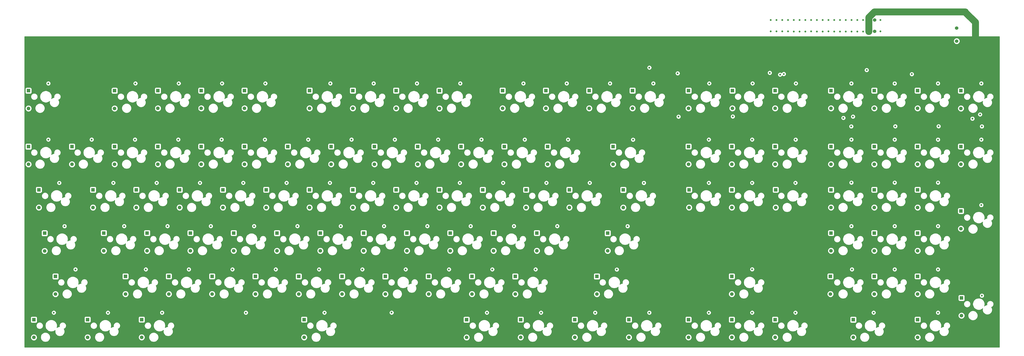
<source format=gbr>
G04 #@! TF.GenerationSoftware,KiCad,Pcbnew,(5.1.10)-1*
G04 #@! TF.CreationDate,2021-10-17T00:38:23+10:00*
G04 #@! TF.ProjectId,RedPyKeeb_mainboard,52656450-794b-4656-9562-5f6d61696e62,rev?*
G04 #@! TF.SameCoordinates,Original*
G04 #@! TF.FileFunction,Copper,L3,Inr*
G04 #@! TF.FilePolarity,Positive*
%FSLAX46Y46*%
G04 Gerber Fmt 4.6, Leading zero omitted, Abs format (unit mm)*
G04 Created by KiCad (PCBNEW (5.1.10)-1) date 2021-10-17 00:38:23*
%MOMM*%
%LPD*%
G01*
G04 APERTURE LIST*
G04 #@! TA.AperFunction,ComponentPad*
%ADD10C,0.800000*%
G04 #@! TD*
G04 #@! TA.AperFunction,ComponentPad*
%ADD11C,1.600000*%
G04 #@! TD*
G04 #@! TA.AperFunction,ComponentPad*
%ADD12R,1.600000X1.600000*%
G04 #@! TD*
G04 #@! TA.AperFunction,ViaPad*
%ADD13C,0.800000*%
G04 #@! TD*
G04 #@! TA.AperFunction,ViaPad*
%ADD14C,1.524000*%
G04 #@! TD*
G04 #@! TA.AperFunction,Conductor*
%ADD15C,3.048000*%
G04 #@! TD*
G04 #@! TA.AperFunction,Conductor*
%ADD16C,0.254000*%
G04 #@! TD*
G04 #@! TA.AperFunction,Conductor*
%ADD17C,0.100000*%
G04 #@! TD*
G04 APERTURE END LIST*
D10*
X63690500Y-46545500D03*
X64833500Y-49720500D03*
D11*
X93789500Y-60681700D03*
D12*
X93789500Y-52881700D03*
D11*
X74739500Y-60681700D03*
D12*
X74739500Y-52881700D03*
X55689500Y-52932500D03*
D11*
X55689500Y-60732500D03*
D10*
X102933500Y-49720500D03*
X101790500Y-46545500D03*
X121983500Y-49720500D03*
X120840500Y-46545500D03*
X83883500Y-49720500D03*
X82740500Y-46545500D03*
D11*
X112839500Y-60681700D03*
D12*
X112839500Y-52881700D03*
D10*
X437165750Y-143160750D03*
X436022750Y-139985750D03*
D11*
X428212250Y-151962950D03*
D12*
X428212250Y-144162950D03*
D10*
X417861750Y-150653750D03*
X416718750Y-147478750D03*
D11*
X408908250Y-161487950D03*
D12*
X408908250Y-153687950D03*
D10*
X417861750Y-131603750D03*
X416718750Y-128428750D03*
D11*
X408908250Y-142437950D03*
D12*
X408908250Y-134637950D03*
D11*
X389858250Y-142437950D03*
D12*
X389858250Y-134637950D03*
D10*
X398811750Y-131603750D03*
X397668750Y-128428750D03*
X417861750Y-112553750D03*
X416718750Y-109378750D03*
D11*
X408908250Y-123387950D03*
D12*
X408908250Y-115587950D03*
D10*
X398811750Y-112553750D03*
X397668750Y-109378750D03*
D11*
X389858250Y-123387950D03*
D12*
X389858250Y-115587950D03*
D10*
X389540750Y-150653750D03*
X388397750Y-147478750D03*
D11*
X380587250Y-161538750D03*
D12*
X380587250Y-153738750D03*
D10*
X380015750Y-131603750D03*
X378872750Y-128428750D03*
D11*
X370554250Y-142437950D03*
D12*
X370554250Y-134637950D03*
D10*
X379761750Y-112553750D03*
X378618750Y-109378750D03*
D11*
X370808250Y-123387950D03*
D12*
X370808250Y-115587950D03*
D10*
X436911750Y-103282750D03*
X435768750Y-100107750D03*
D11*
X427958250Y-113659750D03*
D12*
X427958250Y-105859750D03*
D10*
X417861750Y-93402150D03*
X416718750Y-90227150D03*
D11*
X408908250Y-104337950D03*
D12*
X408908250Y-96537950D03*
D10*
X398811750Y-93402150D03*
X397668750Y-90227150D03*
D11*
X389858250Y-104337950D03*
D12*
X389858250Y-96537950D03*
D11*
X370808250Y-104337950D03*
D12*
X370808250Y-96537950D03*
D10*
X379761750Y-93402150D03*
X378618750Y-90227150D03*
X436911750Y-74453750D03*
X435768750Y-71278750D03*
D11*
X427958250Y-85287950D03*
D12*
X427958250Y-77487950D03*
D10*
X417861750Y-74466450D03*
X416718750Y-71291450D03*
D11*
X408908250Y-85287950D03*
D12*
X408908250Y-77487950D03*
D10*
X397668750Y-71278750D03*
X398811750Y-74453750D03*
D12*
X389858250Y-77538750D03*
D11*
X389858250Y-85338750D03*
X370808250Y-85287950D03*
D12*
X370808250Y-77487950D03*
D10*
X379761750Y-74453750D03*
X378618750Y-71278750D03*
X436911750Y-49733200D03*
X435768750Y-46558200D03*
X437165750Y-68643500D03*
X436022750Y-65468500D03*
D11*
X427958250Y-60732500D03*
D12*
X427958250Y-52932500D03*
D10*
X418115750Y-68592700D03*
X416972750Y-65417700D03*
X417849050Y-49733200D03*
X416706050Y-46558200D03*
D11*
X408908250Y-60681700D03*
D12*
X408908250Y-52881700D03*
D10*
X399065750Y-68605400D03*
X397922750Y-65430400D03*
X398799050Y-49745900D03*
X397656050Y-46570900D03*
D11*
X389858250Y-60694400D03*
D12*
X389858250Y-52894400D03*
D10*
X378606050Y-46558200D03*
X379749050Y-49733200D03*
D12*
X308102000Y-52881700D03*
D11*
X308102000Y-60681700D03*
D10*
X316103000Y-46545500D03*
X317246000Y-49720500D03*
X315912500Y-71278750D03*
X317055500Y-74453750D03*
D12*
X308102000Y-77487950D03*
D11*
X308102000Y-85287950D03*
D10*
X336105500Y-74453750D03*
X334962500Y-71278750D03*
X378555250Y-65468500D03*
X379698250Y-68643500D03*
D12*
X370808250Y-52881700D03*
D11*
X370808250Y-60681700D03*
D10*
X354203000Y-46545500D03*
X355346000Y-49720500D03*
X335153000Y-46545500D03*
X336296000Y-49720500D03*
D12*
X327406000Y-52881700D03*
D11*
X327406000Y-60681700D03*
D10*
X354012500Y-147478750D03*
X355155500Y-150653750D03*
D12*
X346202000Y-153687950D03*
D11*
X346202000Y-161487950D03*
D12*
X327152000Y-134637950D03*
D11*
X327152000Y-142437950D03*
D10*
X334962500Y-128377950D03*
X336105500Y-131552950D03*
D11*
X327152000Y-161487950D03*
D12*
X327152000Y-153687950D03*
D10*
X334962500Y-90328750D03*
X336105500Y-93503750D03*
X354090700Y-71304150D03*
X355233700Y-74479150D03*
D11*
X308356000Y-104337950D03*
D12*
X308356000Y-96537950D03*
D10*
X317055500Y-93503750D03*
X315912500Y-90328750D03*
D11*
X346456000Y-104337950D03*
D12*
X346456000Y-96537950D03*
X346202000Y-77487950D03*
D11*
X346202000Y-85287950D03*
D12*
X346202000Y-52881700D03*
D11*
X346202000Y-60681700D03*
D12*
X308102000Y-153687950D03*
D11*
X308102000Y-161487950D03*
D10*
X355155500Y-93503750D03*
X354012500Y-90328750D03*
D12*
X327152000Y-96537950D03*
D11*
X327152000Y-104337950D03*
D10*
X315912500Y-147478750D03*
X317055500Y-150653750D03*
X336105500Y-150653750D03*
X334962500Y-147478750D03*
D11*
X327152000Y-85287950D03*
D12*
X327152000Y-77487950D03*
D11*
X281908250Y-161487950D03*
D12*
X281908250Y-153687950D03*
D10*
X290861750Y-150653750D03*
X289718750Y-147478750D03*
D11*
X258095750Y-161487950D03*
D12*
X258095750Y-153687950D03*
D10*
X267049250Y-150653750D03*
X265906250Y-147478750D03*
D11*
X234283250Y-161487950D03*
D12*
X234283250Y-153687950D03*
D10*
X243236750Y-150653750D03*
X242093750Y-147478750D03*
D11*
X210496150Y-161551450D03*
D12*
X210496150Y-153751450D03*
D10*
X219449650Y-150653750D03*
X218306650Y-147478750D03*
X147986750Y-150653750D03*
X146843750Y-147478750D03*
X113417350Y-150641050D03*
X112274350Y-147466050D03*
D11*
X139033250Y-161487950D03*
D12*
X139033250Y-153687950D03*
D10*
X177514250Y-150628350D03*
X176371250Y-147453350D03*
X76549250Y-150653750D03*
X75406250Y-147478750D03*
D11*
X67595750Y-161487950D03*
D12*
X67595750Y-153687950D03*
D10*
X52736750Y-150653750D03*
X51593750Y-147478750D03*
D11*
X43783250Y-161487950D03*
D12*
X43783250Y-153687950D03*
D11*
X267811250Y-142488750D03*
D12*
X267811250Y-134688750D03*
D10*
X276574250Y-131654550D03*
X275431250Y-128479550D03*
D11*
X231902000Y-142488750D03*
D12*
X231902000Y-134688750D03*
D10*
X240855500Y-131603750D03*
X239712500Y-128428750D03*
D11*
X212852000Y-142437950D03*
D12*
X212852000Y-134637950D03*
D10*
X221805500Y-131603750D03*
X220662500Y-128428750D03*
D11*
X193802000Y-142437950D03*
D12*
X193802000Y-134637950D03*
D10*
X202755500Y-131603750D03*
X201612500Y-128428750D03*
D11*
X174752000Y-142488750D03*
D12*
X174752000Y-134688750D03*
D10*
X183705500Y-131603750D03*
X182562500Y-128428750D03*
D11*
X155702000Y-142437950D03*
D12*
X155702000Y-134637950D03*
D10*
X164655500Y-131603750D03*
X163512500Y-128428750D03*
D11*
X136652000Y-142488750D03*
D12*
X136652000Y-134688750D03*
D10*
X145605500Y-131603750D03*
X144462500Y-128428750D03*
D11*
X117602000Y-142437950D03*
D12*
X117602000Y-134637950D03*
D10*
X126555500Y-131603750D03*
X125412500Y-128428750D03*
X107505500Y-131603750D03*
X106362500Y-128428750D03*
D11*
X98552000Y-142437950D03*
D12*
X98552000Y-134637950D03*
D10*
X88315500Y-131603750D03*
X87172500Y-128428750D03*
D11*
X79502000Y-142437950D03*
D12*
X79502000Y-134637950D03*
D10*
X69405500Y-131603750D03*
X68262500Y-128428750D03*
D11*
X60452000Y-142437950D03*
D12*
X60452000Y-134637950D03*
D11*
X272573750Y-123438750D03*
D12*
X272573750Y-115638750D03*
D10*
X281311350Y-112566450D03*
X280168350Y-109391450D03*
D11*
X241427000Y-123387950D03*
D12*
X241427000Y-115587950D03*
D10*
X250380500Y-112553750D03*
X249237500Y-109378750D03*
D11*
X222377000Y-123387950D03*
D12*
X222377000Y-115587950D03*
D10*
X231330500Y-112553750D03*
X230187500Y-109378750D03*
D11*
X203327000Y-123387950D03*
D12*
X203327000Y-115587950D03*
D10*
X212280500Y-112553750D03*
X211137500Y-109378750D03*
D11*
X184277000Y-123387950D03*
D12*
X184277000Y-115587950D03*
D10*
X193230500Y-112553750D03*
X192087500Y-109378750D03*
D11*
X165227000Y-123387950D03*
D12*
X165227000Y-115587950D03*
D10*
X174180500Y-112553750D03*
X173037500Y-109378750D03*
D11*
X146177000Y-123387950D03*
D12*
X146177000Y-115587950D03*
D10*
X155130500Y-112553750D03*
X153987500Y-109378750D03*
D11*
X127127000Y-123438750D03*
D12*
X127127000Y-115638750D03*
D10*
X136080500Y-112553750D03*
X134937500Y-109378750D03*
D11*
X108077000Y-123387950D03*
D12*
X108077000Y-115587950D03*
D10*
X117030500Y-112553750D03*
X115887500Y-109378750D03*
X97980500Y-112553750D03*
X96837500Y-109378750D03*
D11*
X89027000Y-123387950D03*
D12*
X89027000Y-115587950D03*
D10*
X78930500Y-112553750D03*
X77787500Y-109378750D03*
D11*
X69977000Y-123387950D03*
D12*
X69977000Y-115587950D03*
D10*
X59880500Y-112553750D03*
X58737500Y-109378750D03*
D11*
X50927000Y-123387950D03*
D12*
X50927000Y-115587950D03*
D11*
X279400000Y-104388750D03*
D12*
X279400000Y-96588750D03*
D10*
X288467800Y-93516450D03*
X287324800Y-90341450D03*
D11*
X255714500Y-104337950D03*
D12*
X255714500Y-96537950D03*
D10*
X264668000Y-93503750D03*
X263525000Y-90328750D03*
D11*
X236664500Y-104337950D03*
D12*
X236664500Y-96537950D03*
D10*
X245618000Y-93503750D03*
X244475000Y-90328750D03*
D11*
X217614500Y-104388750D03*
D12*
X217614500Y-96588750D03*
D10*
X226568000Y-93503750D03*
X225425000Y-90328750D03*
D11*
X198564500Y-104337950D03*
D12*
X198564500Y-96537950D03*
D10*
X207518000Y-93503750D03*
X206375000Y-90328750D03*
D11*
X179514500Y-104337950D03*
D12*
X179514500Y-96537950D03*
D10*
X188468000Y-93503750D03*
X187325000Y-90328750D03*
D11*
X160464500Y-104388750D03*
D12*
X160464500Y-96588750D03*
D10*
X169418000Y-93503750D03*
X168275000Y-90328750D03*
D11*
X141414500Y-104337950D03*
D12*
X141414500Y-96537950D03*
D10*
X150368000Y-93503750D03*
X149225000Y-90328750D03*
D11*
X122364500Y-104337950D03*
D12*
X122364500Y-96537950D03*
D10*
X131318000Y-93503750D03*
X130175000Y-90328750D03*
D11*
X103314500Y-104337950D03*
D12*
X103314500Y-96537950D03*
D10*
X112268000Y-93503750D03*
X111125000Y-90328750D03*
X93218000Y-93503750D03*
X92075000Y-90328750D03*
D11*
X84264500Y-104337950D03*
D12*
X84264500Y-96537950D03*
D10*
X74168000Y-93503750D03*
X73025000Y-90328750D03*
D11*
X65214500Y-104337950D03*
D12*
X65214500Y-96537950D03*
D10*
X55118000Y-93503750D03*
X53975000Y-90328750D03*
D11*
X46164500Y-104337950D03*
D12*
X46164500Y-96537950D03*
D11*
X20161250Y-161538750D03*
D12*
X20161250Y-153738750D03*
D10*
X28924250Y-150653750D03*
X27781250Y-147478750D03*
D11*
X29686250Y-142488750D03*
D12*
X29686250Y-134688750D03*
D10*
X38449250Y-131591050D03*
X37306250Y-128416050D03*
D11*
X24885650Y-123464150D03*
D12*
X24885650Y-115664150D03*
D10*
X33648650Y-112579150D03*
X32505650Y-109404150D03*
X292639750Y-49720500D03*
X291496750Y-46545500D03*
D11*
X245395750Y-60681700D03*
D12*
X245395750Y-52881700D03*
D11*
X226345750Y-60681700D03*
D12*
X226345750Y-52881700D03*
D10*
X235489750Y-49720500D03*
X234346750Y-46545500D03*
D11*
X264445750Y-60681700D03*
D12*
X264445750Y-52881700D03*
D10*
X273589750Y-49720500D03*
X272446750Y-46545500D03*
D11*
X283495750Y-60681700D03*
D12*
X283495750Y-52881700D03*
D10*
X254539750Y-49720500D03*
X253396750Y-46545500D03*
D12*
X198564500Y-52932500D03*
D11*
X198564500Y-60732500D03*
D12*
X141414500Y-52881700D03*
D11*
X141414500Y-60681700D03*
X160464500Y-60681700D03*
D12*
X160464500Y-52881700D03*
D11*
X179514500Y-60681700D03*
D12*
X179514500Y-52881700D03*
D10*
X169608500Y-49720500D03*
X168465500Y-46545500D03*
X188658500Y-49720500D03*
X187515500Y-46545500D03*
X149415500Y-46545500D03*
X150558500Y-49720500D03*
X206565500Y-46545500D03*
X207708500Y-49720500D03*
X64643000Y-74453750D03*
X63500000Y-71278750D03*
X45593000Y-74453750D03*
X44450000Y-71278750D03*
X82550000Y-71278750D03*
X83693000Y-74453750D03*
D11*
X93789500Y-85287950D03*
D12*
X93789500Y-77487950D03*
D11*
X112839500Y-85287950D03*
D12*
X112839500Y-77487950D03*
D11*
X150939500Y-85287950D03*
D12*
X150939500Y-77487950D03*
D11*
X169989500Y-85287950D03*
D12*
X169989500Y-77487950D03*
D11*
X189039500Y-85338750D03*
D12*
X189039500Y-77538750D03*
D11*
X131889500Y-85287950D03*
D12*
X131889500Y-77487950D03*
X74739500Y-77487950D03*
D11*
X74739500Y-85287950D03*
X36918900Y-85338750D03*
D12*
X36918900Y-77538750D03*
D11*
X17780000Y-85338750D03*
D12*
X17780000Y-77538750D03*
D11*
X55689500Y-85287950D03*
D12*
X55689500Y-77487950D03*
D10*
X26543000Y-74453750D03*
X25400000Y-71278750D03*
D11*
X208089500Y-85287950D03*
D12*
X208089500Y-77487950D03*
D11*
X227139500Y-85287950D03*
D12*
X227139500Y-77487950D03*
D11*
X274955000Y-85338750D03*
D12*
X274955000Y-77538750D03*
D11*
X246189500Y-85338750D03*
D12*
X246189500Y-77538750D03*
D10*
X236093000Y-74453750D03*
X234950000Y-71278750D03*
X283718000Y-74504550D03*
X282575000Y-71329550D03*
X255143000Y-74453750D03*
X254000000Y-71278750D03*
X140843000Y-74453750D03*
X139700000Y-71278750D03*
X102743000Y-74453750D03*
X101600000Y-71278750D03*
X121793000Y-74453750D03*
X120650000Y-71278750D03*
X217043000Y-74453750D03*
X215900000Y-71278750D03*
X197993000Y-74453750D03*
X196850000Y-71278750D03*
X159893000Y-74453750D03*
X158750000Y-71278750D03*
X178943000Y-74453750D03*
X177800000Y-71278750D03*
D12*
X17780000Y-52932500D03*
D11*
X17780000Y-60732500D03*
D10*
X25400000Y-46558200D03*
X26543000Y-49733200D03*
X30175200Y-90335100D03*
X31318200Y-93510100D03*
D12*
X22352000Y-96545400D03*
D11*
X22352000Y-104345400D03*
D13*
X351891600Y-26845500D03*
X406323800Y-45643800D03*
D14*
X387477000Y-21820900D03*
X434340000Y-30975300D03*
X434340000Y-25387300D03*
X387477000Y-26911300D03*
D13*
X359537000Y-21831300D03*
X359537000Y-26911300D03*
X356997000Y-21831300D03*
X356997000Y-26911300D03*
X354457000Y-21831300D03*
X354457000Y-26911300D03*
X351917000Y-21831300D03*
X362077000Y-26784300D03*
X362077000Y-21831300D03*
X364617000Y-26911300D03*
X364617000Y-21831300D03*
X367157000Y-26911300D03*
X367157000Y-21831300D03*
X372237000Y-26911300D03*
X379857000Y-26911300D03*
X377317000Y-21831300D03*
X377317000Y-26911300D03*
X374777000Y-21831300D03*
X374777000Y-26911300D03*
X372237000Y-21831300D03*
X369671600Y-21795500D03*
X369671600Y-26845500D03*
D14*
X426085000Y-31102300D03*
X390017000Y-26820100D03*
X426085000Y-25387300D03*
X390017000Y-21831300D03*
D13*
X349351600Y-21795500D03*
X386486400Y-43840400D03*
X349351600Y-26845500D03*
X350036400Y-45568600D03*
X346811600Y-21795500D03*
X348397599Y-45861201D03*
X346811600Y-26845500D03*
X343852500Y-45072300D03*
X303733200Y-64350900D03*
X327583800Y-64274700D03*
X344271600Y-21795500D03*
X303339500Y-45275500D03*
X344271600Y-26845500D03*
X290893500Y-42786300D03*
X379857000Y-21831300D03*
X392531600Y-21795500D03*
X380466600Y-64338200D03*
X376237500Y-64909700D03*
X392531600Y-26845500D03*
X436364300Y-63385700D03*
X433000000Y-65250000D03*
X382358900Y-26873200D03*
X382358900Y-21805900D03*
X384898900Y-26860500D03*
X384898900Y-21793200D03*
D15*
X434340000Y-25387300D02*
X434340000Y-30975300D01*
X434340000Y-25387300D02*
X434340000Y-22834600D01*
X434340000Y-22834600D02*
X429996600Y-18491200D01*
X429996600Y-18427700D02*
X429840210Y-18271310D01*
X429996600Y-18491200D02*
X429996600Y-18427700D01*
X429840210Y-18271310D02*
X389897708Y-18271310D01*
X387477000Y-20692018D02*
X389897708Y-18271310D01*
X387477000Y-21820900D02*
X387477000Y-20692018D01*
X387477000Y-26911300D02*
X387477000Y-21820900D01*
D16*
X444873000Y-165873000D02*
X16127000Y-165873000D01*
X16127000Y-161397415D01*
X18726250Y-161397415D01*
X18726250Y-161680085D01*
X18781397Y-161957324D01*
X18889570Y-162218477D01*
X19046613Y-162453509D01*
X19246491Y-162653387D01*
X19481523Y-162810430D01*
X19742676Y-162918603D01*
X20019915Y-162973750D01*
X20302585Y-162973750D01*
X20579824Y-162918603D01*
X20840977Y-162810430D01*
X21076009Y-162653387D01*
X21275887Y-162453509D01*
X21432930Y-162218477D01*
X21541103Y-161957324D01*
X21596250Y-161680085D01*
X21596250Y-161397415D01*
X21564634Y-161238471D01*
X23106250Y-161238471D01*
X23106250Y-161659029D01*
X23188297Y-162071506D01*
X23349238Y-162460052D01*
X23582887Y-162809733D01*
X23880267Y-163107113D01*
X24229948Y-163340762D01*
X24618494Y-163501703D01*
X25030971Y-163583750D01*
X25451529Y-163583750D01*
X25864006Y-163501703D01*
X26252552Y-163340762D01*
X26602233Y-163107113D01*
X26899613Y-162809733D01*
X27133262Y-162460052D01*
X27294203Y-162071506D01*
X27376250Y-161659029D01*
X27376250Y-161346615D01*
X42348250Y-161346615D01*
X42348250Y-161629285D01*
X42403397Y-161906524D01*
X42511570Y-162167677D01*
X42668613Y-162402709D01*
X42868491Y-162602587D01*
X43103523Y-162759630D01*
X43364676Y-162867803D01*
X43641915Y-162922950D01*
X43924585Y-162922950D01*
X44201824Y-162867803D01*
X44462977Y-162759630D01*
X44698009Y-162602587D01*
X44897887Y-162402709D01*
X45054930Y-162167677D01*
X45163103Y-161906524D01*
X45218250Y-161629285D01*
X45218250Y-161346615D01*
X45196739Y-161238471D01*
X46918750Y-161238471D01*
X46918750Y-161659029D01*
X47000797Y-162071506D01*
X47161738Y-162460052D01*
X47395387Y-162809733D01*
X47692767Y-163107113D01*
X48042448Y-163340762D01*
X48430994Y-163501703D01*
X48843471Y-163583750D01*
X49264029Y-163583750D01*
X49676506Y-163501703D01*
X50065052Y-163340762D01*
X50414733Y-163107113D01*
X50712113Y-162809733D01*
X50945762Y-162460052D01*
X51106703Y-162071506D01*
X51188750Y-161659029D01*
X51188750Y-161346615D01*
X66160750Y-161346615D01*
X66160750Y-161629285D01*
X66215897Y-161906524D01*
X66324070Y-162167677D01*
X66481113Y-162402709D01*
X66680991Y-162602587D01*
X66916023Y-162759630D01*
X67177176Y-162867803D01*
X67454415Y-162922950D01*
X67737085Y-162922950D01*
X68014324Y-162867803D01*
X68275477Y-162759630D01*
X68510509Y-162602587D01*
X68710387Y-162402709D01*
X68867430Y-162167677D01*
X68975603Y-161906524D01*
X69030750Y-161629285D01*
X69030750Y-161346615D01*
X69009239Y-161238471D01*
X70731250Y-161238471D01*
X70731250Y-161659029D01*
X70813297Y-162071506D01*
X70974238Y-162460052D01*
X71207887Y-162809733D01*
X71505267Y-163107113D01*
X71854948Y-163340762D01*
X72243494Y-163501703D01*
X72655971Y-163583750D01*
X73076529Y-163583750D01*
X73489006Y-163501703D01*
X73877552Y-163340762D01*
X74227233Y-163107113D01*
X74524613Y-162809733D01*
X74758262Y-162460052D01*
X74919203Y-162071506D01*
X75001250Y-161659029D01*
X75001250Y-161346615D01*
X137598250Y-161346615D01*
X137598250Y-161629285D01*
X137653397Y-161906524D01*
X137761570Y-162167677D01*
X137918613Y-162402709D01*
X138118491Y-162602587D01*
X138353523Y-162759630D01*
X138614676Y-162867803D01*
X138891915Y-162922950D01*
X139174585Y-162922950D01*
X139451824Y-162867803D01*
X139712977Y-162759630D01*
X139948009Y-162602587D01*
X140147887Y-162402709D01*
X140304930Y-162167677D01*
X140413103Y-161906524D01*
X140468250Y-161629285D01*
X140468250Y-161346615D01*
X140446739Y-161238471D01*
X142168750Y-161238471D01*
X142168750Y-161659029D01*
X142250797Y-162071506D01*
X142411738Y-162460052D01*
X142645387Y-162809733D01*
X142942767Y-163107113D01*
X143292448Y-163340762D01*
X143680994Y-163501703D01*
X144093471Y-163583750D01*
X144514029Y-163583750D01*
X144926506Y-163501703D01*
X145315052Y-163340762D01*
X145664733Y-163107113D01*
X145962113Y-162809733D01*
X146195762Y-162460052D01*
X146356703Y-162071506D01*
X146438750Y-161659029D01*
X146438750Y-161410115D01*
X209061150Y-161410115D01*
X209061150Y-161692785D01*
X209116297Y-161970024D01*
X209224470Y-162231177D01*
X209381513Y-162466209D01*
X209581391Y-162666087D01*
X209816423Y-162823130D01*
X210077576Y-162931303D01*
X210354815Y-162986450D01*
X210637485Y-162986450D01*
X210914724Y-162931303D01*
X211175877Y-162823130D01*
X211410909Y-162666087D01*
X211610787Y-162466209D01*
X211767830Y-162231177D01*
X211876003Y-161970024D01*
X211931150Y-161692785D01*
X211931150Y-161410115D01*
X211897008Y-161238471D01*
X213606250Y-161238471D01*
X213606250Y-161659029D01*
X213688297Y-162071506D01*
X213849238Y-162460052D01*
X214082887Y-162809733D01*
X214380267Y-163107113D01*
X214729948Y-163340762D01*
X215118494Y-163501703D01*
X215530971Y-163583750D01*
X215951529Y-163583750D01*
X216364006Y-163501703D01*
X216752552Y-163340762D01*
X217102233Y-163107113D01*
X217399613Y-162809733D01*
X217633262Y-162460052D01*
X217794203Y-162071506D01*
X217876250Y-161659029D01*
X217876250Y-161346615D01*
X232848250Y-161346615D01*
X232848250Y-161629285D01*
X232903397Y-161906524D01*
X233011570Y-162167677D01*
X233168613Y-162402709D01*
X233368491Y-162602587D01*
X233603523Y-162759630D01*
X233864676Y-162867803D01*
X234141915Y-162922950D01*
X234424585Y-162922950D01*
X234701824Y-162867803D01*
X234962977Y-162759630D01*
X235198009Y-162602587D01*
X235397887Y-162402709D01*
X235554930Y-162167677D01*
X235663103Y-161906524D01*
X235718250Y-161629285D01*
X235718250Y-161346615D01*
X235696739Y-161238471D01*
X237418750Y-161238471D01*
X237418750Y-161659029D01*
X237500797Y-162071506D01*
X237661738Y-162460052D01*
X237895387Y-162809733D01*
X238192767Y-163107113D01*
X238542448Y-163340762D01*
X238930994Y-163501703D01*
X239343471Y-163583750D01*
X239764029Y-163583750D01*
X240176506Y-163501703D01*
X240565052Y-163340762D01*
X240914733Y-163107113D01*
X241212113Y-162809733D01*
X241445762Y-162460052D01*
X241606703Y-162071506D01*
X241688750Y-161659029D01*
X241688750Y-161346615D01*
X256660750Y-161346615D01*
X256660750Y-161629285D01*
X256715897Y-161906524D01*
X256824070Y-162167677D01*
X256981113Y-162402709D01*
X257180991Y-162602587D01*
X257416023Y-162759630D01*
X257677176Y-162867803D01*
X257954415Y-162922950D01*
X258237085Y-162922950D01*
X258514324Y-162867803D01*
X258775477Y-162759630D01*
X259010509Y-162602587D01*
X259210387Y-162402709D01*
X259367430Y-162167677D01*
X259475603Y-161906524D01*
X259530750Y-161629285D01*
X259530750Y-161346615D01*
X259509239Y-161238471D01*
X261231250Y-161238471D01*
X261231250Y-161659029D01*
X261313297Y-162071506D01*
X261474238Y-162460052D01*
X261707887Y-162809733D01*
X262005267Y-163107113D01*
X262354948Y-163340762D01*
X262743494Y-163501703D01*
X263155971Y-163583750D01*
X263576529Y-163583750D01*
X263989006Y-163501703D01*
X264377552Y-163340762D01*
X264727233Y-163107113D01*
X265024613Y-162809733D01*
X265258262Y-162460052D01*
X265419203Y-162071506D01*
X265501250Y-161659029D01*
X265501250Y-161346615D01*
X280473250Y-161346615D01*
X280473250Y-161629285D01*
X280528397Y-161906524D01*
X280636570Y-162167677D01*
X280793613Y-162402709D01*
X280993491Y-162602587D01*
X281228523Y-162759630D01*
X281489676Y-162867803D01*
X281766915Y-162922950D01*
X282049585Y-162922950D01*
X282326824Y-162867803D01*
X282587977Y-162759630D01*
X282823009Y-162602587D01*
X283022887Y-162402709D01*
X283179930Y-162167677D01*
X283288103Y-161906524D01*
X283343250Y-161629285D01*
X283343250Y-161346615D01*
X283321739Y-161238471D01*
X285043750Y-161238471D01*
X285043750Y-161659029D01*
X285125797Y-162071506D01*
X285286738Y-162460052D01*
X285520387Y-162809733D01*
X285817767Y-163107113D01*
X286167448Y-163340762D01*
X286555994Y-163501703D01*
X286968471Y-163583750D01*
X287389029Y-163583750D01*
X287801506Y-163501703D01*
X288190052Y-163340762D01*
X288539733Y-163107113D01*
X288837113Y-162809733D01*
X289070762Y-162460052D01*
X289231703Y-162071506D01*
X289313750Y-161659029D01*
X289313750Y-161346615D01*
X306667000Y-161346615D01*
X306667000Y-161629285D01*
X306722147Y-161906524D01*
X306830320Y-162167677D01*
X306987363Y-162402709D01*
X307187241Y-162602587D01*
X307422273Y-162759630D01*
X307683426Y-162867803D01*
X307960665Y-162922950D01*
X308243335Y-162922950D01*
X308520574Y-162867803D01*
X308781727Y-162759630D01*
X309016759Y-162602587D01*
X309216637Y-162402709D01*
X309373680Y-162167677D01*
X309481853Y-161906524D01*
X309537000Y-161629285D01*
X309537000Y-161346615D01*
X309515489Y-161238471D01*
X311237500Y-161238471D01*
X311237500Y-161659029D01*
X311319547Y-162071506D01*
X311480488Y-162460052D01*
X311714137Y-162809733D01*
X312011517Y-163107113D01*
X312361198Y-163340762D01*
X312749744Y-163501703D01*
X313162221Y-163583750D01*
X313582779Y-163583750D01*
X313995256Y-163501703D01*
X314383802Y-163340762D01*
X314733483Y-163107113D01*
X315030863Y-162809733D01*
X315264512Y-162460052D01*
X315425453Y-162071506D01*
X315507500Y-161659029D01*
X315507500Y-161346615D01*
X325717000Y-161346615D01*
X325717000Y-161629285D01*
X325772147Y-161906524D01*
X325880320Y-162167677D01*
X326037363Y-162402709D01*
X326237241Y-162602587D01*
X326472273Y-162759630D01*
X326733426Y-162867803D01*
X327010665Y-162922950D01*
X327293335Y-162922950D01*
X327570574Y-162867803D01*
X327831727Y-162759630D01*
X328066759Y-162602587D01*
X328266637Y-162402709D01*
X328423680Y-162167677D01*
X328531853Y-161906524D01*
X328587000Y-161629285D01*
X328587000Y-161346615D01*
X328565489Y-161238471D01*
X330287500Y-161238471D01*
X330287500Y-161659029D01*
X330369547Y-162071506D01*
X330530488Y-162460052D01*
X330764137Y-162809733D01*
X331061517Y-163107113D01*
X331411198Y-163340762D01*
X331799744Y-163501703D01*
X332212221Y-163583750D01*
X332632779Y-163583750D01*
X333045256Y-163501703D01*
X333433802Y-163340762D01*
X333783483Y-163107113D01*
X334080863Y-162809733D01*
X334314512Y-162460052D01*
X334475453Y-162071506D01*
X334557500Y-161659029D01*
X334557500Y-161346615D01*
X344767000Y-161346615D01*
X344767000Y-161629285D01*
X344822147Y-161906524D01*
X344930320Y-162167677D01*
X345087363Y-162402709D01*
X345287241Y-162602587D01*
X345522273Y-162759630D01*
X345783426Y-162867803D01*
X346060665Y-162922950D01*
X346343335Y-162922950D01*
X346620574Y-162867803D01*
X346881727Y-162759630D01*
X347116759Y-162602587D01*
X347316637Y-162402709D01*
X347473680Y-162167677D01*
X347581853Y-161906524D01*
X347637000Y-161629285D01*
X347637000Y-161346615D01*
X347615489Y-161238471D01*
X349337500Y-161238471D01*
X349337500Y-161659029D01*
X349419547Y-162071506D01*
X349580488Y-162460052D01*
X349814137Y-162809733D01*
X350111517Y-163107113D01*
X350461198Y-163340762D01*
X350849744Y-163501703D01*
X351262221Y-163583750D01*
X351682779Y-163583750D01*
X352095256Y-163501703D01*
X352483802Y-163340762D01*
X352833483Y-163107113D01*
X353130863Y-162809733D01*
X353364512Y-162460052D01*
X353525453Y-162071506D01*
X353607500Y-161659029D01*
X353607500Y-161397415D01*
X379152250Y-161397415D01*
X379152250Y-161680085D01*
X379207397Y-161957324D01*
X379315570Y-162218477D01*
X379472613Y-162453509D01*
X379672491Y-162653387D01*
X379907523Y-162810430D01*
X380168676Y-162918603D01*
X380445915Y-162973750D01*
X380728585Y-162973750D01*
X381005824Y-162918603D01*
X381266977Y-162810430D01*
X381502009Y-162653387D01*
X381701887Y-162453509D01*
X381858930Y-162218477D01*
X381967103Y-161957324D01*
X382022250Y-161680085D01*
X382022250Y-161397415D01*
X381990634Y-161238471D01*
X383468750Y-161238471D01*
X383468750Y-161659029D01*
X383550797Y-162071506D01*
X383711738Y-162460052D01*
X383945387Y-162809733D01*
X384242767Y-163107113D01*
X384592448Y-163340762D01*
X384980994Y-163501703D01*
X385393471Y-163583750D01*
X385814029Y-163583750D01*
X386226506Y-163501703D01*
X386615052Y-163340762D01*
X386964733Y-163107113D01*
X387262113Y-162809733D01*
X387495762Y-162460052D01*
X387656703Y-162071506D01*
X387738750Y-161659029D01*
X387738750Y-161346615D01*
X407473250Y-161346615D01*
X407473250Y-161629285D01*
X407528397Y-161906524D01*
X407636570Y-162167677D01*
X407793613Y-162402709D01*
X407993491Y-162602587D01*
X408228523Y-162759630D01*
X408489676Y-162867803D01*
X408766915Y-162922950D01*
X409049585Y-162922950D01*
X409326824Y-162867803D01*
X409587977Y-162759630D01*
X409823009Y-162602587D01*
X410022887Y-162402709D01*
X410179930Y-162167677D01*
X410288103Y-161906524D01*
X410343250Y-161629285D01*
X410343250Y-161346615D01*
X410321739Y-161238471D01*
X412043750Y-161238471D01*
X412043750Y-161659029D01*
X412125797Y-162071506D01*
X412286738Y-162460052D01*
X412520387Y-162809733D01*
X412817767Y-163107113D01*
X413167448Y-163340762D01*
X413555994Y-163501703D01*
X413968471Y-163583750D01*
X414389029Y-163583750D01*
X414801506Y-163501703D01*
X415190052Y-163340762D01*
X415539733Y-163107113D01*
X415837113Y-162809733D01*
X416070762Y-162460052D01*
X416231703Y-162071506D01*
X416313750Y-161659029D01*
X416313750Y-161238471D01*
X416231703Y-160825994D01*
X416070762Y-160437448D01*
X415837113Y-160087767D01*
X415539733Y-159790387D01*
X415190052Y-159556738D01*
X414801506Y-159395797D01*
X414389029Y-159313750D01*
X413968471Y-159313750D01*
X413555994Y-159395797D01*
X413167448Y-159556738D01*
X412817767Y-159790387D01*
X412520387Y-160087767D01*
X412286738Y-160437448D01*
X412125797Y-160825994D01*
X412043750Y-161238471D01*
X410321739Y-161238471D01*
X410288103Y-161069376D01*
X410179930Y-160808223D01*
X410022887Y-160573191D01*
X409823009Y-160373313D01*
X409587977Y-160216270D01*
X409326824Y-160108097D01*
X409049585Y-160052950D01*
X408766915Y-160052950D01*
X408489676Y-160108097D01*
X408228523Y-160216270D01*
X407993491Y-160373313D01*
X407793613Y-160573191D01*
X407636570Y-160808223D01*
X407528397Y-161069376D01*
X407473250Y-161346615D01*
X387738750Y-161346615D01*
X387738750Y-161238471D01*
X387656703Y-160825994D01*
X387495762Y-160437448D01*
X387262113Y-160087767D01*
X386964733Y-159790387D01*
X386615052Y-159556738D01*
X386226506Y-159395797D01*
X385814029Y-159313750D01*
X385393471Y-159313750D01*
X384980994Y-159395797D01*
X384592448Y-159556738D01*
X384242767Y-159790387D01*
X383945387Y-160087767D01*
X383711738Y-160437448D01*
X383550797Y-160825994D01*
X383468750Y-161238471D01*
X381990634Y-161238471D01*
X381967103Y-161120176D01*
X381858930Y-160859023D01*
X381701887Y-160623991D01*
X381502009Y-160424113D01*
X381266977Y-160267070D01*
X381005824Y-160158897D01*
X380728585Y-160103750D01*
X380445915Y-160103750D01*
X380168676Y-160158897D01*
X379907523Y-160267070D01*
X379672491Y-160424113D01*
X379472613Y-160623991D01*
X379315570Y-160859023D01*
X379207397Y-161120176D01*
X379152250Y-161397415D01*
X353607500Y-161397415D01*
X353607500Y-161238471D01*
X353525453Y-160825994D01*
X353364512Y-160437448D01*
X353130863Y-160087767D01*
X352833483Y-159790387D01*
X352483802Y-159556738D01*
X352095256Y-159395797D01*
X351682779Y-159313750D01*
X351262221Y-159313750D01*
X350849744Y-159395797D01*
X350461198Y-159556738D01*
X350111517Y-159790387D01*
X349814137Y-160087767D01*
X349580488Y-160437448D01*
X349419547Y-160825994D01*
X349337500Y-161238471D01*
X347615489Y-161238471D01*
X347581853Y-161069376D01*
X347473680Y-160808223D01*
X347316637Y-160573191D01*
X347116759Y-160373313D01*
X346881727Y-160216270D01*
X346620574Y-160108097D01*
X346343335Y-160052950D01*
X346060665Y-160052950D01*
X345783426Y-160108097D01*
X345522273Y-160216270D01*
X345287241Y-160373313D01*
X345087363Y-160573191D01*
X344930320Y-160808223D01*
X344822147Y-161069376D01*
X344767000Y-161346615D01*
X334557500Y-161346615D01*
X334557500Y-161238471D01*
X334475453Y-160825994D01*
X334314512Y-160437448D01*
X334080863Y-160087767D01*
X333783483Y-159790387D01*
X333433802Y-159556738D01*
X333045256Y-159395797D01*
X332632779Y-159313750D01*
X332212221Y-159313750D01*
X331799744Y-159395797D01*
X331411198Y-159556738D01*
X331061517Y-159790387D01*
X330764137Y-160087767D01*
X330530488Y-160437448D01*
X330369547Y-160825994D01*
X330287500Y-161238471D01*
X328565489Y-161238471D01*
X328531853Y-161069376D01*
X328423680Y-160808223D01*
X328266637Y-160573191D01*
X328066759Y-160373313D01*
X327831727Y-160216270D01*
X327570574Y-160108097D01*
X327293335Y-160052950D01*
X327010665Y-160052950D01*
X326733426Y-160108097D01*
X326472273Y-160216270D01*
X326237241Y-160373313D01*
X326037363Y-160573191D01*
X325880320Y-160808223D01*
X325772147Y-161069376D01*
X325717000Y-161346615D01*
X315507500Y-161346615D01*
X315507500Y-161238471D01*
X315425453Y-160825994D01*
X315264512Y-160437448D01*
X315030863Y-160087767D01*
X314733483Y-159790387D01*
X314383802Y-159556738D01*
X313995256Y-159395797D01*
X313582779Y-159313750D01*
X313162221Y-159313750D01*
X312749744Y-159395797D01*
X312361198Y-159556738D01*
X312011517Y-159790387D01*
X311714137Y-160087767D01*
X311480488Y-160437448D01*
X311319547Y-160825994D01*
X311237500Y-161238471D01*
X309515489Y-161238471D01*
X309481853Y-161069376D01*
X309373680Y-160808223D01*
X309216637Y-160573191D01*
X309016759Y-160373313D01*
X308781727Y-160216270D01*
X308520574Y-160108097D01*
X308243335Y-160052950D01*
X307960665Y-160052950D01*
X307683426Y-160108097D01*
X307422273Y-160216270D01*
X307187241Y-160373313D01*
X306987363Y-160573191D01*
X306830320Y-160808223D01*
X306722147Y-161069376D01*
X306667000Y-161346615D01*
X289313750Y-161346615D01*
X289313750Y-161238471D01*
X289231703Y-160825994D01*
X289070762Y-160437448D01*
X288837113Y-160087767D01*
X288539733Y-159790387D01*
X288190052Y-159556738D01*
X287801506Y-159395797D01*
X287389029Y-159313750D01*
X286968471Y-159313750D01*
X286555994Y-159395797D01*
X286167448Y-159556738D01*
X285817767Y-159790387D01*
X285520387Y-160087767D01*
X285286738Y-160437448D01*
X285125797Y-160825994D01*
X285043750Y-161238471D01*
X283321739Y-161238471D01*
X283288103Y-161069376D01*
X283179930Y-160808223D01*
X283022887Y-160573191D01*
X282823009Y-160373313D01*
X282587977Y-160216270D01*
X282326824Y-160108097D01*
X282049585Y-160052950D01*
X281766915Y-160052950D01*
X281489676Y-160108097D01*
X281228523Y-160216270D01*
X280993491Y-160373313D01*
X280793613Y-160573191D01*
X280636570Y-160808223D01*
X280528397Y-161069376D01*
X280473250Y-161346615D01*
X265501250Y-161346615D01*
X265501250Y-161238471D01*
X265419203Y-160825994D01*
X265258262Y-160437448D01*
X265024613Y-160087767D01*
X264727233Y-159790387D01*
X264377552Y-159556738D01*
X263989006Y-159395797D01*
X263576529Y-159313750D01*
X263155971Y-159313750D01*
X262743494Y-159395797D01*
X262354948Y-159556738D01*
X262005267Y-159790387D01*
X261707887Y-160087767D01*
X261474238Y-160437448D01*
X261313297Y-160825994D01*
X261231250Y-161238471D01*
X259509239Y-161238471D01*
X259475603Y-161069376D01*
X259367430Y-160808223D01*
X259210387Y-160573191D01*
X259010509Y-160373313D01*
X258775477Y-160216270D01*
X258514324Y-160108097D01*
X258237085Y-160052950D01*
X257954415Y-160052950D01*
X257677176Y-160108097D01*
X257416023Y-160216270D01*
X257180991Y-160373313D01*
X256981113Y-160573191D01*
X256824070Y-160808223D01*
X256715897Y-161069376D01*
X256660750Y-161346615D01*
X241688750Y-161346615D01*
X241688750Y-161238471D01*
X241606703Y-160825994D01*
X241445762Y-160437448D01*
X241212113Y-160087767D01*
X240914733Y-159790387D01*
X240565052Y-159556738D01*
X240176506Y-159395797D01*
X239764029Y-159313750D01*
X239343471Y-159313750D01*
X238930994Y-159395797D01*
X238542448Y-159556738D01*
X238192767Y-159790387D01*
X237895387Y-160087767D01*
X237661738Y-160437448D01*
X237500797Y-160825994D01*
X237418750Y-161238471D01*
X235696739Y-161238471D01*
X235663103Y-161069376D01*
X235554930Y-160808223D01*
X235397887Y-160573191D01*
X235198009Y-160373313D01*
X234962977Y-160216270D01*
X234701824Y-160108097D01*
X234424585Y-160052950D01*
X234141915Y-160052950D01*
X233864676Y-160108097D01*
X233603523Y-160216270D01*
X233368491Y-160373313D01*
X233168613Y-160573191D01*
X233011570Y-160808223D01*
X232903397Y-161069376D01*
X232848250Y-161346615D01*
X217876250Y-161346615D01*
X217876250Y-161238471D01*
X217794203Y-160825994D01*
X217633262Y-160437448D01*
X217399613Y-160087767D01*
X217102233Y-159790387D01*
X216752552Y-159556738D01*
X216364006Y-159395797D01*
X215951529Y-159313750D01*
X215530971Y-159313750D01*
X215118494Y-159395797D01*
X214729948Y-159556738D01*
X214380267Y-159790387D01*
X214082887Y-160087767D01*
X213849238Y-160437448D01*
X213688297Y-160825994D01*
X213606250Y-161238471D01*
X211897008Y-161238471D01*
X211876003Y-161132876D01*
X211767830Y-160871723D01*
X211610787Y-160636691D01*
X211410909Y-160436813D01*
X211175877Y-160279770D01*
X210914724Y-160171597D01*
X210637485Y-160116450D01*
X210354815Y-160116450D01*
X210077576Y-160171597D01*
X209816423Y-160279770D01*
X209581391Y-160436813D01*
X209381513Y-160636691D01*
X209224470Y-160871723D01*
X209116297Y-161132876D01*
X209061150Y-161410115D01*
X146438750Y-161410115D01*
X146438750Y-161238471D01*
X146356703Y-160825994D01*
X146195762Y-160437448D01*
X145962113Y-160087767D01*
X145664733Y-159790387D01*
X145315052Y-159556738D01*
X144926506Y-159395797D01*
X144514029Y-159313750D01*
X144093471Y-159313750D01*
X143680994Y-159395797D01*
X143292448Y-159556738D01*
X142942767Y-159790387D01*
X142645387Y-160087767D01*
X142411738Y-160437448D01*
X142250797Y-160825994D01*
X142168750Y-161238471D01*
X140446739Y-161238471D01*
X140413103Y-161069376D01*
X140304930Y-160808223D01*
X140147887Y-160573191D01*
X139948009Y-160373313D01*
X139712977Y-160216270D01*
X139451824Y-160108097D01*
X139174585Y-160052950D01*
X138891915Y-160052950D01*
X138614676Y-160108097D01*
X138353523Y-160216270D01*
X138118491Y-160373313D01*
X137918613Y-160573191D01*
X137761570Y-160808223D01*
X137653397Y-161069376D01*
X137598250Y-161346615D01*
X75001250Y-161346615D01*
X75001250Y-161238471D01*
X74919203Y-160825994D01*
X74758262Y-160437448D01*
X74524613Y-160087767D01*
X74227233Y-159790387D01*
X73877552Y-159556738D01*
X73489006Y-159395797D01*
X73076529Y-159313750D01*
X72655971Y-159313750D01*
X72243494Y-159395797D01*
X71854948Y-159556738D01*
X71505267Y-159790387D01*
X71207887Y-160087767D01*
X70974238Y-160437448D01*
X70813297Y-160825994D01*
X70731250Y-161238471D01*
X69009239Y-161238471D01*
X68975603Y-161069376D01*
X68867430Y-160808223D01*
X68710387Y-160573191D01*
X68510509Y-160373313D01*
X68275477Y-160216270D01*
X68014324Y-160108097D01*
X67737085Y-160052950D01*
X67454415Y-160052950D01*
X67177176Y-160108097D01*
X66916023Y-160216270D01*
X66680991Y-160373313D01*
X66481113Y-160573191D01*
X66324070Y-160808223D01*
X66215897Y-161069376D01*
X66160750Y-161346615D01*
X51188750Y-161346615D01*
X51188750Y-161238471D01*
X51106703Y-160825994D01*
X50945762Y-160437448D01*
X50712113Y-160087767D01*
X50414733Y-159790387D01*
X50065052Y-159556738D01*
X49676506Y-159395797D01*
X49264029Y-159313750D01*
X48843471Y-159313750D01*
X48430994Y-159395797D01*
X48042448Y-159556738D01*
X47692767Y-159790387D01*
X47395387Y-160087767D01*
X47161738Y-160437448D01*
X47000797Y-160825994D01*
X46918750Y-161238471D01*
X45196739Y-161238471D01*
X45163103Y-161069376D01*
X45054930Y-160808223D01*
X44897887Y-160573191D01*
X44698009Y-160373313D01*
X44462977Y-160216270D01*
X44201824Y-160108097D01*
X43924585Y-160052950D01*
X43641915Y-160052950D01*
X43364676Y-160108097D01*
X43103523Y-160216270D01*
X42868491Y-160373313D01*
X42668613Y-160573191D01*
X42511570Y-160808223D01*
X42403397Y-161069376D01*
X42348250Y-161346615D01*
X27376250Y-161346615D01*
X27376250Y-161238471D01*
X27294203Y-160825994D01*
X27133262Y-160437448D01*
X26899613Y-160087767D01*
X26602233Y-159790387D01*
X26252552Y-159556738D01*
X25864006Y-159395797D01*
X25451529Y-159313750D01*
X25030971Y-159313750D01*
X24618494Y-159395797D01*
X24229948Y-159556738D01*
X23880267Y-159790387D01*
X23582887Y-160087767D01*
X23349238Y-160437448D01*
X23188297Y-160825994D01*
X23106250Y-161238471D01*
X21564634Y-161238471D01*
X21541103Y-161120176D01*
X21432930Y-160859023D01*
X21275887Y-160623991D01*
X21076009Y-160424113D01*
X20840977Y-160267070D01*
X20579824Y-160158897D01*
X20302585Y-160103750D01*
X20019915Y-160103750D01*
X19742676Y-160158897D01*
X19481523Y-160267070D01*
X19246491Y-160424113D01*
X19046613Y-160623991D01*
X18889570Y-160859023D01*
X18781397Y-161120176D01*
X18726250Y-161397415D01*
X16127000Y-161397415D01*
X16127000Y-156220028D01*
X21191250Y-156220028D01*
X21191250Y-156517472D01*
X21249279Y-156809201D01*
X21363106Y-157084003D01*
X21528357Y-157331319D01*
X21738681Y-157541643D01*
X21985997Y-157706894D01*
X22260799Y-157820721D01*
X22552528Y-157878750D01*
X22849972Y-157878750D01*
X23141701Y-157820721D01*
X23416503Y-157706894D01*
X23663819Y-157541643D01*
X23874143Y-157331319D01*
X24039394Y-157084003D01*
X24153221Y-156809201D01*
X24211250Y-156517472D01*
X24211250Y-156220028D01*
X24189210Y-156109225D01*
X25146250Y-156109225D01*
X25146250Y-156628275D01*
X25247511Y-157137351D01*
X25446143Y-157616891D01*
X25734512Y-158048465D01*
X26101535Y-158415488D01*
X26533109Y-158703857D01*
X27012649Y-158902489D01*
X27521725Y-159003750D01*
X28040775Y-159003750D01*
X28549851Y-158902489D01*
X29029391Y-158703857D01*
X29460965Y-158415488D01*
X29525345Y-158351108D01*
X29456250Y-158698471D01*
X29456250Y-159119029D01*
X29538297Y-159531506D01*
X29699238Y-159920052D01*
X29932887Y-160269733D01*
X30230267Y-160567113D01*
X30579948Y-160800762D01*
X30968494Y-160961703D01*
X31380971Y-161043750D01*
X31801529Y-161043750D01*
X32214006Y-160961703D01*
X32602552Y-160800762D01*
X32952233Y-160567113D01*
X33249613Y-160269733D01*
X33483262Y-159920052D01*
X33644203Y-159531506D01*
X33726250Y-159119029D01*
X33726250Y-158698471D01*
X33644203Y-158285994D01*
X33483262Y-157897448D01*
X33403751Y-157778451D01*
X33576503Y-157706894D01*
X33823819Y-157541643D01*
X34034143Y-157331319D01*
X34199394Y-157084003D01*
X34313221Y-156809201D01*
X34371250Y-156517472D01*
X34371250Y-156220028D01*
X45003750Y-156220028D01*
X45003750Y-156517472D01*
X45061779Y-156809201D01*
X45175606Y-157084003D01*
X45340857Y-157331319D01*
X45551181Y-157541643D01*
X45798497Y-157706894D01*
X46073299Y-157820721D01*
X46365028Y-157878750D01*
X46662472Y-157878750D01*
X46954201Y-157820721D01*
X47229003Y-157706894D01*
X47476319Y-157541643D01*
X47686643Y-157331319D01*
X47851894Y-157084003D01*
X47965721Y-156809201D01*
X48023750Y-156517472D01*
X48023750Y-156220028D01*
X48001710Y-156109225D01*
X48958750Y-156109225D01*
X48958750Y-156628275D01*
X49060011Y-157137351D01*
X49258643Y-157616891D01*
X49547012Y-158048465D01*
X49914035Y-158415488D01*
X50345609Y-158703857D01*
X50825149Y-158902489D01*
X51334225Y-159003750D01*
X51853275Y-159003750D01*
X52362351Y-158902489D01*
X52841891Y-158703857D01*
X53273465Y-158415488D01*
X53337845Y-158351108D01*
X53268750Y-158698471D01*
X53268750Y-159119029D01*
X53350797Y-159531506D01*
X53511738Y-159920052D01*
X53745387Y-160269733D01*
X54042767Y-160567113D01*
X54392448Y-160800762D01*
X54780994Y-160961703D01*
X55193471Y-161043750D01*
X55614029Y-161043750D01*
X56026506Y-160961703D01*
X56415052Y-160800762D01*
X56764733Y-160567113D01*
X57062113Y-160269733D01*
X57295762Y-159920052D01*
X57456703Y-159531506D01*
X57538750Y-159119029D01*
X57538750Y-158698471D01*
X57456703Y-158285994D01*
X57295762Y-157897448D01*
X57216251Y-157778451D01*
X57389003Y-157706894D01*
X57636319Y-157541643D01*
X57846643Y-157331319D01*
X58011894Y-157084003D01*
X58125721Y-156809201D01*
X58183750Y-156517472D01*
X58183750Y-156220028D01*
X68816250Y-156220028D01*
X68816250Y-156517472D01*
X68874279Y-156809201D01*
X68988106Y-157084003D01*
X69153357Y-157331319D01*
X69363681Y-157541643D01*
X69610997Y-157706894D01*
X69885799Y-157820721D01*
X70177528Y-157878750D01*
X70474972Y-157878750D01*
X70766701Y-157820721D01*
X71041503Y-157706894D01*
X71288819Y-157541643D01*
X71499143Y-157331319D01*
X71664394Y-157084003D01*
X71778221Y-156809201D01*
X71836250Y-156517472D01*
X71836250Y-156220028D01*
X71814210Y-156109225D01*
X72771250Y-156109225D01*
X72771250Y-156628275D01*
X72872511Y-157137351D01*
X73071143Y-157616891D01*
X73359512Y-158048465D01*
X73726535Y-158415488D01*
X74158109Y-158703857D01*
X74637649Y-158902489D01*
X75146725Y-159003750D01*
X75665775Y-159003750D01*
X76174851Y-158902489D01*
X76654391Y-158703857D01*
X77085965Y-158415488D01*
X77150345Y-158351108D01*
X77081250Y-158698471D01*
X77081250Y-159119029D01*
X77163297Y-159531506D01*
X77324238Y-159920052D01*
X77557887Y-160269733D01*
X77855267Y-160567113D01*
X78204948Y-160800762D01*
X78593494Y-160961703D01*
X79005971Y-161043750D01*
X79426529Y-161043750D01*
X79839006Y-160961703D01*
X80227552Y-160800762D01*
X80577233Y-160567113D01*
X80874613Y-160269733D01*
X81108262Y-159920052D01*
X81269203Y-159531506D01*
X81351250Y-159119029D01*
X81351250Y-158698471D01*
X81269203Y-158285994D01*
X81108262Y-157897448D01*
X81028751Y-157778451D01*
X81201503Y-157706894D01*
X81448819Y-157541643D01*
X81659143Y-157331319D01*
X81824394Y-157084003D01*
X81938221Y-156809201D01*
X81996250Y-156517472D01*
X81996250Y-156220028D01*
X140253750Y-156220028D01*
X140253750Y-156517472D01*
X140311779Y-156809201D01*
X140425606Y-157084003D01*
X140590857Y-157331319D01*
X140801181Y-157541643D01*
X141048497Y-157706894D01*
X141323299Y-157820721D01*
X141615028Y-157878750D01*
X141912472Y-157878750D01*
X142204201Y-157820721D01*
X142479003Y-157706894D01*
X142726319Y-157541643D01*
X142936643Y-157331319D01*
X143101894Y-157084003D01*
X143215721Y-156809201D01*
X143273750Y-156517472D01*
X143273750Y-156220028D01*
X143251710Y-156109225D01*
X144208750Y-156109225D01*
X144208750Y-156628275D01*
X144310011Y-157137351D01*
X144508643Y-157616891D01*
X144797012Y-158048465D01*
X145164035Y-158415488D01*
X145595609Y-158703857D01*
X146075149Y-158902489D01*
X146584225Y-159003750D01*
X147103275Y-159003750D01*
X147612351Y-158902489D01*
X148091891Y-158703857D01*
X148523465Y-158415488D01*
X148587845Y-158351108D01*
X148518750Y-158698471D01*
X148518750Y-159119029D01*
X148600797Y-159531506D01*
X148761738Y-159920052D01*
X148995387Y-160269733D01*
X149292767Y-160567113D01*
X149642448Y-160800762D01*
X150030994Y-160961703D01*
X150443471Y-161043750D01*
X150864029Y-161043750D01*
X151276506Y-160961703D01*
X151665052Y-160800762D01*
X152014733Y-160567113D01*
X152312113Y-160269733D01*
X152545762Y-159920052D01*
X152706703Y-159531506D01*
X152788750Y-159119029D01*
X152788750Y-158698471D01*
X152706703Y-158285994D01*
X152545762Y-157897448D01*
X152466251Y-157778451D01*
X152639003Y-157706894D01*
X152886319Y-157541643D01*
X153096643Y-157331319D01*
X153261894Y-157084003D01*
X153375721Y-156809201D01*
X153433750Y-156517472D01*
X153433750Y-156220028D01*
X211691250Y-156220028D01*
X211691250Y-156517472D01*
X211749279Y-156809201D01*
X211863106Y-157084003D01*
X212028357Y-157331319D01*
X212238681Y-157541643D01*
X212485997Y-157706894D01*
X212760799Y-157820721D01*
X213052528Y-157878750D01*
X213349972Y-157878750D01*
X213641701Y-157820721D01*
X213916503Y-157706894D01*
X214163819Y-157541643D01*
X214374143Y-157331319D01*
X214539394Y-157084003D01*
X214653221Y-156809201D01*
X214711250Y-156517472D01*
X214711250Y-156220028D01*
X214689210Y-156109225D01*
X215646250Y-156109225D01*
X215646250Y-156628275D01*
X215747511Y-157137351D01*
X215946143Y-157616891D01*
X216234512Y-158048465D01*
X216601535Y-158415488D01*
X217033109Y-158703857D01*
X217512649Y-158902489D01*
X218021725Y-159003750D01*
X218540775Y-159003750D01*
X219049851Y-158902489D01*
X219529391Y-158703857D01*
X219960965Y-158415488D01*
X220025345Y-158351108D01*
X219956250Y-158698471D01*
X219956250Y-159119029D01*
X220038297Y-159531506D01*
X220199238Y-159920052D01*
X220432887Y-160269733D01*
X220730267Y-160567113D01*
X221079948Y-160800762D01*
X221468494Y-160961703D01*
X221880971Y-161043750D01*
X222301529Y-161043750D01*
X222714006Y-160961703D01*
X223102552Y-160800762D01*
X223452233Y-160567113D01*
X223749613Y-160269733D01*
X223983262Y-159920052D01*
X224144203Y-159531506D01*
X224226250Y-159119029D01*
X224226250Y-158698471D01*
X224144203Y-158285994D01*
X223983262Y-157897448D01*
X223903751Y-157778451D01*
X224076503Y-157706894D01*
X224323819Y-157541643D01*
X224534143Y-157331319D01*
X224699394Y-157084003D01*
X224813221Y-156809201D01*
X224871250Y-156517472D01*
X224871250Y-156220028D01*
X235503750Y-156220028D01*
X235503750Y-156517472D01*
X235561779Y-156809201D01*
X235675606Y-157084003D01*
X235840857Y-157331319D01*
X236051181Y-157541643D01*
X236298497Y-157706894D01*
X236573299Y-157820721D01*
X236865028Y-157878750D01*
X237162472Y-157878750D01*
X237454201Y-157820721D01*
X237729003Y-157706894D01*
X237976319Y-157541643D01*
X238186643Y-157331319D01*
X238351894Y-157084003D01*
X238465721Y-156809201D01*
X238523750Y-156517472D01*
X238523750Y-156220028D01*
X238501710Y-156109225D01*
X239458750Y-156109225D01*
X239458750Y-156628275D01*
X239560011Y-157137351D01*
X239758643Y-157616891D01*
X240047012Y-158048465D01*
X240414035Y-158415488D01*
X240845609Y-158703857D01*
X241325149Y-158902489D01*
X241834225Y-159003750D01*
X242353275Y-159003750D01*
X242862351Y-158902489D01*
X243341891Y-158703857D01*
X243773465Y-158415488D01*
X243837845Y-158351108D01*
X243768750Y-158698471D01*
X243768750Y-159119029D01*
X243850797Y-159531506D01*
X244011738Y-159920052D01*
X244245387Y-160269733D01*
X244542767Y-160567113D01*
X244892448Y-160800762D01*
X245280994Y-160961703D01*
X245693471Y-161043750D01*
X246114029Y-161043750D01*
X246526506Y-160961703D01*
X246915052Y-160800762D01*
X247264733Y-160567113D01*
X247562113Y-160269733D01*
X247795762Y-159920052D01*
X247956703Y-159531506D01*
X248038750Y-159119029D01*
X248038750Y-158698471D01*
X247956703Y-158285994D01*
X247795762Y-157897448D01*
X247716251Y-157778451D01*
X247889003Y-157706894D01*
X248136319Y-157541643D01*
X248346643Y-157331319D01*
X248511894Y-157084003D01*
X248625721Y-156809201D01*
X248683750Y-156517472D01*
X248683750Y-156220028D01*
X259316250Y-156220028D01*
X259316250Y-156517472D01*
X259374279Y-156809201D01*
X259488106Y-157084003D01*
X259653357Y-157331319D01*
X259863681Y-157541643D01*
X260110997Y-157706894D01*
X260385799Y-157820721D01*
X260677528Y-157878750D01*
X260974972Y-157878750D01*
X261266701Y-157820721D01*
X261541503Y-157706894D01*
X261788819Y-157541643D01*
X261999143Y-157331319D01*
X262164394Y-157084003D01*
X262278221Y-156809201D01*
X262336250Y-156517472D01*
X262336250Y-156220028D01*
X262314210Y-156109225D01*
X263271250Y-156109225D01*
X263271250Y-156628275D01*
X263372511Y-157137351D01*
X263571143Y-157616891D01*
X263859512Y-158048465D01*
X264226535Y-158415488D01*
X264658109Y-158703857D01*
X265137649Y-158902489D01*
X265646725Y-159003750D01*
X266165775Y-159003750D01*
X266674851Y-158902489D01*
X267154391Y-158703857D01*
X267585965Y-158415488D01*
X267650345Y-158351108D01*
X267581250Y-158698471D01*
X267581250Y-159119029D01*
X267663297Y-159531506D01*
X267824238Y-159920052D01*
X268057887Y-160269733D01*
X268355267Y-160567113D01*
X268704948Y-160800762D01*
X269093494Y-160961703D01*
X269505971Y-161043750D01*
X269926529Y-161043750D01*
X270339006Y-160961703D01*
X270727552Y-160800762D01*
X271077233Y-160567113D01*
X271374613Y-160269733D01*
X271608262Y-159920052D01*
X271769203Y-159531506D01*
X271851250Y-159119029D01*
X271851250Y-158698471D01*
X271769203Y-158285994D01*
X271608262Y-157897448D01*
X271528751Y-157778451D01*
X271701503Y-157706894D01*
X271948819Y-157541643D01*
X272159143Y-157331319D01*
X272324394Y-157084003D01*
X272438221Y-156809201D01*
X272496250Y-156517472D01*
X272496250Y-156220028D01*
X283128750Y-156220028D01*
X283128750Y-156517472D01*
X283186779Y-156809201D01*
X283300606Y-157084003D01*
X283465857Y-157331319D01*
X283676181Y-157541643D01*
X283923497Y-157706894D01*
X284198299Y-157820721D01*
X284490028Y-157878750D01*
X284787472Y-157878750D01*
X285079201Y-157820721D01*
X285354003Y-157706894D01*
X285601319Y-157541643D01*
X285811643Y-157331319D01*
X285976894Y-157084003D01*
X286090721Y-156809201D01*
X286148750Y-156517472D01*
X286148750Y-156220028D01*
X286126710Y-156109225D01*
X287083750Y-156109225D01*
X287083750Y-156628275D01*
X287185011Y-157137351D01*
X287383643Y-157616891D01*
X287672012Y-158048465D01*
X288039035Y-158415488D01*
X288470609Y-158703857D01*
X288950149Y-158902489D01*
X289459225Y-159003750D01*
X289978275Y-159003750D01*
X290487351Y-158902489D01*
X290966891Y-158703857D01*
X291398465Y-158415488D01*
X291462845Y-158351108D01*
X291393750Y-158698471D01*
X291393750Y-159119029D01*
X291475797Y-159531506D01*
X291636738Y-159920052D01*
X291870387Y-160269733D01*
X292167767Y-160567113D01*
X292517448Y-160800762D01*
X292905994Y-160961703D01*
X293318471Y-161043750D01*
X293739029Y-161043750D01*
X294151506Y-160961703D01*
X294540052Y-160800762D01*
X294889733Y-160567113D01*
X295187113Y-160269733D01*
X295420762Y-159920052D01*
X295581703Y-159531506D01*
X295663750Y-159119029D01*
X295663750Y-158698471D01*
X295581703Y-158285994D01*
X295420762Y-157897448D01*
X295341251Y-157778451D01*
X295514003Y-157706894D01*
X295761319Y-157541643D01*
X295971643Y-157331319D01*
X296136894Y-157084003D01*
X296250721Y-156809201D01*
X296308750Y-156517472D01*
X296308750Y-156220028D01*
X309322500Y-156220028D01*
X309322500Y-156517472D01*
X309380529Y-156809201D01*
X309494356Y-157084003D01*
X309659607Y-157331319D01*
X309869931Y-157541643D01*
X310117247Y-157706894D01*
X310392049Y-157820721D01*
X310683778Y-157878750D01*
X310981222Y-157878750D01*
X311272951Y-157820721D01*
X311547753Y-157706894D01*
X311795069Y-157541643D01*
X312005393Y-157331319D01*
X312170644Y-157084003D01*
X312284471Y-156809201D01*
X312342500Y-156517472D01*
X312342500Y-156220028D01*
X312320460Y-156109225D01*
X313277500Y-156109225D01*
X313277500Y-156628275D01*
X313378761Y-157137351D01*
X313577393Y-157616891D01*
X313865762Y-158048465D01*
X314232785Y-158415488D01*
X314664359Y-158703857D01*
X315143899Y-158902489D01*
X315652975Y-159003750D01*
X316172025Y-159003750D01*
X316681101Y-158902489D01*
X317160641Y-158703857D01*
X317592215Y-158415488D01*
X317656595Y-158351108D01*
X317587500Y-158698471D01*
X317587500Y-159119029D01*
X317669547Y-159531506D01*
X317830488Y-159920052D01*
X318064137Y-160269733D01*
X318361517Y-160567113D01*
X318711198Y-160800762D01*
X319099744Y-160961703D01*
X319512221Y-161043750D01*
X319932779Y-161043750D01*
X320345256Y-160961703D01*
X320733802Y-160800762D01*
X321083483Y-160567113D01*
X321380863Y-160269733D01*
X321614512Y-159920052D01*
X321775453Y-159531506D01*
X321857500Y-159119029D01*
X321857500Y-158698471D01*
X321775453Y-158285994D01*
X321614512Y-157897448D01*
X321535001Y-157778451D01*
X321707753Y-157706894D01*
X321955069Y-157541643D01*
X322165393Y-157331319D01*
X322330644Y-157084003D01*
X322444471Y-156809201D01*
X322502500Y-156517472D01*
X322502500Y-156220028D01*
X328372500Y-156220028D01*
X328372500Y-156517472D01*
X328430529Y-156809201D01*
X328544356Y-157084003D01*
X328709607Y-157331319D01*
X328919931Y-157541643D01*
X329167247Y-157706894D01*
X329442049Y-157820721D01*
X329733778Y-157878750D01*
X330031222Y-157878750D01*
X330322951Y-157820721D01*
X330597753Y-157706894D01*
X330845069Y-157541643D01*
X331055393Y-157331319D01*
X331220644Y-157084003D01*
X331334471Y-156809201D01*
X331392500Y-156517472D01*
X331392500Y-156220028D01*
X331370460Y-156109225D01*
X332327500Y-156109225D01*
X332327500Y-156628275D01*
X332428761Y-157137351D01*
X332627393Y-157616891D01*
X332915762Y-158048465D01*
X333282785Y-158415488D01*
X333714359Y-158703857D01*
X334193899Y-158902489D01*
X334702975Y-159003750D01*
X335222025Y-159003750D01*
X335731101Y-158902489D01*
X336210641Y-158703857D01*
X336642215Y-158415488D01*
X336706595Y-158351108D01*
X336637500Y-158698471D01*
X336637500Y-159119029D01*
X336719547Y-159531506D01*
X336880488Y-159920052D01*
X337114137Y-160269733D01*
X337411517Y-160567113D01*
X337761198Y-160800762D01*
X338149744Y-160961703D01*
X338562221Y-161043750D01*
X338982779Y-161043750D01*
X339395256Y-160961703D01*
X339783802Y-160800762D01*
X340133483Y-160567113D01*
X340430863Y-160269733D01*
X340664512Y-159920052D01*
X340825453Y-159531506D01*
X340907500Y-159119029D01*
X340907500Y-158698471D01*
X340825453Y-158285994D01*
X340664512Y-157897448D01*
X340585001Y-157778451D01*
X340757753Y-157706894D01*
X341005069Y-157541643D01*
X341215393Y-157331319D01*
X341380644Y-157084003D01*
X341494471Y-156809201D01*
X341552500Y-156517472D01*
X341552500Y-156220028D01*
X347422500Y-156220028D01*
X347422500Y-156517472D01*
X347480529Y-156809201D01*
X347594356Y-157084003D01*
X347759607Y-157331319D01*
X347969931Y-157541643D01*
X348217247Y-157706894D01*
X348492049Y-157820721D01*
X348783778Y-157878750D01*
X349081222Y-157878750D01*
X349372951Y-157820721D01*
X349647753Y-157706894D01*
X349895069Y-157541643D01*
X350105393Y-157331319D01*
X350270644Y-157084003D01*
X350384471Y-156809201D01*
X350442500Y-156517472D01*
X350442500Y-156220028D01*
X350420460Y-156109225D01*
X351377500Y-156109225D01*
X351377500Y-156628275D01*
X351478761Y-157137351D01*
X351677393Y-157616891D01*
X351965762Y-158048465D01*
X352332785Y-158415488D01*
X352764359Y-158703857D01*
X353243899Y-158902489D01*
X353752975Y-159003750D01*
X354272025Y-159003750D01*
X354781101Y-158902489D01*
X355260641Y-158703857D01*
X355692215Y-158415488D01*
X355756595Y-158351108D01*
X355687500Y-158698471D01*
X355687500Y-159119029D01*
X355769547Y-159531506D01*
X355930488Y-159920052D01*
X356164137Y-160269733D01*
X356461517Y-160567113D01*
X356811198Y-160800762D01*
X357199744Y-160961703D01*
X357612221Y-161043750D01*
X358032779Y-161043750D01*
X358445256Y-160961703D01*
X358833802Y-160800762D01*
X359183483Y-160567113D01*
X359480863Y-160269733D01*
X359714512Y-159920052D01*
X359875453Y-159531506D01*
X359957500Y-159119029D01*
X359957500Y-158698471D01*
X359875453Y-158285994D01*
X359714512Y-157897448D01*
X359635001Y-157778451D01*
X359807753Y-157706894D01*
X360055069Y-157541643D01*
X360265393Y-157331319D01*
X360430644Y-157084003D01*
X360544471Y-156809201D01*
X360602500Y-156517472D01*
X360602500Y-156220028D01*
X381553750Y-156220028D01*
X381553750Y-156517472D01*
X381611779Y-156809201D01*
X381725606Y-157084003D01*
X381890857Y-157331319D01*
X382101181Y-157541643D01*
X382348497Y-157706894D01*
X382623299Y-157820721D01*
X382915028Y-157878750D01*
X383212472Y-157878750D01*
X383504201Y-157820721D01*
X383779003Y-157706894D01*
X384026319Y-157541643D01*
X384236643Y-157331319D01*
X384401894Y-157084003D01*
X384515721Y-156809201D01*
X384573750Y-156517472D01*
X384573750Y-156220028D01*
X384551710Y-156109225D01*
X385508750Y-156109225D01*
X385508750Y-156628275D01*
X385610011Y-157137351D01*
X385808643Y-157616891D01*
X386097012Y-158048465D01*
X386464035Y-158415488D01*
X386895609Y-158703857D01*
X387375149Y-158902489D01*
X387884225Y-159003750D01*
X388403275Y-159003750D01*
X388912351Y-158902489D01*
X389391891Y-158703857D01*
X389823465Y-158415488D01*
X389887845Y-158351108D01*
X389818750Y-158698471D01*
X389818750Y-159119029D01*
X389900797Y-159531506D01*
X390061738Y-159920052D01*
X390295387Y-160269733D01*
X390592767Y-160567113D01*
X390942448Y-160800762D01*
X391330994Y-160961703D01*
X391743471Y-161043750D01*
X392164029Y-161043750D01*
X392576506Y-160961703D01*
X392965052Y-160800762D01*
X393314733Y-160567113D01*
X393612113Y-160269733D01*
X393845762Y-159920052D01*
X394006703Y-159531506D01*
X394088750Y-159119029D01*
X394088750Y-158698471D01*
X394006703Y-158285994D01*
X393845762Y-157897448D01*
X393766251Y-157778451D01*
X393939003Y-157706894D01*
X394186319Y-157541643D01*
X394396643Y-157331319D01*
X394561894Y-157084003D01*
X394675721Y-156809201D01*
X394733750Y-156517472D01*
X394733750Y-156220028D01*
X410128750Y-156220028D01*
X410128750Y-156517472D01*
X410186779Y-156809201D01*
X410300606Y-157084003D01*
X410465857Y-157331319D01*
X410676181Y-157541643D01*
X410923497Y-157706894D01*
X411198299Y-157820721D01*
X411490028Y-157878750D01*
X411787472Y-157878750D01*
X412079201Y-157820721D01*
X412354003Y-157706894D01*
X412601319Y-157541643D01*
X412811643Y-157331319D01*
X412976894Y-157084003D01*
X413090721Y-156809201D01*
X413148750Y-156517472D01*
X413148750Y-156220028D01*
X413126710Y-156109225D01*
X414083750Y-156109225D01*
X414083750Y-156628275D01*
X414185011Y-157137351D01*
X414383643Y-157616891D01*
X414672012Y-158048465D01*
X415039035Y-158415488D01*
X415470609Y-158703857D01*
X415950149Y-158902489D01*
X416459225Y-159003750D01*
X416978275Y-159003750D01*
X417487351Y-158902489D01*
X417966891Y-158703857D01*
X418398465Y-158415488D01*
X418462845Y-158351108D01*
X418393750Y-158698471D01*
X418393750Y-159119029D01*
X418475797Y-159531506D01*
X418636738Y-159920052D01*
X418870387Y-160269733D01*
X419167767Y-160567113D01*
X419517448Y-160800762D01*
X419905994Y-160961703D01*
X420318471Y-161043750D01*
X420739029Y-161043750D01*
X421151506Y-160961703D01*
X421540052Y-160800762D01*
X421889733Y-160567113D01*
X422187113Y-160269733D01*
X422420762Y-159920052D01*
X422581703Y-159531506D01*
X422663750Y-159119029D01*
X422663750Y-158698471D01*
X422581703Y-158285994D01*
X422420762Y-157897448D01*
X422341251Y-157778451D01*
X422514003Y-157706894D01*
X422761319Y-157541643D01*
X422971643Y-157331319D01*
X423136894Y-157084003D01*
X423250721Y-156809201D01*
X423308750Y-156517472D01*
X423308750Y-156220028D01*
X423250721Y-155928299D01*
X423136894Y-155653497D01*
X422971643Y-155406181D01*
X422761319Y-155195857D01*
X422514003Y-155030606D01*
X422239201Y-154916779D01*
X421947472Y-154858750D01*
X421650028Y-154858750D01*
X421358299Y-154916779D01*
X421083497Y-155030606D01*
X420836181Y-155195857D01*
X420625857Y-155406181D01*
X420460606Y-155653497D01*
X420346779Y-155928299D01*
X420288750Y-156220028D01*
X420288750Y-156517472D01*
X420339727Y-156773750D01*
X420318471Y-156773750D01*
X419905994Y-156855797D01*
X419517448Y-157016738D01*
X419220172Y-157215371D01*
X419252489Y-157137351D01*
X419353750Y-156628275D01*
X419353750Y-156109225D01*
X419252489Y-155600149D01*
X419053857Y-155120609D01*
X418765488Y-154689035D01*
X418398465Y-154322012D01*
X417966891Y-154033643D01*
X417487351Y-153835011D01*
X416978275Y-153733750D01*
X416459225Y-153733750D01*
X415950149Y-153835011D01*
X415470609Y-154033643D01*
X415039035Y-154322012D01*
X414672012Y-154689035D01*
X414383643Y-155120609D01*
X414185011Y-155600149D01*
X414083750Y-156109225D01*
X413126710Y-156109225D01*
X413090721Y-155928299D01*
X412976894Y-155653497D01*
X412811643Y-155406181D01*
X412601319Y-155195857D01*
X412354003Y-155030606D01*
X412079201Y-154916779D01*
X411787472Y-154858750D01*
X411490028Y-154858750D01*
X411198299Y-154916779D01*
X410923497Y-155030606D01*
X410676181Y-155195857D01*
X410465857Y-155406181D01*
X410300606Y-155653497D01*
X410186779Y-155928299D01*
X410128750Y-156220028D01*
X394733750Y-156220028D01*
X394675721Y-155928299D01*
X394561894Y-155653497D01*
X394396643Y-155406181D01*
X394186319Y-155195857D01*
X393939003Y-155030606D01*
X393664201Y-154916779D01*
X393372472Y-154858750D01*
X393075028Y-154858750D01*
X392783299Y-154916779D01*
X392508497Y-155030606D01*
X392261181Y-155195857D01*
X392050857Y-155406181D01*
X391885606Y-155653497D01*
X391771779Y-155928299D01*
X391713750Y-156220028D01*
X391713750Y-156517472D01*
X391764727Y-156773750D01*
X391743471Y-156773750D01*
X391330994Y-156855797D01*
X390942448Y-157016738D01*
X390645172Y-157215371D01*
X390677489Y-157137351D01*
X390778750Y-156628275D01*
X390778750Y-156109225D01*
X390677489Y-155600149D01*
X390478857Y-155120609D01*
X390190488Y-154689035D01*
X389823465Y-154322012D01*
X389391891Y-154033643D01*
X388912351Y-153835011D01*
X388403275Y-153733750D01*
X387884225Y-153733750D01*
X387375149Y-153835011D01*
X386895609Y-154033643D01*
X386464035Y-154322012D01*
X386097012Y-154689035D01*
X385808643Y-155120609D01*
X385610011Y-155600149D01*
X385508750Y-156109225D01*
X384551710Y-156109225D01*
X384515721Y-155928299D01*
X384401894Y-155653497D01*
X384236643Y-155406181D01*
X384026319Y-155195857D01*
X383779003Y-155030606D01*
X383504201Y-154916779D01*
X383212472Y-154858750D01*
X382915028Y-154858750D01*
X382623299Y-154916779D01*
X382348497Y-155030606D01*
X382101181Y-155195857D01*
X381890857Y-155406181D01*
X381725606Y-155653497D01*
X381611779Y-155928299D01*
X381553750Y-156220028D01*
X360602500Y-156220028D01*
X360544471Y-155928299D01*
X360430644Y-155653497D01*
X360265393Y-155406181D01*
X360055069Y-155195857D01*
X359807753Y-155030606D01*
X359532951Y-154916779D01*
X359241222Y-154858750D01*
X358943778Y-154858750D01*
X358652049Y-154916779D01*
X358377247Y-155030606D01*
X358129931Y-155195857D01*
X357919607Y-155406181D01*
X357754356Y-155653497D01*
X357640529Y-155928299D01*
X357582500Y-156220028D01*
X357582500Y-156517472D01*
X357633477Y-156773750D01*
X357612221Y-156773750D01*
X357199744Y-156855797D01*
X356811198Y-157016738D01*
X356513922Y-157215371D01*
X356546239Y-157137351D01*
X356647500Y-156628275D01*
X356647500Y-156109225D01*
X356546239Y-155600149D01*
X356347607Y-155120609D01*
X356059238Y-154689035D01*
X355692215Y-154322012D01*
X355260641Y-154033643D01*
X354781101Y-153835011D01*
X354272025Y-153733750D01*
X353752975Y-153733750D01*
X353243899Y-153835011D01*
X352764359Y-154033643D01*
X352332785Y-154322012D01*
X351965762Y-154689035D01*
X351677393Y-155120609D01*
X351478761Y-155600149D01*
X351377500Y-156109225D01*
X350420460Y-156109225D01*
X350384471Y-155928299D01*
X350270644Y-155653497D01*
X350105393Y-155406181D01*
X349895069Y-155195857D01*
X349647753Y-155030606D01*
X349372951Y-154916779D01*
X349081222Y-154858750D01*
X348783778Y-154858750D01*
X348492049Y-154916779D01*
X348217247Y-155030606D01*
X347969931Y-155195857D01*
X347759607Y-155406181D01*
X347594356Y-155653497D01*
X347480529Y-155928299D01*
X347422500Y-156220028D01*
X341552500Y-156220028D01*
X341494471Y-155928299D01*
X341380644Y-155653497D01*
X341215393Y-155406181D01*
X341005069Y-155195857D01*
X340757753Y-155030606D01*
X340482951Y-154916779D01*
X340191222Y-154858750D01*
X339893778Y-154858750D01*
X339602049Y-154916779D01*
X339327247Y-155030606D01*
X339079931Y-155195857D01*
X338869607Y-155406181D01*
X338704356Y-155653497D01*
X338590529Y-155928299D01*
X338532500Y-156220028D01*
X338532500Y-156517472D01*
X338583477Y-156773750D01*
X338562221Y-156773750D01*
X338149744Y-156855797D01*
X337761198Y-157016738D01*
X337463922Y-157215371D01*
X337496239Y-157137351D01*
X337597500Y-156628275D01*
X337597500Y-156109225D01*
X337496239Y-155600149D01*
X337297607Y-155120609D01*
X337009238Y-154689035D01*
X336642215Y-154322012D01*
X336210641Y-154033643D01*
X335731101Y-153835011D01*
X335222025Y-153733750D01*
X334702975Y-153733750D01*
X334193899Y-153835011D01*
X333714359Y-154033643D01*
X333282785Y-154322012D01*
X332915762Y-154689035D01*
X332627393Y-155120609D01*
X332428761Y-155600149D01*
X332327500Y-156109225D01*
X331370460Y-156109225D01*
X331334471Y-155928299D01*
X331220644Y-155653497D01*
X331055393Y-155406181D01*
X330845069Y-155195857D01*
X330597753Y-155030606D01*
X330322951Y-154916779D01*
X330031222Y-154858750D01*
X329733778Y-154858750D01*
X329442049Y-154916779D01*
X329167247Y-155030606D01*
X328919931Y-155195857D01*
X328709607Y-155406181D01*
X328544356Y-155653497D01*
X328430529Y-155928299D01*
X328372500Y-156220028D01*
X322502500Y-156220028D01*
X322444471Y-155928299D01*
X322330644Y-155653497D01*
X322165393Y-155406181D01*
X321955069Y-155195857D01*
X321707753Y-155030606D01*
X321432951Y-154916779D01*
X321141222Y-154858750D01*
X320843778Y-154858750D01*
X320552049Y-154916779D01*
X320277247Y-155030606D01*
X320029931Y-155195857D01*
X319819607Y-155406181D01*
X319654356Y-155653497D01*
X319540529Y-155928299D01*
X319482500Y-156220028D01*
X319482500Y-156517472D01*
X319533477Y-156773750D01*
X319512221Y-156773750D01*
X319099744Y-156855797D01*
X318711198Y-157016738D01*
X318413922Y-157215371D01*
X318446239Y-157137351D01*
X318547500Y-156628275D01*
X318547500Y-156109225D01*
X318446239Y-155600149D01*
X318247607Y-155120609D01*
X317959238Y-154689035D01*
X317592215Y-154322012D01*
X317160641Y-154033643D01*
X316681101Y-153835011D01*
X316172025Y-153733750D01*
X315652975Y-153733750D01*
X315143899Y-153835011D01*
X314664359Y-154033643D01*
X314232785Y-154322012D01*
X313865762Y-154689035D01*
X313577393Y-155120609D01*
X313378761Y-155600149D01*
X313277500Y-156109225D01*
X312320460Y-156109225D01*
X312284471Y-155928299D01*
X312170644Y-155653497D01*
X312005393Y-155406181D01*
X311795069Y-155195857D01*
X311547753Y-155030606D01*
X311272951Y-154916779D01*
X310981222Y-154858750D01*
X310683778Y-154858750D01*
X310392049Y-154916779D01*
X310117247Y-155030606D01*
X309869931Y-155195857D01*
X309659607Y-155406181D01*
X309494356Y-155653497D01*
X309380529Y-155928299D01*
X309322500Y-156220028D01*
X296308750Y-156220028D01*
X296250721Y-155928299D01*
X296136894Y-155653497D01*
X295971643Y-155406181D01*
X295761319Y-155195857D01*
X295514003Y-155030606D01*
X295239201Y-154916779D01*
X294947472Y-154858750D01*
X294650028Y-154858750D01*
X294358299Y-154916779D01*
X294083497Y-155030606D01*
X293836181Y-155195857D01*
X293625857Y-155406181D01*
X293460606Y-155653497D01*
X293346779Y-155928299D01*
X293288750Y-156220028D01*
X293288750Y-156517472D01*
X293339727Y-156773750D01*
X293318471Y-156773750D01*
X292905994Y-156855797D01*
X292517448Y-157016738D01*
X292220172Y-157215371D01*
X292252489Y-157137351D01*
X292353750Y-156628275D01*
X292353750Y-156109225D01*
X292252489Y-155600149D01*
X292053857Y-155120609D01*
X291765488Y-154689035D01*
X291398465Y-154322012D01*
X290966891Y-154033643D01*
X290487351Y-153835011D01*
X289978275Y-153733750D01*
X289459225Y-153733750D01*
X288950149Y-153835011D01*
X288470609Y-154033643D01*
X288039035Y-154322012D01*
X287672012Y-154689035D01*
X287383643Y-155120609D01*
X287185011Y-155600149D01*
X287083750Y-156109225D01*
X286126710Y-156109225D01*
X286090721Y-155928299D01*
X285976894Y-155653497D01*
X285811643Y-155406181D01*
X285601319Y-155195857D01*
X285354003Y-155030606D01*
X285079201Y-154916779D01*
X284787472Y-154858750D01*
X284490028Y-154858750D01*
X284198299Y-154916779D01*
X283923497Y-155030606D01*
X283676181Y-155195857D01*
X283465857Y-155406181D01*
X283300606Y-155653497D01*
X283186779Y-155928299D01*
X283128750Y-156220028D01*
X272496250Y-156220028D01*
X272438221Y-155928299D01*
X272324394Y-155653497D01*
X272159143Y-155406181D01*
X271948819Y-155195857D01*
X271701503Y-155030606D01*
X271426701Y-154916779D01*
X271134972Y-154858750D01*
X270837528Y-154858750D01*
X270545799Y-154916779D01*
X270270997Y-155030606D01*
X270023681Y-155195857D01*
X269813357Y-155406181D01*
X269648106Y-155653497D01*
X269534279Y-155928299D01*
X269476250Y-156220028D01*
X269476250Y-156517472D01*
X269527227Y-156773750D01*
X269505971Y-156773750D01*
X269093494Y-156855797D01*
X268704948Y-157016738D01*
X268407672Y-157215371D01*
X268439989Y-157137351D01*
X268541250Y-156628275D01*
X268541250Y-156109225D01*
X268439989Y-155600149D01*
X268241357Y-155120609D01*
X267952988Y-154689035D01*
X267585965Y-154322012D01*
X267154391Y-154033643D01*
X266674851Y-153835011D01*
X266165775Y-153733750D01*
X265646725Y-153733750D01*
X265137649Y-153835011D01*
X264658109Y-154033643D01*
X264226535Y-154322012D01*
X263859512Y-154689035D01*
X263571143Y-155120609D01*
X263372511Y-155600149D01*
X263271250Y-156109225D01*
X262314210Y-156109225D01*
X262278221Y-155928299D01*
X262164394Y-155653497D01*
X261999143Y-155406181D01*
X261788819Y-155195857D01*
X261541503Y-155030606D01*
X261266701Y-154916779D01*
X260974972Y-154858750D01*
X260677528Y-154858750D01*
X260385799Y-154916779D01*
X260110997Y-155030606D01*
X259863681Y-155195857D01*
X259653357Y-155406181D01*
X259488106Y-155653497D01*
X259374279Y-155928299D01*
X259316250Y-156220028D01*
X248683750Y-156220028D01*
X248625721Y-155928299D01*
X248511894Y-155653497D01*
X248346643Y-155406181D01*
X248136319Y-155195857D01*
X247889003Y-155030606D01*
X247614201Y-154916779D01*
X247322472Y-154858750D01*
X247025028Y-154858750D01*
X246733299Y-154916779D01*
X246458497Y-155030606D01*
X246211181Y-155195857D01*
X246000857Y-155406181D01*
X245835606Y-155653497D01*
X245721779Y-155928299D01*
X245663750Y-156220028D01*
X245663750Y-156517472D01*
X245714727Y-156773750D01*
X245693471Y-156773750D01*
X245280994Y-156855797D01*
X244892448Y-157016738D01*
X244595172Y-157215371D01*
X244627489Y-157137351D01*
X244728750Y-156628275D01*
X244728750Y-156109225D01*
X244627489Y-155600149D01*
X244428857Y-155120609D01*
X244140488Y-154689035D01*
X243773465Y-154322012D01*
X243341891Y-154033643D01*
X242862351Y-153835011D01*
X242353275Y-153733750D01*
X241834225Y-153733750D01*
X241325149Y-153835011D01*
X240845609Y-154033643D01*
X240414035Y-154322012D01*
X240047012Y-154689035D01*
X239758643Y-155120609D01*
X239560011Y-155600149D01*
X239458750Y-156109225D01*
X238501710Y-156109225D01*
X238465721Y-155928299D01*
X238351894Y-155653497D01*
X238186643Y-155406181D01*
X237976319Y-155195857D01*
X237729003Y-155030606D01*
X237454201Y-154916779D01*
X237162472Y-154858750D01*
X236865028Y-154858750D01*
X236573299Y-154916779D01*
X236298497Y-155030606D01*
X236051181Y-155195857D01*
X235840857Y-155406181D01*
X235675606Y-155653497D01*
X235561779Y-155928299D01*
X235503750Y-156220028D01*
X224871250Y-156220028D01*
X224813221Y-155928299D01*
X224699394Y-155653497D01*
X224534143Y-155406181D01*
X224323819Y-155195857D01*
X224076503Y-155030606D01*
X223801701Y-154916779D01*
X223509972Y-154858750D01*
X223212528Y-154858750D01*
X222920799Y-154916779D01*
X222645997Y-155030606D01*
X222398681Y-155195857D01*
X222188357Y-155406181D01*
X222023106Y-155653497D01*
X221909279Y-155928299D01*
X221851250Y-156220028D01*
X221851250Y-156517472D01*
X221902227Y-156773750D01*
X221880971Y-156773750D01*
X221468494Y-156855797D01*
X221079948Y-157016738D01*
X220782672Y-157215371D01*
X220814989Y-157137351D01*
X220916250Y-156628275D01*
X220916250Y-156109225D01*
X220814989Y-155600149D01*
X220616357Y-155120609D01*
X220327988Y-154689035D01*
X219960965Y-154322012D01*
X219529391Y-154033643D01*
X219049851Y-153835011D01*
X218540775Y-153733750D01*
X218021725Y-153733750D01*
X217512649Y-153835011D01*
X217033109Y-154033643D01*
X216601535Y-154322012D01*
X216234512Y-154689035D01*
X215946143Y-155120609D01*
X215747511Y-155600149D01*
X215646250Y-156109225D01*
X214689210Y-156109225D01*
X214653221Y-155928299D01*
X214539394Y-155653497D01*
X214374143Y-155406181D01*
X214163819Y-155195857D01*
X213916503Y-155030606D01*
X213641701Y-154916779D01*
X213349972Y-154858750D01*
X213052528Y-154858750D01*
X212760799Y-154916779D01*
X212485997Y-155030606D01*
X212238681Y-155195857D01*
X212028357Y-155406181D01*
X211863106Y-155653497D01*
X211749279Y-155928299D01*
X211691250Y-156220028D01*
X153433750Y-156220028D01*
X153375721Y-155928299D01*
X153261894Y-155653497D01*
X153096643Y-155406181D01*
X152886319Y-155195857D01*
X152639003Y-155030606D01*
X152364201Y-154916779D01*
X152072472Y-154858750D01*
X151775028Y-154858750D01*
X151483299Y-154916779D01*
X151208497Y-155030606D01*
X150961181Y-155195857D01*
X150750857Y-155406181D01*
X150585606Y-155653497D01*
X150471779Y-155928299D01*
X150413750Y-156220028D01*
X150413750Y-156517472D01*
X150464727Y-156773750D01*
X150443471Y-156773750D01*
X150030994Y-156855797D01*
X149642448Y-157016738D01*
X149345172Y-157215371D01*
X149377489Y-157137351D01*
X149478750Y-156628275D01*
X149478750Y-156109225D01*
X149377489Y-155600149D01*
X149178857Y-155120609D01*
X148890488Y-154689035D01*
X148523465Y-154322012D01*
X148091891Y-154033643D01*
X147612351Y-153835011D01*
X147103275Y-153733750D01*
X146584225Y-153733750D01*
X146075149Y-153835011D01*
X145595609Y-154033643D01*
X145164035Y-154322012D01*
X144797012Y-154689035D01*
X144508643Y-155120609D01*
X144310011Y-155600149D01*
X144208750Y-156109225D01*
X143251710Y-156109225D01*
X143215721Y-155928299D01*
X143101894Y-155653497D01*
X142936643Y-155406181D01*
X142726319Y-155195857D01*
X142479003Y-155030606D01*
X142204201Y-154916779D01*
X141912472Y-154858750D01*
X141615028Y-154858750D01*
X141323299Y-154916779D01*
X141048497Y-155030606D01*
X140801181Y-155195857D01*
X140590857Y-155406181D01*
X140425606Y-155653497D01*
X140311779Y-155928299D01*
X140253750Y-156220028D01*
X81996250Y-156220028D01*
X81938221Y-155928299D01*
X81824394Y-155653497D01*
X81659143Y-155406181D01*
X81448819Y-155195857D01*
X81201503Y-155030606D01*
X80926701Y-154916779D01*
X80634972Y-154858750D01*
X80337528Y-154858750D01*
X80045799Y-154916779D01*
X79770997Y-155030606D01*
X79523681Y-155195857D01*
X79313357Y-155406181D01*
X79148106Y-155653497D01*
X79034279Y-155928299D01*
X78976250Y-156220028D01*
X78976250Y-156517472D01*
X79027227Y-156773750D01*
X79005971Y-156773750D01*
X78593494Y-156855797D01*
X78204948Y-157016738D01*
X77907672Y-157215371D01*
X77939989Y-157137351D01*
X78041250Y-156628275D01*
X78041250Y-156109225D01*
X77939989Y-155600149D01*
X77741357Y-155120609D01*
X77452988Y-154689035D01*
X77085965Y-154322012D01*
X76654391Y-154033643D01*
X76174851Y-153835011D01*
X75665775Y-153733750D01*
X75146725Y-153733750D01*
X74637649Y-153835011D01*
X74158109Y-154033643D01*
X73726535Y-154322012D01*
X73359512Y-154689035D01*
X73071143Y-155120609D01*
X72872511Y-155600149D01*
X72771250Y-156109225D01*
X71814210Y-156109225D01*
X71778221Y-155928299D01*
X71664394Y-155653497D01*
X71499143Y-155406181D01*
X71288819Y-155195857D01*
X71041503Y-155030606D01*
X70766701Y-154916779D01*
X70474972Y-154858750D01*
X70177528Y-154858750D01*
X69885799Y-154916779D01*
X69610997Y-155030606D01*
X69363681Y-155195857D01*
X69153357Y-155406181D01*
X68988106Y-155653497D01*
X68874279Y-155928299D01*
X68816250Y-156220028D01*
X58183750Y-156220028D01*
X58125721Y-155928299D01*
X58011894Y-155653497D01*
X57846643Y-155406181D01*
X57636319Y-155195857D01*
X57389003Y-155030606D01*
X57114201Y-154916779D01*
X56822472Y-154858750D01*
X56525028Y-154858750D01*
X56233299Y-154916779D01*
X55958497Y-155030606D01*
X55711181Y-155195857D01*
X55500857Y-155406181D01*
X55335606Y-155653497D01*
X55221779Y-155928299D01*
X55163750Y-156220028D01*
X55163750Y-156517472D01*
X55214727Y-156773750D01*
X55193471Y-156773750D01*
X54780994Y-156855797D01*
X54392448Y-157016738D01*
X54095172Y-157215371D01*
X54127489Y-157137351D01*
X54228750Y-156628275D01*
X54228750Y-156109225D01*
X54127489Y-155600149D01*
X53928857Y-155120609D01*
X53640488Y-154689035D01*
X53273465Y-154322012D01*
X52841891Y-154033643D01*
X52362351Y-153835011D01*
X51853275Y-153733750D01*
X51334225Y-153733750D01*
X50825149Y-153835011D01*
X50345609Y-154033643D01*
X49914035Y-154322012D01*
X49547012Y-154689035D01*
X49258643Y-155120609D01*
X49060011Y-155600149D01*
X48958750Y-156109225D01*
X48001710Y-156109225D01*
X47965721Y-155928299D01*
X47851894Y-155653497D01*
X47686643Y-155406181D01*
X47476319Y-155195857D01*
X47229003Y-155030606D01*
X46954201Y-154916779D01*
X46662472Y-154858750D01*
X46365028Y-154858750D01*
X46073299Y-154916779D01*
X45798497Y-155030606D01*
X45551181Y-155195857D01*
X45340857Y-155406181D01*
X45175606Y-155653497D01*
X45061779Y-155928299D01*
X45003750Y-156220028D01*
X34371250Y-156220028D01*
X34313221Y-155928299D01*
X34199394Y-155653497D01*
X34034143Y-155406181D01*
X33823819Y-155195857D01*
X33576503Y-155030606D01*
X33301701Y-154916779D01*
X33009972Y-154858750D01*
X32712528Y-154858750D01*
X32420799Y-154916779D01*
X32145997Y-155030606D01*
X31898681Y-155195857D01*
X31688357Y-155406181D01*
X31523106Y-155653497D01*
X31409279Y-155928299D01*
X31351250Y-156220028D01*
X31351250Y-156517472D01*
X31402227Y-156773750D01*
X31380971Y-156773750D01*
X30968494Y-156855797D01*
X30579948Y-157016738D01*
X30282672Y-157215371D01*
X30314989Y-157137351D01*
X30416250Y-156628275D01*
X30416250Y-156109225D01*
X30314989Y-155600149D01*
X30116357Y-155120609D01*
X29827988Y-154689035D01*
X29460965Y-154322012D01*
X29029391Y-154033643D01*
X28549851Y-153835011D01*
X28040775Y-153733750D01*
X27521725Y-153733750D01*
X27012649Y-153835011D01*
X26533109Y-154033643D01*
X26101535Y-154322012D01*
X25734512Y-154689035D01*
X25446143Y-155120609D01*
X25247511Y-155600149D01*
X25146250Y-156109225D01*
X24189210Y-156109225D01*
X24153221Y-155928299D01*
X24039394Y-155653497D01*
X23874143Y-155406181D01*
X23663819Y-155195857D01*
X23416503Y-155030606D01*
X23141701Y-154916779D01*
X22849972Y-154858750D01*
X22552528Y-154858750D01*
X22260799Y-154916779D01*
X21985997Y-155030606D01*
X21738681Y-155195857D01*
X21528357Y-155406181D01*
X21363106Y-155653497D01*
X21249279Y-155928299D01*
X21191250Y-156220028D01*
X16127000Y-156220028D01*
X16127000Y-152938750D01*
X18723178Y-152938750D01*
X18723178Y-154538750D01*
X18735438Y-154663232D01*
X18771748Y-154782930D01*
X18830713Y-154893244D01*
X18910065Y-154989935D01*
X19006756Y-155069287D01*
X19117070Y-155128252D01*
X19236768Y-155164562D01*
X19361250Y-155176822D01*
X20961250Y-155176822D01*
X21085732Y-155164562D01*
X21205430Y-155128252D01*
X21315744Y-155069287D01*
X21412435Y-154989935D01*
X21491787Y-154893244D01*
X21550752Y-154782930D01*
X21587062Y-154663232D01*
X21599322Y-154538750D01*
X21599322Y-152938750D01*
X21594319Y-152887950D01*
X42345178Y-152887950D01*
X42345178Y-154487950D01*
X42357438Y-154612432D01*
X42393748Y-154732130D01*
X42452713Y-154842444D01*
X42532065Y-154939135D01*
X42628756Y-155018487D01*
X42739070Y-155077452D01*
X42858768Y-155113762D01*
X42983250Y-155126022D01*
X44583250Y-155126022D01*
X44707732Y-155113762D01*
X44827430Y-155077452D01*
X44937744Y-155018487D01*
X45034435Y-154939135D01*
X45113787Y-154842444D01*
X45172752Y-154732130D01*
X45209062Y-154612432D01*
X45221322Y-154487950D01*
X45221322Y-152887950D01*
X66157678Y-152887950D01*
X66157678Y-154487950D01*
X66169938Y-154612432D01*
X66206248Y-154732130D01*
X66265213Y-154842444D01*
X66344565Y-154939135D01*
X66441256Y-155018487D01*
X66551570Y-155077452D01*
X66671268Y-155113762D01*
X66795750Y-155126022D01*
X68395750Y-155126022D01*
X68520232Y-155113762D01*
X68639930Y-155077452D01*
X68750244Y-155018487D01*
X68846935Y-154939135D01*
X68926287Y-154842444D01*
X68985252Y-154732130D01*
X69021562Y-154612432D01*
X69033822Y-154487950D01*
X69033822Y-152887950D01*
X137595178Y-152887950D01*
X137595178Y-154487950D01*
X137607438Y-154612432D01*
X137643748Y-154732130D01*
X137702713Y-154842444D01*
X137782065Y-154939135D01*
X137878756Y-155018487D01*
X137989070Y-155077452D01*
X138108768Y-155113762D01*
X138233250Y-155126022D01*
X139833250Y-155126022D01*
X139957732Y-155113762D01*
X140077430Y-155077452D01*
X140187744Y-155018487D01*
X140284435Y-154939135D01*
X140363787Y-154842444D01*
X140422752Y-154732130D01*
X140459062Y-154612432D01*
X140471322Y-154487950D01*
X140471322Y-152951450D01*
X209058078Y-152951450D01*
X209058078Y-154551450D01*
X209070338Y-154675932D01*
X209106648Y-154795630D01*
X209165613Y-154905944D01*
X209244965Y-155002635D01*
X209341656Y-155081987D01*
X209451970Y-155140952D01*
X209571668Y-155177262D01*
X209696150Y-155189522D01*
X211296150Y-155189522D01*
X211420632Y-155177262D01*
X211540330Y-155140952D01*
X211650644Y-155081987D01*
X211747335Y-155002635D01*
X211826687Y-154905944D01*
X211885652Y-154795630D01*
X211921962Y-154675932D01*
X211934222Y-154551450D01*
X211934222Y-152951450D01*
X211927969Y-152887950D01*
X232845178Y-152887950D01*
X232845178Y-154487950D01*
X232857438Y-154612432D01*
X232893748Y-154732130D01*
X232952713Y-154842444D01*
X233032065Y-154939135D01*
X233128756Y-155018487D01*
X233239070Y-155077452D01*
X233358768Y-155113762D01*
X233483250Y-155126022D01*
X235083250Y-155126022D01*
X235207732Y-155113762D01*
X235327430Y-155077452D01*
X235437744Y-155018487D01*
X235534435Y-154939135D01*
X235613787Y-154842444D01*
X235672752Y-154732130D01*
X235709062Y-154612432D01*
X235721322Y-154487950D01*
X235721322Y-152887950D01*
X256657678Y-152887950D01*
X256657678Y-154487950D01*
X256669938Y-154612432D01*
X256706248Y-154732130D01*
X256765213Y-154842444D01*
X256844565Y-154939135D01*
X256941256Y-155018487D01*
X257051570Y-155077452D01*
X257171268Y-155113762D01*
X257295750Y-155126022D01*
X258895750Y-155126022D01*
X259020232Y-155113762D01*
X259139930Y-155077452D01*
X259250244Y-155018487D01*
X259346935Y-154939135D01*
X259426287Y-154842444D01*
X259485252Y-154732130D01*
X259521562Y-154612432D01*
X259533822Y-154487950D01*
X259533822Y-152887950D01*
X280470178Y-152887950D01*
X280470178Y-154487950D01*
X280482438Y-154612432D01*
X280518748Y-154732130D01*
X280577713Y-154842444D01*
X280657065Y-154939135D01*
X280753756Y-155018487D01*
X280864070Y-155077452D01*
X280983768Y-155113762D01*
X281108250Y-155126022D01*
X282708250Y-155126022D01*
X282832732Y-155113762D01*
X282952430Y-155077452D01*
X283062744Y-155018487D01*
X283159435Y-154939135D01*
X283238787Y-154842444D01*
X283297752Y-154732130D01*
X283334062Y-154612432D01*
X283346322Y-154487950D01*
X283346322Y-152887950D01*
X306663928Y-152887950D01*
X306663928Y-154487950D01*
X306676188Y-154612432D01*
X306712498Y-154732130D01*
X306771463Y-154842444D01*
X306850815Y-154939135D01*
X306947506Y-155018487D01*
X307057820Y-155077452D01*
X307177518Y-155113762D01*
X307302000Y-155126022D01*
X308902000Y-155126022D01*
X309026482Y-155113762D01*
X309146180Y-155077452D01*
X309256494Y-155018487D01*
X309353185Y-154939135D01*
X309432537Y-154842444D01*
X309491502Y-154732130D01*
X309527812Y-154612432D01*
X309540072Y-154487950D01*
X309540072Y-152887950D01*
X325713928Y-152887950D01*
X325713928Y-154487950D01*
X325726188Y-154612432D01*
X325762498Y-154732130D01*
X325821463Y-154842444D01*
X325900815Y-154939135D01*
X325997506Y-155018487D01*
X326107820Y-155077452D01*
X326227518Y-155113762D01*
X326352000Y-155126022D01*
X327952000Y-155126022D01*
X328076482Y-155113762D01*
X328196180Y-155077452D01*
X328306494Y-155018487D01*
X328403185Y-154939135D01*
X328482537Y-154842444D01*
X328541502Y-154732130D01*
X328577812Y-154612432D01*
X328590072Y-154487950D01*
X328590072Y-152887950D01*
X344763928Y-152887950D01*
X344763928Y-154487950D01*
X344776188Y-154612432D01*
X344812498Y-154732130D01*
X344871463Y-154842444D01*
X344950815Y-154939135D01*
X345047506Y-155018487D01*
X345157820Y-155077452D01*
X345277518Y-155113762D01*
X345402000Y-155126022D01*
X347002000Y-155126022D01*
X347126482Y-155113762D01*
X347246180Y-155077452D01*
X347356494Y-155018487D01*
X347453185Y-154939135D01*
X347532537Y-154842444D01*
X347591502Y-154732130D01*
X347627812Y-154612432D01*
X347640072Y-154487950D01*
X347640072Y-152938750D01*
X379149178Y-152938750D01*
X379149178Y-154538750D01*
X379161438Y-154663232D01*
X379197748Y-154782930D01*
X379256713Y-154893244D01*
X379336065Y-154989935D01*
X379432756Y-155069287D01*
X379543070Y-155128252D01*
X379662768Y-155164562D01*
X379787250Y-155176822D01*
X381387250Y-155176822D01*
X381511732Y-155164562D01*
X381631430Y-155128252D01*
X381741744Y-155069287D01*
X381838435Y-154989935D01*
X381917787Y-154893244D01*
X381976752Y-154782930D01*
X382013062Y-154663232D01*
X382025322Y-154538750D01*
X382025322Y-152938750D01*
X382020319Y-152887950D01*
X407470178Y-152887950D01*
X407470178Y-154487950D01*
X407482438Y-154612432D01*
X407518748Y-154732130D01*
X407577713Y-154842444D01*
X407657065Y-154939135D01*
X407753756Y-155018487D01*
X407864070Y-155077452D01*
X407983768Y-155113762D01*
X408108250Y-155126022D01*
X409708250Y-155126022D01*
X409832732Y-155113762D01*
X409952430Y-155077452D01*
X410062744Y-155018487D01*
X410159435Y-154939135D01*
X410238787Y-154842444D01*
X410297752Y-154732130D01*
X410334062Y-154612432D01*
X410346322Y-154487950D01*
X410346322Y-152887950D01*
X410334062Y-152763468D01*
X410297752Y-152643770D01*
X410238787Y-152533456D01*
X410159435Y-152436765D01*
X410062744Y-152357413D01*
X409952430Y-152298448D01*
X409832732Y-152262138D01*
X409708250Y-152249878D01*
X408108250Y-152249878D01*
X407983768Y-152262138D01*
X407864070Y-152298448D01*
X407753756Y-152357413D01*
X407657065Y-152436765D01*
X407577713Y-152533456D01*
X407518748Y-152643770D01*
X407482438Y-152763468D01*
X407470178Y-152887950D01*
X382020319Y-152887950D01*
X382013062Y-152814268D01*
X381976752Y-152694570D01*
X381917787Y-152584256D01*
X381838435Y-152487565D01*
X381741744Y-152408213D01*
X381631430Y-152349248D01*
X381511732Y-152312938D01*
X381387250Y-152300678D01*
X379787250Y-152300678D01*
X379662768Y-152312938D01*
X379543070Y-152349248D01*
X379432756Y-152408213D01*
X379336065Y-152487565D01*
X379256713Y-152584256D01*
X379197748Y-152694570D01*
X379161438Y-152814268D01*
X379149178Y-152938750D01*
X347640072Y-152938750D01*
X347640072Y-152887950D01*
X347627812Y-152763468D01*
X347591502Y-152643770D01*
X347532537Y-152533456D01*
X347453185Y-152436765D01*
X347356494Y-152357413D01*
X347246180Y-152298448D01*
X347126482Y-152262138D01*
X347002000Y-152249878D01*
X345402000Y-152249878D01*
X345277518Y-152262138D01*
X345157820Y-152298448D01*
X345047506Y-152357413D01*
X344950815Y-152436765D01*
X344871463Y-152533456D01*
X344812498Y-152643770D01*
X344776188Y-152763468D01*
X344763928Y-152887950D01*
X328590072Y-152887950D01*
X328577812Y-152763468D01*
X328541502Y-152643770D01*
X328482537Y-152533456D01*
X328403185Y-152436765D01*
X328306494Y-152357413D01*
X328196180Y-152298448D01*
X328076482Y-152262138D01*
X327952000Y-152249878D01*
X326352000Y-152249878D01*
X326227518Y-152262138D01*
X326107820Y-152298448D01*
X325997506Y-152357413D01*
X325900815Y-152436765D01*
X325821463Y-152533456D01*
X325762498Y-152643770D01*
X325726188Y-152763468D01*
X325713928Y-152887950D01*
X309540072Y-152887950D01*
X309527812Y-152763468D01*
X309491502Y-152643770D01*
X309432537Y-152533456D01*
X309353185Y-152436765D01*
X309256494Y-152357413D01*
X309146180Y-152298448D01*
X309026482Y-152262138D01*
X308902000Y-152249878D01*
X307302000Y-152249878D01*
X307177518Y-152262138D01*
X307057820Y-152298448D01*
X306947506Y-152357413D01*
X306850815Y-152436765D01*
X306771463Y-152533456D01*
X306712498Y-152643770D01*
X306676188Y-152763468D01*
X306663928Y-152887950D01*
X283346322Y-152887950D01*
X283334062Y-152763468D01*
X283297752Y-152643770D01*
X283238787Y-152533456D01*
X283159435Y-152436765D01*
X283062744Y-152357413D01*
X282952430Y-152298448D01*
X282832732Y-152262138D01*
X282708250Y-152249878D01*
X281108250Y-152249878D01*
X280983768Y-152262138D01*
X280864070Y-152298448D01*
X280753756Y-152357413D01*
X280657065Y-152436765D01*
X280577713Y-152533456D01*
X280518748Y-152643770D01*
X280482438Y-152763468D01*
X280470178Y-152887950D01*
X259533822Y-152887950D01*
X259521562Y-152763468D01*
X259485252Y-152643770D01*
X259426287Y-152533456D01*
X259346935Y-152436765D01*
X259250244Y-152357413D01*
X259139930Y-152298448D01*
X259020232Y-152262138D01*
X258895750Y-152249878D01*
X257295750Y-152249878D01*
X257171268Y-152262138D01*
X257051570Y-152298448D01*
X256941256Y-152357413D01*
X256844565Y-152436765D01*
X256765213Y-152533456D01*
X256706248Y-152643770D01*
X256669938Y-152763468D01*
X256657678Y-152887950D01*
X235721322Y-152887950D01*
X235709062Y-152763468D01*
X235672752Y-152643770D01*
X235613787Y-152533456D01*
X235534435Y-152436765D01*
X235437744Y-152357413D01*
X235327430Y-152298448D01*
X235207732Y-152262138D01*
X235083250Y-152249878D01*
X233483250Y-152249878D01*
X233358768Y-152262138D01*
X233239070Y-152298448D01*
X233128756Y-152357413D01*
X233032065Y-152436765D01*
X232952713Y-152533456D01*
X232893748Y-152643770D01*
X232857438Y-152763468D01*
X232845178Y-152887950D01*
X211927969Y-152887950D01*
X211921962Y-152826968D01*
X211885652Y-152707270D01*
X211826687Y-152596956D01*
X211747335Y-152500265D01*
X211650644Y-152420913D01*
X211540330Y-152361948D01*
X211420632Y-152325638D01*
X211296150Y-152313378D01*
X209696150Y-152313378D01*
X209571668Y-152325638D01*
X209451970Y-152361948D01*
X209341656Y-152420913D01*
X209244965Y-152500265D01*
X209165613Y-152596956D01*
X209106648Y-152707270D01*
X209070338Y-152826968D01*
X209058078Y-152951450D01*
X140471322Y-152951450D01*
X140471322Y-152887950D01*
X140459062Y-152763468D01*
X140422752Y-152643770D01*
X140363787Y-152533456D01*
X140284435Y-152436765D01*
X140187744Y-152357413D01*
X140077430Y-152298448D01*
X139957732Y-152262138D01*
X139833250Y-152249878D01*
X138233250Y-152249878D01*
X138108768Y-152262138D01*
X137989070Y-152298448D01*
X137878756Y-152357413D01*
X137782065Y-152436765D01*
X137702713Y-152533456D01*
X137643748Y-152643770D01*
X137607438Y-152763468D01*
X137595178Y-152887950D01*
X69033822Y-152887950D01*
X69021562Y-152763468D01*
X68985252Y-152643770D01*
X68926287Y-152533456D01*
X68846935Y-152436765D01*
X68750244Y-152357413D01*
X68639930Y-152298448D01*
X68520232Y-152262138D01*
X68395750Y-152249878D01*
X66795750Y-152249878D01*
X66671268Y-152262138D01*
X66551570Y-152298448D01*
X66441256Y-152357413D01*
X66344565Y-152436765D01*
X66265213Y-152533456D01*
X66206248Y-152643770D01*
X66169938Y-152763468D01*
X66157678Y-152887950D01*
X45221322Y-152887950D01*
X45209062Y-152763468D01*
X45172752Y-152643770D01*
X45113787Y-152533456D01*
X45034435Y-152436765D01*
X44937744Y-152357413D01*
X44827430Y-152298448D01*
X44707732Y-152262138D01*
X44583250Y-152249878D01*
X42983250Y-152249878D01*
X42858768Y-152262138D01*
X42739070Y-152298448D01*
X42628756Y-152357413D01*
X42532065Y-152436765D01*
X42452713Y-152533456D01*
X42393748Y-152643770D01*
X42357438Y-152763468D01*
X42345178Y-152887950D01*
X21594319Y-152887950D01*
X21587062Y-152814268D01*
X21550752Y-152694570D01*
X21491787Y-152584256D01*
X21412435Y-152487565D01*
X21315744Y-152408213D01*
X21205430Y-152349248D01*
X21085732Y-152312938D01*
X20961250Y-152300678D01*
X19361250Y-152300678D01*
X19236768Y-152312938D01*
X19117070Y-152349248D01*
X19006756Y-152408213D01*
X18910065Y-152487565D01*
X18830713Y-152584256D01*
X18771748Y-152694570D01*
X18735438Y-152814268D01*
X18723178Y-152938750D01*
X16127000Y-152938750D01*
X16127000Y-151821615D01*
X426777250Y-151821615D01*
X426777250Y-152104285D01*
X426832397Y-152381524D01*
X426940570Y-152642677D01*
X427097613Y-152877709D01*
X427297491Y-153077587D01*
X427532523Y-153234630D01*
X427793676Y-153342803D01*
X428070915Y-153397950D01*
X428353585Y-153397950D01*
X428630824Y-153342803D01*
X428891977Y-153234630D01*
X429127009Y-153077587D01*
X429326887Y-152877709D01*
X429483930Y-152642677D01*
X429592103Y-152381524D01*
X429647250Y-152104285D01*
X429647250Y-151821615D01*
X429625739Y-151713471D01*
X431093750Y-151713471D01*
X431093750Y-152134029D01*
X431175797Y-152546506D01*
X431336738Y-152935052D01*
X431570387Y-153284733D01*
X431867767Y-153582113D01*
X432217448Y-153815762D01*
X432605994Y-153976703D01*
X433018471Y-154058750D01*
X433439029Y-154058750D01*
X433851506Y-153976703D01*
X434240052Y-153815762D01*
X434589733Y-153582113D01*
X434887113Y-153284733D01*
X435120762Y-152935052D01*
X435281703Y-152546506D01*
X435363750Y-152134029D01*
X435363750Y-151713471D01*
X435281703Y-151300994D01*
X435120762Y-150912448D01*
X434887113Y-150562767D01*
X434589733Y-150265387D01*
X434240052Y-150031738D01*
X433851506Y-149870797D01*
X433439029Y-149788750D01*
X433018471Y-149788750D01*
X432605994Y-149870797D01*
X432217448Y-150031738D01*
X431867767Y-150265387D01*
X431570387Y-150562767D01*
X431336738Y-150912448D01*
X431175797Y-151300994D01*
X431093750Y-151713471D01*
X429625739Y-151713471D01*
X429592103Y-151544376D01*
X429483930Y-151283223D01*
X429326887Y-151048191D01*
X429127009Y-150848313D01*
X428891977Y-150691270D01*
X428630824Y-150583097D01*
X428353585Y-150527950D01*
X428070915Y-150527950D01*
X427793676Y-150583097D01*
X427532523Y-150691270D01*
X427297491Y-150848313D01*
X427097613Y-151048191D01*
X426940570Y-151283223D01*
X426832397Y-151544376D01*
X426777250Y-151821615D01*
X16127000Y-151821615D01*
X16127000Y-150551811D01*
X27889250Y-150551811D01*
X27889250Y-150755689D01*
X27929024Y-150955648D01*
X28007045Y-151144006D01*
X28120313Y-151313524D01*
X28264476Y-151457687D01*
X28433994Y-151570955D01*
X28622352Y-151648976D01*
X28822311Y-151688750D01*
X29026189Y-151688750D01*
X29226148Y-151648976D01*
X29414506Y-151570955D01*
X29584024Y-151457687D01*
X29728187Y-151313524D01*
X29841455Y-151144006D01*
X29919476Y-150955648D01*
X29959250Y-150755689D01*
X29959250Y-150551811D01*
X51701750Y-150551811D01*
X51701750Y-150755689D01*
X51741524Y-150955648D01*
X51819545Y-151144006D01*
X51932813Y-151313524D01*
X52076976Y-151457687D01*
X52246494Y-151570955D01*
X52434852Y-151648976D01*
X52634811Y-151688750D01*
X52838689Y-151688750D01*
X53038648Y-151648976D01*
X53227006Y-151570955D01*
X53396524Y-151457687D01*
X53540687Y-151313524D01*
X53653955Y-151144006D01*
X53731976Y-150955648D01*
X53771750Y-150755689D01*
X53771750Y-150551811D01*
X75514250Y-150551811D01*
X75514250Y-150755689D01*
X75554024Y-150955648D01*
X75632045Y-151144006D01*
X75745313Y-151313524D01*
X75889476Y-151457687D01*
X76058994Y-151570955D01*
X76247352Y-151648976D01*
X76447311Y-151688750D01*
X76651189Y-151688750D01*
X76851148Y-151648976D01*
X77039506Y-151570955D01*
X77209024Y-151457687D01*
X77353187Y-151313524D01*
X77466455Y-151144006D01*
X77544476Y-150955648D01*
X77584250Y-150755689D01*
X77584250Y-150551811D01*
X77581724Y-150539111D01*
X112382350Y-150539111D01*
X112382350Y-150742989D01*
X112422124Y-150942948D01*
X112500145Y-151131306D01*
X112613413Y-151300824D01*
X112757576Y-151444987D01*
X112927094Y-151558255D01*
X113115452Y-151636276D01*
X113315411Y-151676050D01*
X113519289Y-151676050D01*
X113719248Y-151636276D01*
X113907606Y-151558255D01*
X114077124Y-151444987D01*
X114221287Y-151300824D01*
X114334555Y-151131306D01*
X114412576Y-150942948D01*
X114452350Y-150742989D01*
X114452350Y-150551811D01*
X146951750Y-150551811D01*
X146951750Y-150755689D01*
X146991524Y-150955648D01*
X147069545Y-151144006D01*
X147182813Y-151313524D01*
X147326976Y-151457687D01*
X147496494Y-151570955D01*
X147684852Y-151648976D01*
X147884811Y-151688750D01*
X148088689Y-151688750D01*
X148288648Y-151648976D01*
X148477006Y-151570955D01*
X148646524Y-151457687D01*
X148790687Y-151313524D01*
X148903955Y-151144006D01*
X148981976Y-150955648D01*
X149021750Y-150755689D01*
X149021750Y-150551811D01*
X149016698Y-150526411D01*
X176479250Y-150526411D01*
X176479250Y-150730289D01*
X176519024Y-150930248D01*
X176597045Y-151118606D01*
X176710313Y-151288124D01*
X176854476Y-151432287D01*
X177023994Y-151545555D01*
X177212352Y-151623576D01*
X177412311Y-151663350D01*
X177616189Y-151663350D01*
X177816148Y-151623576D01*
X178004506Y-151545555D01*
X178174024Y-151432287D01*
X178318187Y-151288124D01*
X178431455Y-151118606D01*
X178509476Y-150930248D01*
X178549250Y-150730289D01*
X178549250Y-150551811D01*
X218414650Y-150551811D01*
X218414650Y-150755689D01*
X218454424Y-150955648D01*
X218532445Y-151144006D01*
X218645713Y-151313524D01*
X218789876Y-151457687D01*
X218959394Y-151570955D01*
X219147752Y-151648976D01*
X219347711Y-151688750D01*
X219551589Y-151688750D01*
X219751548Y-151648976D01*
X219939906Y-151570955D01*
X220109424Y-151457687D01*
X220253587Y-151313524D01*
X220366855Y-151144006D01*
X220444876Y-150955648D01*
X220484650Y-150755689D01*
X220484650Y-150551811D01*
X242201750Y-150551811D01*
X242201750Y-150755689D01*
X242241524Y-150955648D01*
X242319545Y-151144006D01*
X242432813Y-151313524D01*
X242576976Y-151457687D01*
X242746494Y-151570955D01*
X242934852Y-151648976D01*
X243134811Y-151688750D01*
X243338689Y-151688750D01*
X243538648Y-151648976D01*
X243727006Y-151570955D01*
X243896524Y-151457687D01*
X244040687Y-151313524D01*
X244153955Y-151144006D01*
X244231976Y-150955648D01*
X244271750Y-150755689D01*
X244271750Y-150551811D01*
X266014250Y-150551811D01*
X266014250Y-150755689D01*
X266054024Y-150955648D01*
X266132045Y-151144006D01*
X266245313Y-151313524D01*
X266389476Y-151457687D01*
X266558994Y-151570955D01*
X266747352Y-151648976D01*
X266947311Y-151688750D01*
X267151189Y-151688750D01*
X267351148Y-151648976D01*
X267539506Y-151570955D01*
X267709024Y-151457687D01*
X267853187Y-151313524D01*
X267966455Y-151144006D01*
X268044476Y-150955648D01*
X268084250Y-150755689D01*
X268084250Y-150551811D01*
X289826750Y-150551811D01*
X289826750Y-150755689D01*
X289866524Y-150955648D01*
X289944545Y-151144006D01*
X290057813Y-151313524D01*
X290201976Y-151457687D01*
X290371494Y-151570955D01*
X290559852Y-151648976D01*
X290759811Y-151688750D01*
X290963689Y-151688750D01*
X291163648Y-151648976D01*
X291352006Y-151570955D01*
X291521524Y-151457687D01*
X291665687Y-151313524D01*
X291778955Y-151144006D01*
X291856976Y-150955648D01*
X291896750Y-150755689D01*
X291896750Y-150551811D01*
X316020500Y-150551811D01*
X316020500Y-150755689D01*
X316060274Y-150955648D01*
X316138295Y-151144006D01*
X316251563Y-151313524D01*
X316395726Y-151457687D01*
X316565244Y-151570955D01*
X316753602Y-151648976D01*
X316953561Y-151688750D01*
X317157439Y-151688750D01*
X317357398Y-151648976D01*
X317545756Y-151570955D01*
X317715274Y-151457687D01*
X317859437Y-151313524D01*
X317972705Y-151144006D01*
X318050726Y-150955648D01*
X318090500Y-150755689D01*
X318090500Y-150551811D01*
X335070500Y-150551811D01*
X335070500Y-150755689D01*
X335110274Y-150955648D01*
X335188295Y-151144006D01*
X335301563Y-151313524D01*
X335445726Y-151457687D01*
X335615244Y-151570955D01*
X335803602Y-151648976D01*
X336003561Y-151688750D01*
X336207439Y-151688750D01*
X336407398Y-151648976D01*
X336595756Y-151570955D01*
X336765274Y-151457687D01*
X336909437Y-151313524D01*
X337022705Y-151144006D01*
X337100726Y-150955648D01*
X337140500Y-150755689D01*
X337140500Y-150551811D01*
X354120500Y-150551811D01*
X354120500Y-150755689D01*
X354160274Y-150955648D01*
X354238295Y-151144006D01*
X354351563Y-151313524D01*
X354495726Y-151457687D01*
X354665244Y-151570955D01*
X354853602Y-151648976D01*
X355053561Y-151688750D01*
X355257439Y-151688750D01*
X355457398Y-151648976D01*
X355645756Y-151570955D01*
X355815274Y-151457687D01*
X355959437Y-151313524D01*
X356072705Y-151144006D01*
X356150726Y-150955648D01*
X356190500Y-150755689D01*
X356190500Y-150551811D01*
X388505750Y-150551811D01*
X388505750Y-150755689D01*
X388545524Y-150955648D01*
X388623545Y-151144006D01*
X388736813Y-151313524D01*
X388880976Y-151457687D01*
X389050494Y-151570955D01*
X389238852Y-151648976D01*
X389438811Y-151688750D01*
X389642689Y-151688750D01*
X389842648Y-151648976D01*
X390031006Y-151570955D01*
X390200524Y-151457687D01*
X390344687Y-151313524D01*
X390457955Y-151144006D01*
X390535976Y-150955648D01*
X390575750Y-150755689D01*
X390575750Y-150551811D01*
X416826750Y-150551811D01*
X416826750Y-150755689D01*
X416866524Y-150955648D01*
X416944545Y-151144006D01*
X417057813Y-151313524D01*
X417201976Y-151457687D01*
X417371494Y-151570955D01*
X417559852Y-151648976D01*
X417759811Y-151688750D01*
X417963689Y-151688750D01*
X418163648Y-151648976D01*
X418352006Y-151570955D01*
X418521524Y-151457687D01*
X418665687Y-151313524D01*
X418778955Y-151144006D01*
X418856976Y-150955648D01*
X418896750Y-150755689D01*
X418896750Y-150551811D01*
X418856976Y-150351852D01*
X418778955Y-150163494D01*
X418665687Y-149993976D01*
X418521524Y-149849813D01*
X418352006Y-149736545D01*
X418163648Y-149658524D01*
X417963689Y-149618750D01*
X417759811Y-149618750D01*
X417559852Y-149658524D01*
X417371494Y-149736545D01*
X417201976Y-149849813D01*
X417057813Y-149993976D01*
X416944545Y-150163494D01*
X416866524Y-150351852D01*
X416826750Y-150551811D01*
X390575750Y-150551811D01*
X390535976Y-150351852D01*
X390457955Y-150163494D01*
X390344687Y-149993976D01*
X390200524Y-149849813D01*
X390031006Y-149736545D01*
X389842648Y-149658524D01*
X389642689Y-149618750D01*
X389438811Y-149618750D01*
X389238852Y-149658524D01*
X389050494Y-149736545D01*
X388880976Y-149849813D01*
X388736813Y-149993976D01*
X388623545Y-150163494D01*
X388545524Y-150351852D01*
X388505750Y-150551811D01*
X356190500Y-150551811D01*
X356150726Y-150351852D01*
X356072705Y-150163494D01*
X355959437Y-149993976D01*
X355815274Y-149849813D01*
X355645756Y-149736545D01*
X355457398Y-149658524D01*
X355257439Y-149618750D01*
X355053561Y-149618750D01*
X354853602Y-149658524D01*
X354665244Y-149736545D01*
X354495726Y-149849813D01*
X354351563Y-149993976D01*
X354238295Y-150163494D01*
X354160274Y-150351852D01*
X354120500Y-150551811D01*
X337140500Y-150551811D01*
X337100726Y-150351852D01*
X337022705Y-150163494D01*
X336909437Y-149993976D01*
X336765274Y-149849813D01*
X336595756Y-149736545D01*
X336407398Y-149658524D01*
X336207439Y-149618750D01*
X336003561Y-149618750D01*
X335803602Y-149658524D01*
X335615244Y-149736545D01*
X335445726Y-149849813D01*
X335301563Y-149993976D01*
X335188295Y-150163494D01*
X335110274Y-150351852D01*
X335070500Y-150551811D01*
X318090500Y-150551811D01*
X318050726Y-150351852D01*
X317972705Y-150163494D01*
X317859437Y-149993976D01*
X317715274Y-149849813D01*
X317545756Y-149736545D01*
X317357398Y-149658524D01*
X317157439Y-149618750D01*
X316953561Y-149618750D01*
X316753602Y-149658524D01*
X316565244Y-149736545D01*
X316395726Y-149849813D01*
X316251563Y-149993976D01*
X316138295Y-150163494D01*
X316060274Y-150351852D01*
X316020500Y-150551811D01*
X291896750Y-150551811D01*
X291856976Y-150351852D01*
X291778955Y-150163494D01*
X291665687Y-149993976D01*
X291521524Y-149849813D01*
X291352006Y-149736545D01*
X291163648Y-149658524D01*
X290963689Y-149618750D01*
X290759811Y-149618750D01*
X290559852Y-149658524D01*
X290371494Y-149736545D01*
X290201976Y-149849813D01*
X290057813Y-149993976D01*
X289944545Y-150163494D01*
X289866524Y-150351852D01*
X289826750Y-150551811D01*
X268084250Y-150551811D01*
X268044476Y-150351852D01*
X267966455Y-150163494D01*
X267853187Y-149993976D01*
X267709024Y-149849813D01*
X267539506Y-149736545D01*
X267351148Y-149658524D01*
X267151189Y-149618750D01*
X266947311Y-149618750D01*
X266747352Y-149658524D01*
X266558994Y-149736545D01*
X266389476Y-149849813D01*
X266245313Y-149993976D01*
X266132045Y-150163494D01*
X266054024Y-150351852D01*
X266014250Y-150551811D01*
X244271750Y-150551811D01*
X244231976Y-150351852D01*
X244153955Y-150163494D01*
X244040687Y-149993976D01*
X243896524Y-149849813D01*
X243727006Y-149736545D01*
X243538648Y-149658524D01*
X243338689Y-149618750D01*
X243134811Y-149618750D01*
X242934852Y-149658524D01*
X242746494Y-149736545D01*
X242576976Y-149849813D01*
X242432813Y-149993976D01*
X242319545Y-150163494D01*
X242241524Y-150351852D01*
X242201750Y-150551811D01*
X220484650Y-150551811D01*
X220444876Y-150351852D01*
X220366855Y-150163494D01*
X220253587Y-149993976D01*
X220109424Y-149849813D01*
X219939906Y-149736545D01*
X219751548Y-149658524D01*
X219551589Y-149618750D01*
X219347711Y-149618750D01*
X219147752Y-149658524D01*
X218959394Y-149736545D01*
X218789876Y-149849813D01*
X218645713Y-149993976D01*
X218532445Y-150163494D01*
X218454424Y-150351852D01*
X218414650Y-150551811D01*
X178549250Y-150551811D01*
X178549250Y-150526411D01*
X178509476Y-150326452D01*
X178431455Y-150138094D01*
X178318187Y-149968576D01*
X178174024Y-149824413D01*
X178004506Y-149711145D01*
X177816148Y-149633124D01*
X177616189Y-149593350D01*
X177412311Y-149593350D01*
X177212352Y-149633124D01*
X177023994Y-149711145D01*
X176854476Y-149824413D01*
X176710313Y-149968576D01*
X176597045Y-150138094D01*
X176519024Y-150326452D01*
X176479250Y-150526411D01*
X149016698Y-150526411D01*
X148981976Y-150351852D01*
X148903955Y-150163494D01*
X148790687Y-149993976D01*
X148646524Y-149849813D01*
X148477006Y-149736545D01*
X148288648Y-149658524D01*
X148088689Y-149618750D01*
X147884811Y-149618750D01*
X147684852Y-149658524D01*
X147496494Y-149736545D01*
X147326976Y-149849813D01*
X147182813Y-149993976D01*
X147069545Y-150163494D01*
X146991524Y-150351852D01*
X146951750Y-150551811D01*
X114452350Y-150551811D01*
X114452350Y-150539111D01*
X114412576Y-150339152D01*
X114334555Y-150150794D01*
X114221287Y-149981276D01*
X114077124Y-149837113D01*
X113907606Y-149723845D01*
X113719248Y-149645824D01*
X113519289Y-149606050D01*
X113315411Y-149606050D01*
X113115452Y-149645824D01*
X112927094Y-149723845D01*
X112757576Y-149837113D01*
X112613413Y-149981276D01*
X112500145Y-150150794D01*
X112422124Y-150339152D01*
X112382350Y-150539111D01*
X77581724Y-150539111D01*
X77544476Y-150351852D01*
X77466455Y-150163494D01*
X77353187Y-149993976D01*
X77209024Y-149849813D01*
X77039506Y-149736545D01*
X76851148Y-149658524D01*
X76651189Y-149618750D01*
X76447311Y-149618750D01*
X76247352Y-149658524D01*
X76058994Y-149736545D01*
X75889476Y-149849813D01*
X75745313Y-149993976D01*
X75632045Y-150163494D01*
X75554024Y-150351852D01*
X75514250Y-150551811D01*
X53771750Y-150551811D01*
X53731976Y-150351852D01*
X53653955Y-150163494D01*
X53540687Y-149993976D01*
X53396524Y-149849813D01*
X53227006Y-149736545D01*
X53038648Y-149658524D01*
X52838689Y-149618750D01*
X52634811Y-149618750D01*
X52434852Y-149658524D01*
X52246494Y-149736545D01*
X52076976Y-149849813D01*
X51932813Y-149993976D01*
X51819545Y-150163494D01*
X51741524Y-150351852D01*
X51701750Y-150551811D01*
X29959250Y-150551811D01*
X29919476Y-150351852D01*
X29841455Y-150163494D01*
X29728187Y-149993976D01*
X29584024Y-149849813D01*
X29414506Y-149736545D01*
X29226148Y-149658524D01*
X29026189Y-149618750D01*
X28822311Y-149618750D01*
X28622352Y-149658524D01*
X28433994Y-149736545D01*
X28264476Y-149849813D01*
X28120313Y-149993976D01*
X28007045Y-150163494D01*
X27929024Y-150351852D01*
X27889250Y-150551811D01*
X16127000Y-150551811D01*
X16127000Y-146695028D01*
X429178750Y-146695028D01*
X429178750Y-146992472D01*
X429236779Y-147284201D01*
X429350606Y-147559003D01*
X429515857Y-147806319D01*
X429726181Y-148016643D01*
X429973497Y-148181894D01*
X430248299Y-148295721D01*
X430540028Y-148353750D01*
X430837472Y-148353750D01*
X431129201Y-148295721D01*
X431404003Y-148181894D01*
X431651319Y-148016643D01*
X431861643Y-147806319D01*
X432026894Y-147559003D01*
X432140721Y-147284201D01*
X432198750Y-146992472D01*
X432198750Y-146695028D01*
X432176710Y-146584225D01*
X433133750Y-146584225D01*
X433133750Y-147103275D01*
X433235011Y-147612351D01*
X433433643Y-148091891D01*
X433722012Y-148523465D01*
X434089035Y-148890488D01*
X434520609Y-149178857D01*
X435000149Y-149377489D01*
X435509225Y-149478750D01*
X436028275Y-149478750D01*
X436537351Y-149377489D01*
X437016891Y-149178857D01*
X437448465Y-148890488D01*
X437512845Y-148826108D01*
X437443750Y-149173471D01*
X437443750Y-149594029D01*
X437525797Y-150006506D01*
X437686738Y-150395052D01*
X437920387Y-150744733D01*
X438217767Y-151042113D01*
X438567448Y-151275762D01*
X438955994Y-151436703D01*
X439368471Y-151518750D01*
X439789029Y-151518750D01*
X440201506Y-151436703D01*
X440590052Y-151275762D01*
X440939733Y-151042113D01*
X441237113Y-150744733D01*
X441470762Y-150395052D01*
X441631703Y-150006506D01*
X441713750Y-149594029D01*
X441713750Y-149173471D01*
X441631703Y-148760994D01*
X441470762Y-148372448D01*
X441391251Y-148253451D01*
X441564003Y-148181894D01*
X441811319Y-148016643D01*
X442021643Y-147806319D01*
X442186894Y-147559003D01*
X442300721Y-147284201D01*
X442358750Y-146992472D01*
X442358750Y-146695028D01*
X442300721Y-146403299D01*
X442186894Y-146128497D01*
X442021643Y-145881181D01*
X441811319Y-145670857D01*
X441564003Y-145505606D01*
X441289201Y-145391779D01*
X440997472Y-145333750D01*
X440700028Y-145333750D01*
X440408299Y-145391779D01*
X440133497Y-145505606D01*
X439886181Y-145670857D01*
X439675857Y-145881181D01*
X439510606Y-146128497D01*
X439396779Y-146403299D01*
X439338750Y-146695028D01*
X439338750Y-146992472D01*
X439389727Y-147248750D01*
X439368471Y-147248750D01*
X438955994Y-147330797D01*
X438567448Y-147491738D01*
X438270172Y-147690371D01*
X438302489Y-147612351D01*
X438403750Y-147103275D01*
X438403750Y-146584225D01*
X438302489Y-146075149D01*
X438103857Y-145595609D01*
X437815488Y-145164035D01*
X437448465Y-144797012D01*
X437016891Y-144508643D01*
X436537351Y-144310011D01*
X436028275Y-144208750D01*
X435509225Y-144208750D01*
X435000149Y-144310011D01*
X434520609Y-144508643D01*
X434089035Y-144797012D01*
X433722012Y-145164035D01*
X433433643Y-145595609D01*
X433235011Y-146075149D01*
X433133750Y-146584225D01*
X432176710Y-146584225D01*
X432140721Y-146403299D01*
X432026894Y-146128497D01*
X431861643Y-145881181D01*
X431651319Y-145670857D01*
X431404003Y-145505606D01*
X431129201Y-145391779D01*
X430837472Y-145333750D01*
X430540028Y-145333750D01*
X430248299Y-145391779D01*
X429973497Y-145505606D01*
X429726181Y-145670857D01*
X429515857Y-145881181D01*
X429350606Y-146128497D01*
X429236779Y-146403299D01*
X429178750Y-146695028D01*
X16127000Y-146695028D01*
X16127000Y-142347415D01*
X28251250Y-142347415D01*
X28251250Y-142630085D01*
X28306397Y-142907324D01*
X28414570Y-143168477D01*
X28571613Y-143403509D01*
X28771491Y-143603387D01*
X29006523Y-143760430D01*
X29267676Y-143868603D01*
X29544915Y-143923750D01*
X29827585Y-143923750D01*
X30104824Y-143868603D01*
X30365977Y-143760430D01*
X30601009Y-143603387D01*
X30800887Y-143403509D01*
X30957930Y-143168477D01*
X31066103Y-142907324D01*
X31121250Y-142630085D01*
X31121250Y-142347415D01*
X31089634Y-142188471D01*
X32631250Y-142188471D01*
X32631250Y-142609029D01*
X32713297Y-143021506D01*
X32874238Y-143410052D01*
X33107887Y-143759733D01*
X33405267Y-144057113D01*
X33754948Y-144290762D01*
X34143494Y-144451703D01*
X34555971Y-144533750D01*
X34976529Y-144533750D01*
X35389006Y-144451703D01*
X35777552Y-144290762D01*
X36127233Y-144057113D01*
X36424613Y-143759733D01*
X36658262Y-143410052D01*
X36819203Y-143021506D01*
X36901250Y-142609029D01*
X36901250Y-142296615D01*
X59017000Y-142296615D01*
X59017000Y-142579285D01*
X59072147Y-142856524D01*
X59180320Y-143117677D01*
X59337363Y-143352709D01*
X59537241Y-143552587D01*
X59772273Y-143709630D01*
X60033426Y-143817803D01*
X60310665Y-143872950D01*
X60593335Y-143872950D01*
X60870574Y-143817803D01*
X61131727Y-143709630D01*
X61366759Y-143552587D01*
X61566637Y-143352709D01*
X61723680Y-143117677D01*
X61831853Y-142856524D01*
X61887000Y-142579285D01*
X61887000Y-142296615D01*
X61865489Y-142188471D01*
X63587500Y-142188471D01*
X63587500Y-142609029D01*
X63669547Y-143021506D01*
X63830488Y-143410052D01*
X64064137Y-143759733D01*
X64361517Y-144057113D01*
X64711198Y-144290762D01*
X65099744Y-144451703D01*
X65512221Y-144533750D01*
X65932779Y-144533750D01*
X66345256Y-144451703D01*
X66733802Y-144290762D01*
X67083483Y-144057113D01*
X67380863Y-143759733D01*
X67614512Y-143410052D01*
X67775453Y-143021506D01*
X67857500Y-142609029D01*
X67857500Y-142296615D01*
X78067000Y-142296615D01*
X78067000Y-142579285D01*
X78122147Y-142856524D01*
X78230320Y-143117677D01*
X78387363Y-143352709D01*
X78587241Y-143552587D01*
X78822273Y-143709630D01*
X79083426Y-143817803D01*
X79360665Y-143872950D01*
X79643335Y-143872950D01*
X79920574Y-143817803D01*
X80181727Y-143709630D01*
X80416759Y-143552587D01*
X80616637Y-143352709D01*
X80773680Y-143117677D01*
X80881853Y-142856524D01*
X80937000Y-142579285D01*
X80937000Y-142296615D01*
X80915489Y-142188471D01*
X82637500Y-142188471D01*
X82637500Y-142609029D01*
X82719547Y-143021506D01*
X82880488Y-143410052D01*
X83114137Y-143759733D01*
X83411517Y-144057113D01*
X83761198Y-144290762D01*
X84149744Y-144451703D01*
X84562221Y-144533750D01*
X84982779Y-144533750D01*
X85395256Y-144451703D01*
X85783802Y-144290762D01*
X86133483Y-144057113D01*
X86430863Y-143759733D01*
X86664512Y-143410052D01*
X86825453Y-143021506D01*
X86907500Y-142609029D01*
X86907500Y-142296615D01*
X97117000Y-142296615D01*
X97117000Y-142579285D01*
X97172147Y-142856524D01*
X97280320Y-143117677D01*
X97437363Y-143352709D01*
X97637241Y-143552587D01*
X97872273Y-143709630D01*
X98133426Y-143817803D01*
X98410665Y-143872950D01*
X98693335Y-143872950D01*
X98970574Y-143817803D01*
X99231727Y-143709630D01*
X99466759Y-143552587D01*
X99666637Y-143352709D01*
X99823680Y-143117677D01*
X99931853Y-142856524D01*
X99987000Y-142579285D01*
X99987000Y-142296615D01*
X99965489Y-142188471D01*
X101687500Y-142188471D01*
X101687500Y-142609029D01*
X101769547Y-143021506D01*
X101930488Y-143410052D01*
X102164137Y-143759733D01*
X102461517Y-144057113D01*
X102811198Y-144290762D01*
X103199744Y-144451703D01*
X103612221Y-144533750D01*
X104032779Y-144533750D01*
X104445256Y-144451703D01*
X104833802Y-144290762D01*
X105183483Y-144057113D01*
X105480863Y-143759733D01*
X105714512Y-143410052D01*
X105875453Y-143021506D01*
X105957500Y-142609029D01*
X105957500Y-142296615D01*
X116167000Y-142296615D01*
X116167000Y-142579285D01*
X116222147Y-142856524D01*
X116330320Y-143117677D01*
X116487363Y-143352709D01*
X116687241Y-143552587D01*
X116922273Y-143709630D01*
X117183426Y-143817803D01*
X117460665Y-143872950D01*
X117743335Y-143872950D01*
X118020574Y-143817803D01*
X118281727Y-143709630D01*
X118516759Y-143552587D01*
X118716637Y-143352709D01*
X118873680Y-143117677D01*
X118981853Y-142856524D01*
X119037000Y-142579285D01*
X119037000Y-142296615D01*
X119015489Y-142188471D01*
X120737500Y-142188471D01*
X120737500Y-142609029D01*
X120819547Y-143021506D01*
X120980488Y-143410052D01*
X121214137Y-143759733D01*
X121511517Y-144057113D01*
X121861198Y-144290762D01*
X122249744Y-144451703D01*
X122662221Y-144533750D01*
X123082779Y-144533750D01*
X123495256Y-144451703D01*
X123883802Y-144290762D01*
X124233483Y-144057113D01*
X124530863Y-143759733D01*
X124764512Y-143410052D01*
X124925453Y-143021506D01*
X125007500Y-142609029D01*
X125007500Y-142347415D01*
X135217000Y-142347415D01*
X135217000Y-142630085D01*
X135272147Y-142907324D01*
X135380320Y-143168477D01*
X135537363Y-143403509D01*
X135737241Y-143603387D01*
X135972273Y-143760430D01*
X136233426Y-143868603D01*
X136510665Y-143923750D01*
X136793335Y-143923750D01*
X137070574Y-143868603D01*
X137331727Y-143760430D01*
X137566759Y-143603387D01*
X137766637Y-143403509D01*
X137923680Y-143168477D01*
X138031853Y-142907324D01*
X138087000Y-142630085D01*
X138087000Y-142347415D01*
X138055384Y-142188471D01*
X139787500Y-142188471D01*
X139787500Y-142609029D01*
X139869547Y-143021506D01*
X140030488Y-143410052D01*
X140264137Y-143759733D01*
X140561517Y-144057113D01*
X140911198Y-144290762D01*
X141299744Y-144451703D01*
X141712221Y-144533750D01*
X142132779Y-144533750D01*
X142545256Y-144451703D01*
X142933802Y-144290762D01*
X143283483Y-144057113D01*
X143580863Y-143759733D01*
X143814512Y-143410052D01*
X143975453Y-143021506D01*
X144057500Y-142609029D01*
X144057500Y-142296615D01*
X154267000Y-142296615D01*
X154267000Y-142579285D01*
X154322147Y-142856524D01*
X154430320Y-143117677D01*
X154587363Y-143352709D01*
X154787241Y-143552587D01*
X155022273Y-143709630D01*
X155283426Y-143817803D01*
X155560665Y-143872950D01*
X155843335Y-143872950D01*
X156120574Y-143817803D01*
X156381727Y-143709630D01*
X156616759Y-143552587D01*
X156816637Y-143352709D01*
X156973680Y-143117677D01*
X157081853Y-142856524D01*
X157137000Y-142579285D01*
X157137000Y-142296615D01*
X157115489Y-142188471D01*
X158837500Y-142188471D01*
X158837500Y-142609029D01*
X158919547Y-143021506D01*
X159080488Y-143410052D01*
X159314137Y-143759733D01*
X159611517Y-144057113D01*
X159961198Y-144290762D01*
X160349744Y-144451703D01*
X160762221Y-144533750D01*
X161182779Y-144533750D01*
X161595256Y-144451703D01*
X161983802Y-144290762D01*
X162333483Y-144057113D01*
X162630863Y-143759733D01*
X162864512Y-143410052D01*
X163025453Y-143021506D01*
X163107500Y-142609029D01*
X163107500Y-142347415D01*
X173317000Y-142347415D01*
X173317000Y-142630085D01*
X173372147Y-142907324D01*
X173480320Y-143168477D01*
X173637363Y-143403509D01*
X173837241Y-143603387D01*
X174072273Y-143760430D01*
X174333426Y-143868603D01*
X174610665Y-143923750D01*
X174893335Y-143923750D01*
X175170574Y-143868603D01*
X175431727Y-143760430D01*
X175666759Y-143603387D01*
X175866637Y-143403509D01*
X176023680Y-143168477D01*
X176131853Y-142907324D01*
X176187000Y-142630085D01*
X176187000Y-142347415D01*
X176155384Y-142188471D01*
X177887500Y-142188471D01*
X177887500Y-142609029D01*
X177969547Y-143021506D01*
X178130488Y-143410052D01*
X178364137Y-143759733D01*
X178661517Y-144057113D01*
X179011198Y-144290762D01*
X179399744Y-144451703D01*
X179812221Y-144533750D01*
X180232779Y-144533750D01*
X180645256Y-144451703D01*
X181033802Y-144290762D01*
X181383483Y-144057113D01*
X181680863Y-143759733D01*
X181914512Y-143410052D01*
X182075453Y-143021506D01*
X182157500Y-142609029D01*
X182157500Y-142296615D01*
X192367000Y-142296615D01*
X192367000Y-142579285D01*
X192422147Y-142856524D01*
X192530320Y-143117677D01*
X192687363Y-143352709D01*
X192887241Y-143552587D01*
X193122273Y-143709630D01*
X193383426Y-143817803D01*
X193660665Y-143872950D01*
X193943335Y-143872950D01*
X194220574Y-143817803D01*
X194481727Y-143709630D01*
X194716759Y-143552587D01*
X194916637Y-143352709D01*
X195073680Y-143117677D01*
X195181853Y-142856524D01*
X195237000Y-142579285D01*
X195237000Y-142296615D01*
X195215489Y-142188471D01*
X196937500Y-142188471D01*
X196937500Y-142609029D01*
X197019547Y-143021506D01*
X197180488Y-143410052D01*
X197414137Y-143759733D01*
X197711517Y-144057113D01*
X198061198Y-144290762D01*
X198449744Y-144451703D01*
X198862221Y-144533750D01*
X199282779Y-144533750D01*
X199695256Y-144451703D01*
X200083802Y-144290762D01*
X200433483Y-144057113D01*
X200730863Y-143759733D01*
X200964512Y-143410052D01*
X201125453Y-143021506D01*
X201207500Y-142609029D01*
X201207500Y-142296615D01*
X211417000Y-142296615D01*
X211417000Y-142579285D01*
X211472147Y-142856524D01*
X211580320Y-143117677D01*
X211737363Y-143352709D01*
X211937241Y-143552587D01*
X212172273Y-143709630D01*
X212433426Y-143817803D01*
X212710665Y-143872950D01*
X212993335Y-143872950D01*
X213270574Y-143817803D01*
X213531727Y-143709630D01*
X213766759Y-143552587D01*
X213966637Y-143352709D01*
X214123680Y-143117677D01*
X214231853Y-142856524D01*
X214287000Y-142579285D01*
X214287000Y-142296615D01*
X214265489Y-142188471D01*
X215987500Y-142188471D01*
X215987500Y-142609029D01*
X216069547Y-143021506D01*
X216230488Y-143410052D01*
X216464137Y-143759733D01*
X216761517Y-144057113D01*
X217111198Y-144290762D01*
X217499744Y-144451703D01*
X217912221Y-144533750D01*
X218332779Y-144533750D01*
X218745256Y-144451703D01*
X219133802Y-144290762D01*
X219483483Y-144057113D01*
X219780863Y-143759733D01*
X220014512Y-143410052D01*
X220175453Y-143021506D01*
X220257500Y-142609029D01*
X220257500Y-142347415D01*
X230467000Y-142347415D01*
X230467000Y-142630085D01*
X230522147Y-142907324D01*
X230630320Y-143168477D01*
X230787363Y-143403509D01*
X230987241Y-143603387D01*
X231222273Y-143760430D01*
X231483426Y-143868603D01*
X231760665Y-143923750D01*
X232043335Y-143923750D01*
X232320574Y-143868603D01*
X232581727Y-143760430D01*
X232816759Y-143603387D01*
X233016637Y-143403509D01*
X233173680Y-143168477D01*
X233281853Y-142907324D01*
X233337000Y-142630085D01*
X233337000Y-142347415D01*
X233305384Y-142188471D01*
X235037500Y-142188471D01*
X235037500Y-142609029D01*
X235119547Y-143021506D01*
X235280488Y-143410052D01*
X235514137Y-143759733D01*
X235811517Y-144057113D01*
X236161198Y-144290762D01*
X236549744Y-144451703D01*
X236962221Y-144533750D01*
X237382779Y-144533750D01*
X237795256Y-144451703D01*
X238183802Y-144290762D01*
X238533483Y-144057113D01*
X238830863Y-143759733D01*
X239064512Y-143410052D01*
X239225453Y-143021506D01*
X239307500Y-142609029D01*
X239307500Y-142347415D01*
X266376250Y-142347415D01*
X266376250Y-142630085D01*
X266431397Y-142907324D01*
X266539570Y-143168477D01*
X266696613Y-143403509D01*
X266896491Y-143603387D01*
X267131523Y-143760430D01*
X267392676Y-143868603D01*
X267669915Y-143923750D01*
X267952585Y-143923750D01*
X268229824Y-143868603D01*
X268490977Y-143760430D01*
X268726009Y-143603387D01*
X268925887Y-143403509D01*
X269082930Y-143168477D01*
X269191103Y-142907324D01*
X269246250Y-142630085D01*
X269246250Y-142347415D01*
X269214634Y-142188471D01*
X270756250Y-142188471D01*
X270756250Y-142609029D01*
X270838297Y-143021506D01*
X270999238Y-143410052D01*
X271232887Y-143759733D01*
X271530267Y-144057113D01*
X271879948Y-144290762D01*
X272268494Y-144451703D01*
X272680971Y-144533750D01*
X273101529Y-144533750D01*
X273514006Y-144451703D01*
X273902552Y-144290762D01*
X274252233Y-144057113D01*
X274549613Y-143759733D01*
X274783262Y-143410052D01*
X274944203Y-143021506D01*
X275026250Y-142609029D01*
X275026250Y-142296615D01*
X325717000Y-142296615D01*
X325717000Y-142579285D01*
X325772147Y-142856524D01*
X325880320Y-143117677D01*
X326037363Y-143352709D01*
X326237241Y-143552587D01*
X326472273Y-143709630D01*
X326733426Y-143817803D01*
X327010665Y-143872950D01*
X327293335Y-143872950D01*
X327570574Y-143817803D01*
X327831727Y-143709630D01*
X328066759Y-143552587D01*
X328266637Y-143352709D01*
X328423680Y-143117677D01*
X328531853Y-142856524D01*
X328587000Y-142579285D01*
X328587000Y-142296615D01*
X328565489Y-142188471D01*
X330287500Y-142188471D01*
X330287500Y-142609029D01*
X330369547Y-143021506D01*
X330530488Y-143410052D01*
X330764137Y-143759733D01*
X331061517Y-144057113D01*
X331411198Y-144290762D01*
X331799744Y-144451703D01*
X332212221Y-144533750D01*
X332632779Y-144533750D01*
X333045256Y-144451703D01*
X333433802Y-144290762D01*
X333783483Y-144057113D01*
X334080863Y-143759733D01*
X334314512Y-143410052D01*
X334475453Y-143021506D01*
X334557500Y-142609029D01*
X334557500Y-142296615D01*
X369119250Y-142296615D01*
X369119250Y-142579285D01*
X369174397Y-142856524D01*
X369282570Y-143117677D01*
X369439613Y-143352709D01*
X369639491Y-143552587D01*
X369874523Y-143709630D01*
X370135676Y-143817803D01*
X370412915Y-143872950D01*
X370695585Y-143872950D01*
X370972824Y-143817803D01*
X371233977Y-143709630D01*
X371469009Y-143552587D01*
X371668887Y-143352709D01*
X371825930Y-143117677D01*
X371934103Y-142856524D01*
X371989250Y-142579285D01*
X371989250Y-142296615D01*
X371967739Y-142188471D01*
X373943750Y-142188471D01*
X373943750Y-142609029D01*
X374025797Y-143021506D01*
X374186738Y-143410052D01*
X374420387Y-143759733D01*
X374717767Y-144057113D01*
X375067448Y-144290762D01*
X375455994Y-144451703D01*
X375868471Y-144533750D01*
X376289029Y-144533750D01*
X376701506Y-144451703D01*
X377090052Y-144290762D01*
X377439733Y-144057113D01*
X377737113Y-143759733D01*
X377970762Y-143410052D01*
X378131703Y-143021506D01*
X378213750Y-142609029D01*
X378213750Y-142296615D01*
X388423250Y-142296615D01*
X388423250Y-142579285D01*
X388478397Y-142856524D01*
X388586570Y-143117677D01*
X388743613Y-143352709D01*
X388943491Y-143552587D01*
X389178523Y-143709630D01*
X389439676Y-143817803D01*
X389716915Y-143872950D01*
X389999585Y-143872950D01*
X390276824Y-143817803D01*
X390537977Y-143709630D01*
X390773009Y-143552587D01*
X390972887Y-143352709D01*
X391129930Y-143117677D01*
X391238103Y-142856524D01*
X391293250Y-142579285D01*
X391293250Y-142296615D01*
X391271739Y-142188471D01*
X392993750Y-142188471D01*
X392993750Y-142609029D01*
X393075797Y-143021506D01*
X393236738Y-143410052D01*
X393470387Y-143759733D01*
X393767767Y-144057113D01*
X394117448Y-144290762D01*
X394505994Y-144451703D01*
X394918471Y-144533750D01*
X395339029Y-144533750D01*
X395751506Y-144451703D01*
X396140052Y-144290762D01*
X396489733Y-144057113D01*
X396787113Y-143759733D01*
X397020762Y-143410052D01*
X397181703Y-143021506D01*
X397263750Y-142609029D01*
X397263750Y-142296615D01*
X407473250Y-142296615D01*
X407473250Y-142579285D01*
X407528397Y-142856524D01*
X407636570Y-143117677D01*
X407793613Y-143352709D01*
X407993491Y-143552587D01*
X408228523Y-143709630D01*
X408489676Y-143817803D01*
X408766915Y-143872950D01*
X409049585Y-143872950D01*
X409326824Y-143817803D01*
X409587977Y-143709630D01*
X409823009Y-143552587D01*
X410022887Y-143352709D01*
X410179930Y-143117677D01*
X410288103Y-142856524D01*
X410343250Y-142579285D01*
X410343250Y-142296615D01*
X410321739Y-142188471D01*
X412043750Y-142188471D01*
X412043750Y-142609029D01*
X412125797Y-143021506D01*
X412286738Y-143410052D01*
X412520387Y-143759733D01*
X412817767Y-144057113D01*
X413167448Y-144290762D01*
X413555994Y-144451703D01*
X413968471Y-144533750D01*
X414389029Y-144533750D01*
X414801506Y-144451703D01*
X415190052Y-144290762D01*
X415539733Y-144057113D01*
X415837113Y-143759733D01*
X416070762Y-143410052D01*
X416090272Y-143362950D01*
X426774178Y-143362950D01*
X426774178Y-144962950D01*
X426786438Y-145087432D01*
X426822748Y-145207130D01*
X426881713Y-145317444D01*
X426961065Y-145414135D01*
X427057756Y-145493487D01*
X427168070Y-145552452D01*
X427287768Y-145588762D01*
X427412250Y-145601022D01*
X429012250Y-145601022D01*
X429136732Y-145588762D01*
X429256430Y-145552452D01*
X429366744Y-145493487D01*
X429463435Y-145414135D01*
X429542787Y-145317444D01*
X429601752Y-145207130D01*
X429638062Y-145087432D01*
X429650322Y-144962950D01*
X429650322Y-143362950D01*
X429638062Y-143238468D01*
X429601752Y-143118770D01*
X429569703Y-143058811D01*
X436130750Y-143058811D01*
X436130750Y-143262689D01*
X436170524Y-143462648D01*
X436248545Y-143651006D01*
X436361813Y-143820524D01*
X436505976Y-143964687D01*
X436675494Y-144077955D01*
X436863852Y-144155976D01*
X437063811Y-144195750D01*
X437267689Y-144195750D01*
X437467648Y-144155976D01*
X437656006Y-144077955D01*
X437825524Y-143964687D01*
X437969687Y-143820524D01*
X438082955Y-143651006D01*
X438160976Y-143462648D01*
X438200750Y-143262689D01*
X438200750Y-143058811D01*
X438160976Y-142858852D01*
X438082955Y-142670494D01*
X437969687Y-142500976D01*
X437825524Y-142356813D01*
X437656006Y-142243545D01*
X437467648Y-142165524D01*
X437267689Y-142125750D01*
X437063811Y-142125750D01*
X436863852Y-142165524D01*
X436675494Y-142243545D01*
X436505976Y-142356813D01*
X436361813Y-142500976D01*
X436248545Y-142670494D01*
X436170524Y-142858852D01*
X436130750Y-143058811D01*
X429569703Y-143058811D01*
X429542787Y-143008456D01*
X429463435Y-142911765D01*
X429366744Y-142832413D01*
X429256430Y-142773448D01*
X429136732Y-142737138D01*
X429012250Y-142724878D01*
X427412250Y-142724878D01*
X427287768Y-142737138D01*
X427168070Y-142773448D01*
X427057756Y-142832413D01*
X426961065Y-142911765D01*
X426881713Y-143008456D01*
X426822748Y-143118770D01*
X426786438Y-143238468D01*
X426774178Y-143362950D01*
X416090272Y-143362950D01*
X416231703Y-143021506D01*
X416313750Y-142609029D01*
X416313750Y-142188471D01*
X416231703Y-141775994D01*
X416070762Y-141387448D01*
X415837113Y-141037767D01*
X415539733Y-140740387D01*
X415190052Y-140506738D01*
X414801506Y-140345797D01*
X414389029Y-140263750D01*
X413968471Y-140263750D01*
X413555994Y-140345797D01*
X413167448Y-140506738D01*
X412817767Y-140740387D01*
X412520387Y-141037767D01*
X412286738Y-141387448D01*
X412125797Y-141775994D01*
X412043750Y-142188471D01*
X410321739Y-142188471D01*
X410288103Y-142019376D01*
X410179930Y-141758223D01*
X410022887Y-141523191D01*
X409823009Y-141323313D01*
X409587977Y-141166270D01*
X409326824Y-141058097D01*
X409049585Y-141002950D01*
X408766915Y-141002950D01*
X408489676Y-141058097D01*
X408228523Y-141166270D01*
X407993491Y-141323313D01*
X407793613Y-141523191D01*
X407636570Y-141758223D01*
X407528397Y-142019376D01*
X407473250Y-142296615D01*
X397263750Y-142296615D01*
X397263750Y-142188471D01*
X397181703Y-141775994D01*
X397020762Y-141387448D01*
X396787113Y-141037767D01*
X396489733Y-140740387D01*
X396140052Y-140506738D01*
X395751506Y-140345797D01*
X395339029Y-140263750D01*
X394918471Y-140263750D01*
X394505994Y-140345797D01*
X394117448Y-140506738D01*
X393767767Y-140740387D01*
X393470387Y-141037767D01*
X393236738Y-141387448D01*
X393075797Y-141775994D01*
X392993750Y-142188471D01*
X391271739Y-142188471D01*
X391238103Y-142019376D01*
X391129930Y-141758223D01*
X390972887Y-141523191D01*
X390773009Y-141323313D01*
X390537977Y-141166270D01*
X390276824Y-141058097D01*
X389999585Y-141002950D01*
X389716915Y-141002950D01*
X389439676Y-141058097D01*
X389178523Y-141166270D01*
X388943491Y-141323313D01*
X388743613Y-141523191D01*
X388586570Y-141758223D01*
X388478397Y-142019376D01*
X388423250Y-142296615D01*
X378213750Y-142296615D01*
X378213750Y-142188471D01*
X378131703Y-141775994D01*
X377970762Y-141387448D01*
X377737113Y-141037767D01*
X377439733Y-140740387D01*
X377090052Y-140506738D01*
X376701506Y-140345797D01*
X376289029Y-140263750D01*
X375868471Y-140263750D01*
X375455994Y-140345797D01*
X375067448Y-140506738D01*
X374717767Y-140740387D01*
X374420387Y-141037767D01*
X374186738Y-141387448D01*
X374025797Y-141775994D01*
X373943750Y-142188471D01*
X371967739Y-142188471D01*
X371934103Y-142019376D01*
X371825930Y-141758223D01*
X371668887Y-141523191D01*
X371469009Y-141323313D01*
X371233977Y-141166270D01*
X370972824Y-141058097D01*
X370695585Y-141002950D01*
X370412915Y-141002950D01*
X370135676Y-141058097D01*
X369874523Y-141166270D01*
X369639491Y-141323313D01*
X369439613Y-141523191D01*
X369282570Y-141758223D01*
X369174397Y-142019376D01*
X369119250Y-142296615D01*
X334557500Y-142296615D01*
X334557500Y-142188471D01*
X334475453Y-141775994D01*
X334314512Y-141387448D01*
X334080863Y-141037767D01*
X333783483Y-140740387D01*
X333433802Y-140506738D01*
X333045256Y-140345797D01*
X332632779Y-140263750D01*
X332212221Y-140263750D01*
X331799744Y-140345797D01*
X331411198Y-140506738D01*
X331061517Y-140740387D01*
X330764137Y-141037767D01*
X330530488Y-141387448D01*
X330369547Y-141775994D01*
X330287500Y-142188471D01*
X328565489Y-142188471D01*
X328531853Y-142019376D01*
X328423680Y-141758223D01*
X328266637Y-141523191D01*
X328066759Y-141323313D01*
X327831727Y-141166270D01*
X327570574Y-141058097D01*
X327293335Y-141002950D01*
X327010665Y-141002950D01*
X326733426Y-141058097D01*
X326472273Y-141166270D01*
X326237241Y-141323313D01*
X326037363Y-141523191D01*
X325880320Y-141758223D01*
X325772147Y-142019376D01*
X325717000Y-142296615D01*
X275026250Y-142296615D01*
X275026250Y-142188471D01*
X274944203Y-141775994D01*
X274783262Y-141387448D01*
X274549613Y-141037767D01*
X274252233Y-140740387D01*
X273902552Y-140506738D01*
X273514006Y-140345797D01*
X273101529Y-140263750D01*
X272680971Y-140263750D01*
X272268494Y-140345797D01*
X271879948Y-140506738D01*
X271530267Y-140740387D01*
X271232887Y-141037767D01*
X270999238Y-141387448D01*
X270838297Y-141775994D01*
X270756250Y-142188471D01*
X269214634Y-142188471D01*
X269191103Y-142070176D01*
X269082930Y-141809023D01*
X268925887Y-141573991D01*
X268726009Y-141374113D01*
X268490977Y-141217070D01*
X268229824Y-141108897D01*
X267952585Y-141053750D01*
X267669915Y-141053750D01*
X267392676Y-141108897D01*
X267131523Y-141217070D01*
X266896491Y-141374113D01*
X266696613Y-141573991D01*
X266539570Y-141809023D01*
X266431397Y-142070176D01*
X266376250Y-142347415D01*
X239307500Y-142347415D01*
X239307500Y-142188471D01*
X239225453Y-141775994D01*
X239064512Y-141387448D01*
X238830863Y-141037767D01*
X238533483Y-140740387D01*
X238183802Y-140506738D01*
X237795256Y-140345797D01*
X237382779Y-140263750D01*
X236962221Y-140263750D01*
X236549744Y-140345797D01*
X236161198Y-140506738D01*
X235811517Y-140740387D01*
X235514137Y-141037767D01*
X235280488Y-141387448D01*
X235119547Y-141775994D01*
X235037500Y-142188471D01*
X233305384Y-142188471D01*
X233281853Y-142070176D01*
X233173680Y-141809023D01*
X233016637Y-141573991D01*
X232816759Y-141374113D01*
X232581727Y-141217070D01*
X232320574Y-141108897D01*
X232043335Y-141053750D01*
X231760665Y-141053750D01*
X231483426Y-141108897D01*
X231222273Y-141217070D01*
X230987241Y-141374113D01*
X230787363Y-141573991D01*
X230630320Y-141809023D01*
X230522147Y-142070176D01*
X230467000Y-142347415D01*
X220257500Y-142347415D01*
X220257500Y-142188471D01*
X220175453Y-141775994D01*
X220014512Y-141387448D01*
X219780863Y-141037767D01*
X219483483Y-140740387D01*
X219133802Y-140506738D01*
X218745256Y-140345797D01*
X218332779Y-140263750D01*
X217912221Y-140263750D01*
X217499744Y-140345797D01*
X217111198Y-140506738D01*
X216761517Y-140740387D01*
X216464137Y-141037767D01*
X216230488Y-141387448D01*
X216069547Y-141775994D01*
X215987500Y-142188471D01*
X214265489Y-142188471D01*
X214231853Y-142019376D01*
X214123680Y-141758223D01*
X213966637Y-141523191D01*
X213766759Y-141323313D01*
X213531727Y-141166270D01*
X213270574Y-141058097D01*
X212993335Y-141002950D01*
X212710665Y-141002950D01*
X212433426Y-141058097D01*
X212172273Y-141166270D01*
X211937241Y-141323313D01*
X211737363Y-141523191D01*
X211580320Y-141758223D01*
X211472147Y-142019376D01*
X211417000Y-142296615D01*
X201207500Y-142296615D01*
X201207500Y-142188471D01*
X201125453Y-141775994D01*
X200964512Y-141387448D01*
X200730863Y-141037767D01*
X200433483Y-140740387D01*
X200083802Y-140506738D01*
X199695256Y-140345797D01*
X199282779Y-140263750D01*
X198862221Y-140263750D01*
X198449744Y-140345797D01*
X198061198Y-140506738D01*
X197711517Y-140740387D01*
X197414137Y-141037767D01*
X197180488Y-141387448D01*
X197019547Y-141775994D01*
X196937500Y-142188471D01*
X195215489Y-142188471D01*
X195181853Y-142019376D01*
X195073680Y-141758223D01*
X194916637Y-141523191D01*
X194716759Y-141323313D01*
X194481727Y-141166270D01*
X194220574Y-141058097D01*
X193943335Y-141002950D01*
X193660665Y-141002950D01*
X193383426Y-141058097D01*
X193122273Y-141166270D01*
X192887241Y-141323313D01*
X192687363Y-141523191D01*
X192530320Y-141758223D01*
X192422147Y-142019376D01*
X192367000Y-142296615D01*
X182157500Y-142296615D01*
X182157500Y-142188471D01*
X182075453Y-141775994D01*
X181914512Y-141387448D01*
X181680863Y-141037767D01*
X181383483Y-140740387D01*
X181033802Y-140506738D01*
X180645256Y-140345797D01*
X180232779Y-140263750D01*
X179812221Y-140263750D01*
X179399744Y-140345797D01*
X179011198Y-140506738D01*
X178661517Y-140740387D01*
X178364137Y-141037767D01*
X178130488Y-141387448D01*
X177969547Y-141775994D01*
X177887500Y-142188471D01*
X176155384Y-142188471D01*
X176131853Y-142070176D01*
X176023680Y-141809023D01*
X175866637Y-141573991D01*
X175666759Y-141374113D01*
X175431727Y-141217070D01*
X175170574Y-141108897D01*
X174893335Y-141053750D01*
X174610665Y-141053750D01*
X174333426Y-141108897D01*
X174072273Y-141217070D01*
X173837241Y-141374113D01*
X173637363Y-141573991D01*
X173480320Y-141809023D01*
X173372147Y-142070176D01*
X173317000Y-142347415D01*
X163107500Y-142347415D01*
X163107500Y-142188471D01*
X163025453Y-141775994D01*
X162864512Y-141387448D01*
X162630863Y-141037767D01*
X162333483Y-140740387D01*
X161983802Y-140506738D01*
X161595256Y-140345797D01*
X161182779Y-140263750D01*
X160762221Y-140263750D01*
X160349744Y-140345797D01*
X159961198Y-140506738D01*
X159611517Y-140740387D01*
X159314137Y-141037767D01*
X159080488Y-141387448D01*
X158919547Y-141775994D01*
X158837500Y-142188471D01*
X157115489Y-142188471D01*
X157081853Y-142019376D01*
X156973680Y-141758223D01*
X156816637Y-141523191D01*
X156616759Y-141323313D01*
X156381727Y-141166270D01*
X156120574Y-141058097D01*
X155843335Y-141002950D01*
X155560665Y-141002950D01*
X155283426Y-141058097D01*
X155022273Y-141166270D01*
X154787241Y-141323313D01*
X154587363Y-141523191D01*
X154430320Y-141758223D01*
X154322147Y-142019376D01*
X154267000Y-142296615D01*
X144057500Y-142296615D01*
X144057500Y-142188471D01*
X143975453Y-141775994D01*
X143814512Y-141387448D01*
X143580863Y-141037767D01*
X143283483Y-140740387D01*
X142933802Y-140506738D01*
X142545256Y-140345797D01*
X142132779Y-140263750D01*
X141712221Y-140263750D01*
X141299744Y-140345797D01*
X140911198Y-140506738D01*
X140561517Y-140740387D01*
X140264137Y-141037767D01*
X140030488Y-141387448D01*
X139869547Y-141775994D01*
X139787500Y-142188471D01*
X138055384Y-142188471D01*
X138031853Y-142070176D01*
X137923680Y-141809023D01*
X137766637Y-141573991D01*
X137566759Y-141374113D01*
X137331727Y-141217070D01*
X137070574Y-141108897D01*
X136793335Y-141053750D01*
X136510665Y-141053750D01*
X136233426Y-141108897D01*
X135972273Y-141217070D01*
X135737241Y-141374113D01*
X135537363Y-141573991D01*
X135380320Y-141809023D01*
X135272147Y-142070176D01*
X135217000Y-142347415D01*
X125007500Y-142347415D01*
X125007500Y-142188471D01*
X124925453Y-141775994D01*
X124764512Y-141387448D01*
X124530863Y-141037767D01*
X124233483Y-140740387D01*
X123883802Y-140506738D01*
X123495256Y-140345797D01*
X123082779Y-140263750D01*
X122662221Y-140263750D01*
X122249744Y-140345797D01*
X121861198Y-140506738D01*
X121511517Y-140740387D01*
X121214137Y-141037767D01*
X120980488Y-141387448D01*
X120819547Y-141775994D01*
X120737500Y-142188471D01*
X119015489Y-142188471D01*
X118981853Y-142019376D01*
X118873680Y-141758223D01*
X118716637Y-141523191D01*
X118516759Y-141323313D01*
X118281727Y-141166270D01*
X118020574Y-141058097D01*
X117743335Y-141002950D01*
X117460665Y-141002950D01*
X117183426Y-141058097D01*
X116922273Y-141166270D01*
X116687241Y-141323313D01*
X116487363Y-141523191D01*
X116330320Y-141758223D01*
X116222147Y-142019376D01*
X116167000Y-142296615D01*
X105957500Y-142296615D01*
X105957500Y-142188471D01*
X105875453Y-141775994D01*
X105714512Y-141387448D01*
X105480863Y-141037767D01*
X105183483Y-140740387D01*
X104833802Y-140506738D01*
X104445256Y-140345797D01*
X104032779Y-140263750D01*
X103612221Y-140263750D01*
X103199744Y-140345797D01*
X102811198Y-140506738D01*
X102461517Y-140740387D01*
X102164137Y-141037767D01*
X101930488Y-141387448D01*
X101769547Y-141775994D01*
X101687500Y-142188471D01*
X99965489Y-142188471D01*
X99931853Y-142019376D01*
X99823680Y-141758223D01*
X99666637Y-141523191D01*
X99466759Y-141323313D01*
X99231727Y-141166270D01*
X98970574Y-141058097D01*
X98693335Y-141002950D01*
X98410665Y-141002950D01*
X98133426Y-141058097D01*
X97872273Y-141166270D01*
X97637241Y-141323313D01*
X97437363Y-141523191D01*
X97280320Y-141758223D01*
X97172147Y-142019376D01*
X97117000Y-142296615D01*
X86907500Y-142296615D01*
X86907500Y-142188471D01*
X86825453Y-141775994D01*
X86664512Y-141387448D01*
X86430863Y-141037767D01*
X86133483Y-140740387D01*
X85783802Y-140506738D01*
X85395256Y-140345797D01*
X84982779Y-140263750D01*
X84562221Y-140263750D01*
X84149744Y-140345797D01*
X83761198Y-140506738D01*
X83411517Y-140740387D01*
X83114137Y-141037767D01*
X82880488Y-141387448D01*
X82719547Y-141775994D01*
X82637500Y-142188471D01*
X80915489Y-142188471D01*
X80881853Y-142019376D01*
X80773680Y-141758223D01*
X80616637Y-141523191D01*
X80416759Y-141323313D01*
X80181727Y-141166270D01*
X79920574Y-141058097D01*
X79643335Y-141002950D01*
X79360665Y-141002950D01*
X79083426Y-141058097D01*
X78822273Y-141166270D01*
X78587241Y-141323313D01*
X78387363Y-141523191D01*
X78230320Y-141758223D01*
X78122147Y-142019376D01*
X78067000Y-142296615D01*
X67857500Y-142296615D01*
X67857500Y-142188471D01*
X67775453Y-141775994D01*
X67614512Y-141387448D01*
X67380863Y-141037767D01*
X67083483Y-140740387D01*
X66733802Y-140506738D01*
X66345256Y-140345797D01*
X65932779Y-140263750D01*
X65512221Y-140263750D01*
X65099744Y-140345797D01*
X64711198Y-140506738D01*
X64361517Y-140740387D01*
X64064137Y-141037767D01*
X63830488Y-141387448D01*
X63669547Y-141775994D01*
X63587500Y-142188471D01*
X61865489Y-142188471D01*
X61831853Y-142019376D01*
X61723680Y-141758223D01*
X61566637Y-141523191D01*
X61366759Y-141323313D01*
X61131727Y-141166270D01*
X60870574Y-141058097D01*
X60593335Y-141002950D01*
X60310665Y-141002950D01*
X60033426Y-141058097D01*
X59772273Y-141166270D01*
X59537241Y-141323313D01*
X59337363Y-141523191D01*
X59180320Y-141758223D01*
X59072147Y-142019376D01*
X59017000Y-142296615D01*
X36901250Y-142296615D01*
X36901250Y-142188471D01*
X36819203Y-141775994D01*
X36658262Y-141387448D01*
X36424613Y-141037767D01*
X36127233Y-140740387D01*
X35777552Y-140506738D01*
X35389006Y-140345797D01*
X34976529Y-140263750D01*
X34555971Y-140263750D01*
X34143494Y-140345797D01*
X33754948Y-140506738D01*
X33405267Y-140740387D01*
X33107887Y-141037767D01*
X32874238Y-141387448D01*
X32713297Y-141775994D01*
X32631250Y-142188471D01*
X31089634Y-142188471D01*
X31066103Y-142070176D01*
X30957930Y-141809023D01*
X30800887Y-141573991D01*
X30601009Y-141374113D01*
X30365977Y-141217070D01*
X30104824Y-141108897D01*
X29827585Y-141053750D01*
X29544915Y-141053750D01*
X29267676Y-141108897D01*
X29006523Y-141217070D01*
X28771491Y-141374113D01*
X28571613Y-141573991D01*
X28414570Y-141809023D01*
X28306397Y-142070176D01*
X28251250Y-142347415D01*
X16127000Y-142347415D01*
X16127000Y-137170028D01*
X30716250Y-137170028D01*
X30716250Y-137467472D01*
X30774279Y-137759201D01*
X30888106Y-138034003D01*
X31053357Y-138281319D01*
X31263681Y-138491643D01*
X31510997Y-138656894D01*
X31785799Y-138770721D01*
X32077528Y-138828750D01*
X32374972Y-138828750D01*
X32666701Y-138770721D01*
X32941503Y-138656894D01*
X33188819Y-138491643D01*
X33399143Y-138281319D01*
X33564394Y-138034003D01*
X33678221Y-137759201D01*
X33736250Y-137467472D01*
X33736250Y-137170028D01*
X33714210Y-137059225D01*
X34671250Y-137059225D01*
X34671250Y-137578275D01*
X34772511Y-138087351D01*
X34971143Y-138566891D01*
X35259512Y-138998465D01*
X35626535Y-139365488D01*
X36058109Y-139653857D01*
X36537649Y-139852489D01*
X37046725Y-139953750D01*
X37565775Y-139953750D01*
X38074851Y-139852489D01*
X38554391Y-139653857D01*
X38985965Y-139365488D01*
X39050345Y-139301108D01*
X38981250Y-139648471D01*
X38981250Y-140069029D01*
X39063297Y-140481506D01*
X39224238Y-140870052D01*
X39457887Y-141219733D01*
X39755267Y-141517113D01*
X40104948Y-141750762D01*
X40493494Y-141911703D01*
X40905971Y-141993750D01*
X41326529Y-141993750D01*
X41739006Y-141911703D01*
X42127552Y-141750762D01*
X42477233Y-141517113D01*
X42774613Y-141219733D01*
X43008262Y-140870052D01*
X43169203Y-140481506D01*
X43251250Y-140069029D01*
X43251250Y-139648471D01*
X43169203Y-139235994D01*
X43008262Y-138847448D01*
X42928751Y-138728451D01*
X43101503Y-138656894D01*
X43348819Y-138491643D01*
X43559143Y-138281319D01*
X43724394Y-138034003D01*
X43838221Y-137759201D01*
X43896250Y-137467472D01*
X43896250Y-137170028D01*
X61672500Y-137170028D01*
X61672500Y-137467472D01*
X61730529Y-137759201D01*
X61844356Y-138034003D01*
X62009607Y-138281319D01*
X62219931Y-138491643D01*
X62467247Y-138656894D01*
X62742049Y-138770721D01*
X63033778Y-138828750D01*
X63331222Y-138828750D01*
X63622951Y-138770721D01*
X63897753Y-138656894D01*
X64145069Y-138491643D01*
X64355393Y-138281319D01*
X64520644Y-138034003D01*
X64634471Y-137759201D01*
X64692500Y-137467472D01*
X64692500Y-137170028D01*
X64670460Y-137059225D01*
X65627500Y-137059225D01*
X65627500Y-137578275D01*
X65728761Y-138087351D01*
X65927393Y-138566891D01*
X66215762Y-138998465D01*
X66582785Y-139365488D01*
X67014359Y-139653857D01*
X67493899Y-139852489D01*
X68002975Y-139953750D01*
X68522025Y-139953750D01*
X69031101Y-139852489D01*
X69510641Y-139653857D01*
X69942215Y-139365488D01*
X70006595Y-139301108D01*
X69937500Y-139648471D01*
X69937500Y-140069029D01*
X70019547Y-140481506D01*
X70180488Y-140870052D01*
X70414137Y-141219733D01*
X70711517Y-141517113D01*
X71061198Y-141750762D01*
X71449744Y-141911703D01*
X71862221Y-141993750D01*
X72282779Y-141993750D01*
X72695256Y-141911703D01*
X73083802Y-141750762D01*
X73433483Y-141517113D01*
X73730863Y-141219733D01*
X73964512Y-140870052D01*
X74125453Y-140481506D01*
X74207500Y-140069029D01*
X74207500Y-139648471D01*
X74125453Y-139235994D01*
X73964512Y-138847448D01*
X73885001Y-138728451D01*
X74057753Y-138656894D01*
X74305069Y-138491643D01*
X74515393Y-138281319D01*
X74680644Y-138034003D01*
X74794471Y-137759201D01*
X74852500Y-137467472D01*
X74852500Y-137170028D01*
X80722500Y-137170028D01*
X80722500Y-137467472D01*
X80780529Y-137759201D01*
X80894356Y-138034003D01*
X81059607Y-138281319D01*
X81269931Y-138491643D01*
X81517247Y-138656894D01*
X81792049Y-138770721D01*
X82083778Y-138828750D01*
X82381222Y-138828750D01*
X82672951Y-138770721D01*
X82947753Y-138656894D01*
X83195069Y-138491643D01*
X83405393Y-138281319D01*
X83570644Y-138034003D01*
X83684471Y-137759201D01*
X83742500Y-137467472D01*
X83742500Y-137170028D01*
X83720460Y-137059225D01*
X84677500Y-137059225D01*
X84677500Y-137578275D01*
X84778761Y-138087351D01*
X84977393Y-138566891D01*
X85265762Y-138998465D01*
X85632785Y-139365488D01*
X86064359Y-139653857D01*
X86543899Y-139852489D01*
X87052975Y-139953750D01*
X87572025Y-139953750D01*
X88081101Y-139852489D01*
X88560641Y-139653857D01*
X88992215Y-139365488D01*
X89056595Y-139301108D01*
X88987500Y-139648471D01*
X88987500Y-140069029D01*
X89069547Y-140481506D01*
X89230488Y-140870052D01*
X89464137Y-141219733D01*
X89761517Y-141517113D01*
X90111198Y-141750762D01*
X90499744Y-141911703D01*
X90912221Y-141993750D01*
X91332779Y-141993750D01*
X91745256Y-141911703D01*
X92133802Y-141750762D01*
X92483483Y-141517113D01*
X92780863Y-141219733D01*
X93014512Y-140870052D01*
X93175453Y-140481506D01*
X93257500Y-140069029D01*
X93257500Y-139648471D01*
X93175453Y-139235994D01*
X93014512Y-138847448D01*
X92935001Y-138728451D01*
X93107753Y-138656894D01*
X93355069Y-138491643D01*
X93565393Y-138281319D01*
X93730644Y-138034003D01*
X93844471Y-137759201D01*
X93902500Y-137467472D01*
X93902500Y-137170028D01*
X99772500Y-137170028D01*
X99772500Y-137467472D01*
X99830529Y-137759201D01*
X99944356Y-138034003D01*
X100109607Y-138281319D01*
X100319931Y-138491643D01*
X100567247Y-138656894D01*
X100842049Y-138770721D01*
X101133778Y-138828750D01*
X101431222Y-138828750D01*
X101722951Y-138770721D01*
X101997753Y-138656894D01*
X102245069Y-138491643D01*
X102455393Y-138281319D01*
X102620644Y-138034003D01*
X102734471Y-137759201D01*
X102792500Y-137467472D01*
X102792500Y-137170028D01*
X102770460Y-137059225D01*
X103727500Y-137059225D01*
X103727500Y-137578275D01*
X103828761Y-138087351D01*
X104027393Y-138566891D01*
X104315762Y-138998465D01*
X104682785Y-139365488D01*
X105114359Y-139653857D01*
X105593899Y-139852489D01*
X106102975Y-139953750D01*
X106622025Y-139953750D01*
X107131101Y-139852489D01*
X107610641Y-139653857D01*
X108042215Y-139365488D01*
X108106595Y-139301108D01*
X108037500Y-139648471D01*
X108037500Y-140069029D01*
X108119547Y-140481506D01*
X108280488Y-140870052D01*
X108514137Y-141219733D01*
X108811517Y-141517113D01*
X109161198Y-141750762D01*
X109549744Y-141911703D01*
X109962221Y-141993750D01*
X110382779Y-141993750D01*
X110795256Y-141911703D01*
X111183802Y-141750762D01*
X111533483Y-141517113D01*
X111830863Y-141219733D01*
X112064512Y-140870052D01*
X112225453Y-140481506D01*
X112307500Y-140069029D01*
X112307500Y-139648471D01*
X112225453Y-139235994D01*
X112064512Y-138847448D01*
X111985001Y-138728451D01*
X112157753Y-138656894D01*
X112405069Y-138491643D01*
X112615393Y-138281319D01*
X112780644Y-138034003D01*
X112894471Y-137759201D01*
X112952500Y-137467472D01*
X112952500Y-137170028D01*
X118822500Y-137170028D01*
X118822500Y-137467472D01*
X118880529Y-137759201D01*
X118994356Y-138034003D01*
X119159607Y-138281319D01*
X119369931Y-138491643D01*
X119617247Y-138656894D01*
X119892049Y-138770721D01*
X120183778Y-138828750D01*
X120481222Y-138828750D01*
X120772951Y-138770721D01*
X121047753Y-138656894D01*
X121295069Y-138491643D01*
X121505393Y-138281319D01*
X121670644Y-138034003D01*
X121784471Y-137759201D01*
X121842500Y-137467472D01*
X121842500Y-137170028D01*
X121820460Y-137059225D01*
X122777500Y-137059225D01*
X122777500Y-137578275D01*
X122878761Y-138087351D01*
X123077393Y-138566891D01*
X123365762Y-138998465D01*
X123732785Y-139365488D01*
X124164359Y-139653857D01*
X124643899Y-139852489D01*
X125152975Y-139953750D01*
X125672025Y-139953750D01*
X126181101Y-139852489D01*
X126660641Y-139653857D01*
X127092215Y-139365488D01*
X127156595Y-139301108D01*
X127087500Y-139648471D01*
X127087500Y-140069029D01*
X127169547Y-140481506D01*
X127330488Y-140870052D01*
X127564137Y-141219733D01*
X127861517Y-141517113D01*
X128211198Y-141750762D01*
X128599744Y-141911703D01*
X129012221Y-141993750D01*
X129432779Y-141993750D01*
X129845256Y-141911703D01*
X130233802Y-141750762D01*
X130583483Y-141517113D01*
X130880863Y-141219733D01*
X131114512Y-140870052D01*
X131275453Y-140481506D01*
X131357500Y-140069029D01*
X131357500Y-139648471D01*
X131275453Y-139235994D01*
X131114512Y-138847448D01*
X131035001Y-138728451D01*
X131207753Y-138656894D01*
X131455069Y-138491643D01*
X131665393Y-138281319D01*
X131830644Y-138034003D01*
X131944471Y-137759201D01*
X132002500Y-137467472D01*
X132002500Y-137170028D01*
X137872500Y-137170028D01*
X137872500Y-137467472D01*
X137930529Y-137759201D01*
X138044356Y-138034003D01*
X138209607Y-138281319D01*
X138419931Y-138491643D01*
X138667247Y-138656894D01*
X138942049Y-138770721D01*
X139233778Y-138828750D01*
X139531222Y-138828750D01*
X139822951Y-138770721D01*
X140097753Y-138656894D01*
X140345069Y-138491643D01*
X140555393Y-138281319D01*
X140720644Y-138034003D01*
X140834471Y-137759201D01*
X140892500Y-137467472D01*
X140892500Y-137170028D01*
X140870460Y-137059225D01*
X141827500Y-137059225D01*
X141827500Y-137578275D01*
X141928761Y-138087351D01*
X142127393Y-138566891D01*
X142415762Y-138998465D01*
X142782785Y-139365488D01*
X143214359Y-139653857D01*
X143693899Y-139852489D01*
X144202975Y-139953750D01*
X144722025Y-139953750D01*
X145231101Y-139852489D01*
X145710641Y-139653857D01*
X146142215Y-139365488D01*
X146206595Y-139301108D01*
X146137500Y-139648471D01*
X146137500Y-140069029D01*
X146219547Y-140481506D01*
X146380488Y-140870052D01*
X146614137Y-141219733D01*
X146911517Y-141517113D01*
X147261198Y-141750762D01*
X147649744Y-141911703D01*
X148062221Y-141993750D01*
X148482779Y-141993750D01*
X148895256Y-141911703D01*
X149283802Y-141750762D01*
X149633483Y-141517113D01*
X149930863Y-141219733D01*
X150164512Y-140870052D01*
X150325453Y-140481506D01*
X150407500Y-140069029D01*
X150407500Y-139648471D01*
X150325453Y-139235994D01*
X150164512Y-138847448D01*
X150085001Y-138728451D01*
X150257753Y-138656894D01*
X150505069Y-138491643D01*
X150715393Y-138281319D01*
X150880644Y-138034003D01*
X150994471Y-137759201D01*
X151052500Y-137467472D01*
X151052500Y-137170028D01*
X156922500Y-137170028D01*
X156922500Y-137467472D01*
X156980529Y-137759201D01*
X157094356Y-138034003D01*
X157259607Y-138281319D01*
X157469931Y-138491643D01*
X157717247Y-138656894D01*
X157992049Y-138770721D01*
X158283778Y-138828750D01*
X158581222Y-138828750D01*
X158872951Y-138770721D01*
X159147753Y-138656894D01*
X159395069Y-138491643D01*
X159605393Y-138281319D01*
X159770644Y-138034003D01*
X159884471Y-137759201D01*
X159942500Y-137467472D01*
X159942500Y-137170028D01*
X159920460Y-137059225D01*
X160877500Y-137059225D01*
X160877500Y-137578275D01*
X160978761Y-138087351D01*
X161177393Y-138566891D01*
X161465762Y-138998465D01*
X161832785Y-139365488D01*
X162264359Y-139653857D01*
X162743899Y-139852489D01*
X163252975Y-139953750D01*
X163772025Y-139953750D01*
X164281101Y-139852489D01*
X164760641Y-139653857D01*
X165192215Y-139365488D01*
X165256595Y-139301108D01*
X165187500Y-139648471D01*
X165187500Y-140069029D01*
X165269547Y-140481506D01*
X165430488Y-140870052D01*
X165664137Y-141219733D01*
X165961517Y-141517113D01*
X166311198Y-141750762D01*
X166699744Y-141911703D01*
X167112221Y-141993750D01*
X167532779Y-141993750D01*
X167945256Y-141911703D01*
X168333802Y-141750762D01*
X168683483Y-141517113D01*
X168980863Y-141219733D01*
X169214512Y-140870052D01*
X169375453Y-140481506D01*
X169457500Y-140069029D01*
X169457500Y-139648471D01*
X169375453Y-139235994D01*
X169214512Y-138847448D01*
X169135001Y-138728451D01*
X169307753Y-138656894D01*
X169555069Y-138491643D01*
X169765393Y-138281319D01*
X169930644Y-138034003D01*
X170044471Y-137759201D01*
X170102500Y-137467472D01*
X170102500Y-137170028D01*
X175972500Y-137170028D01*
X175972500Y-137467472D01*
X176030529Y-137759201D01*
X176144356Y-138034003D01*
X176309607Y-138281319D01*
X176519931Y-138491643D01*
X176767247Y-138656894D01*
X177042049Y-138770721D01*
X177333778Y-138828750D01*
X177631222Y-138828750D01*
X177922951Y-138770721D01*
X178197753Y-138656894D01*
X178445069Y-138491643D01*
X178655393Y-138281319D01*
X178820644Y-138034003D01*
X178934471Y-137759201D01*
X178992500Y-137467472D01*
X178992500Y-137170028D01*
X178970460Y-137059225D01*
X179927500Y-137059225D01*
X179927500Y-137578275D01*
X180028761Y-138087351D01*
X180227393Y-138566891D01*
X180515762Y-138998465D01*
X180882785Y-139365488D01*
X181314359Y-139653857D01*
X181793899Y-139852489D01*
X182302975Y-139953750D01*
X182822025Y-139953750D01*
X183331101Y-139852489D01*
X183810641Y-139653857D01*
X184242215Y-139365488D01*
X184306595Y-139301108D01*
X184237500Y-139648471D01*
X184237500Y-140069029D01*
X184319547Y-140481506D01*
X184480488Y-140870052D01*
X184714137Y-141219733D01*
X185011517Y-141517113D01*
X185361198Y-141750762D01*
X185749744Y-141911703D01*
X186162221Y-141993750D01*
X186582779Y-141993750D01*
X186995256Y-141911703D01*
X187383802Y-141750762D01*
X187733483Y-141517113D01*
X188030863Y-141219733D01*
X188264512Y-140870052D01*
X188425453Y-140481506D01*
X188507500Y-140069029D01*
X188507500Y-139648471D01*
X188425453Y-139235994D01*
X188264512Y-138847448D01*
X188185001Y-138728451D01*
X188357753Y-138656894D01*
X188605069Y-138491643D01*
X188815393Y-138281319D01*
X188980644Y-138034003D01*
X189094471Y-137759201D01*
X189152500Y-137467472D01*
X189152500Y-137170028D01*
X195022500Y-137170028D01*
X195022500Y-137467472D01*
X195080529Y-137759201D01*
X195194356Y-138034003D01*
X195359607Y-138281319D01*
X195569931Y-138491643D01*
X195817247Y-138656894D01*
X196092049Y-138770721D01*
X196383778Y-138828750D01*
X196681222Y-138828750D01*
X196972951Y-138770721D01*
X197247753Y-138656894D01*
X197495069Y-138491643D01*
X197705393Y-138281319D01*
X197870644Y-138034003D01*
X197984471Y-137759201D01*
X198042500Y-137467472D01*
X198042500Y-137170028D01*
X198020460Y-137059225D01*
X198977500Y-137059225D01*
X198977500Y-137578275D01*
X199078761Y-138087351D01*
X199277393Y-138566891D01*
X199565762Y-138998465D01*
X199932785Y-139365488D01*
X200364359Y-139653857D01*
X200843899Y-139852489D01*
X201352975Y-139953750D01*
X201872025Y-139953750D01*
X202381101Y-139852489D01*
X202860641Y-139653857D01*
X203292215Y-139365488D01*
X203356595Y-139301108D01*
X203287500Y-139648471D01*
X203287500Y-140069029D01*
X203369547Y-140481506D01*
X203530488Y-140870052D01*
X203764137Y-141219733D01*
X204061517Y-141517113D01*
X204411198Y-141750762D01*
X204799744Y-141911703D01*
X205212221Y-141993750D01*
X205632779Y-141993750D01*
X206045256Y-141911703D01*
X206433802Y-141750762D01*
X206783483Y-141517113D01*
X207080863Y-141219733D01*
X207314512Y-140870052D01*
X207475453Y-140481506D01*
X207557500Y-140069029D01*
X207557500Y-139648471D01*
X207475453Y-139235994D01*
X207314512Y-138847448D01*
X207235001Y-138728451D01*
X207407753Y-138656894D01*
X207655069Y-138491643D01*
X207865393Y-138281319D01*
X208030644Y-138034003D01*
X208144471Y-137759201D01*
X208202500Y-137467472D01*
X208202500Y-137170028D01*
X214072500Y-137170028D01*
X214072500Y-137467472D01*
X214130529Y-137759201D01*
X214244356Y-138034003D01*
X214409607Y-138281319D01*
X214619931Y-138491643D01*
X214867247Y-138656894D01*
X215142049Y-138770721D01*
X215433778Y-138828750D01*
X215731222Y-138828750D01*
X216022951Y-138770721D01*
X216297753Y-138656894D01*
X216545069Y-138491643D01*
X216755393Y-138281319D01*
X216920644Y-138034003D01*
X217034471Y-137759201D01*
X217092500Y-137467472D01*
X217092500Y-137170028D01*
X217070460Y-137059225D01*
X218027500Y-137059225D01*
X218027500Y-137578275D01*
X218128761Y-138087351D01*
X218327393Y-138566891D01*
X218615762Y-138998465D01*
X218982785Y-139365488D01*
X219414359Y-139653857D01*
X219893899Y-139852489D01*
X220402975Y-139953750D01*
X220922025Y-139953750D01*
X221431101Y-139852489D01*
X221910641Y-139653857D01*
X222342215Y-139365488D01*
X222406595Y-139301108D01*
X222337500Y-139648471D01*
X222337500Y-140069029D01*
X222419547Y-140481506D01*
X222580488Y-140870052D01*
X222814137Y-141219733D01*
X223111517Y-141517113D01*
X223461198Y-141750762D01*
X223849744Y-141911703D01*
X224262221Y-141993750D01*
X224682779Y-141993750D01*
X225095256Y-141911703D01*
X225483802Y-141750762D01*
X225833483Y-141517113D01*
X226130863Y-141219733D01*
X226364512Y-140870052D01*
X226525453Y-140481506D01*
X226607500Y-140069029D01*
X226607500Y-139648471D01*
X226525453Y-139235994D01*
X226364512Y-138847448D01*
X226285001Y-138728451D01*
X226457753Y-138656894D01*
X226705069Y-138491643D01*
X226915393Y-138281319D01*
X227080644Y-138034003D01*
X227194471Y-137759201D01*
X227252500Y-137467472D01*
X227252500Y-137170028D01*
X233122500Y-137170028D01*
X233122500Y-137467472D01*
X233180529Y-137759201D01*
X233294356Y-138034003D01*
X233459607Y-138281319D01*
X233669931Y-138491643D01*
X233917247Y-138656894D01*
X234192049Y-138770721D01*
X234483778Y-138828750D01*
X234781222Y-138828750D01*
X235072951Y-138770721D01*
X235347753Y-138656894D01*
X235595069Y-138491643D01*
X235805393Y-138281319D01*
X235970644Y-138034003D01*
X236084471Y-137759201D01*
X236142500Y-137467472D01*
X236142500Y-137170028D01*
X236120460Y-137059225D01*
X237077500Y-137059225D01*
X237077500Y-137578275D01*
X237178761Y-138087351D01*
X237377393Y-138566891D01*
X237665762Y-138998465D01*
X238032785Y-139365488D01*
X238464359Y-139653857D01*
X238943899Y-139852489D01*
X239452975Y-139953750D01*
X239972025Y-139953750D01*
X240481101Y-139852489D01*
X240960641Y-139653857D01*
X241392215Y-139365488D01*
X241456595Y-139301108D01*
X241387500Y-139648471D01*
X241387500Y-140069029D01*
X241469547Y-140481506D01*
X241630488Y-140870052D01*
X241864137Y-141219733D01*
X242161517Y-141517113D01*
X242511198Y-141750762D01*
X242899744Y-141911703D01*
X243312221Y-141993750D01*
X243732779Y-141993750D01*
X244145256Y-141911703D01*
X244533802Y-141750762D01*
X244883483Y-141517113D01*
X245180863Y-141219733D01*
X245414512Y-140870052D01*
X245575453Y-140481506D01*
X245657500Y-140069029D01*
X245657500Y-139648471D01*
X245575453Y-139235994D01*
X245414512Y-138847448D01*
X245335001Y-138728451D01*
X245507753Y-138656894D01*
X245755069Y-138491643D01*
X245965393Y-138281319D01*
X246130644Y-138034003D01*
X246244471Y-137759201D01*
X246302500Y-137467472D01*
X246302500Y-137170028D01*
X268841250Y-137170028D01*
X268841250Y-137467472D01*
X268899279Y-137759201D01*
X269013106Y-138034003D01*
X269178357Y-138281319D01*
X269388681Y-138491643D01*
X269635997Y-138656894D01*
X269910799Y-138770721D01*
X270202528Y-138828750D01*
X270499972Y-138828750D01*
X270791701Y-138770721D01*
X271066503Y-138656894D01*
X271313819Y-138491643D01*
X271524143Y-138281319D01*
X271689394Y-138034003D01*
X271803221Y-137759201D01*
X271861250Y-137467472D01*
X271861250Y-137170028D01*
X271839210Y-137059225D01*
X272796250Y-137059225D01*
X272796250Y-137578275D01*
X272897511Y-138087351D01*
X273096143Y-138566891D01*
X273384512Y-138998465D01*
X273751535Y-139365488D01*
X274183109Y-139653857D01*
X274662649Y-139852489D01*
X275171725Y-139953750D01*
X275690775Y-139953750D01*
X276199851Y-139852489D01*
X276679391Y-139653857D01*
X277110965Y-139365488D01*
X277175345Y-139301108D01*
X277106250Y-139648471D01*
X277106250Y-140069029D01*
X277188297Y-140481506D01*
X277349238Y-140870052D01*
X277582887Y-141219733D01*
X277880267Y-141517113D01*
X278229948Y-141750762D01*
X278618494Y-141911703D01*
X279030971Y-141993750D01*
X279451529Y-141993750D01*
X279864006Y-141911703D01*
X280252552Y-141750762D01*
X280602233Y-141517113D01*
X280899613Y-141219733D01*
X281133262Y-140870052D01*
X281294203Y-140481506D01*
X281376250Y-140069029D01*
X281376250Y-139648471D01*
X281294203Y-139235994D01*
X281133262Y-138847448D01*
X281053751Y-138728451D01*
X281226503Y-138656894D01*
X281473819Y-138491643D01*
X281684143Y-138281319D01*
X281849394Y-138034003D01*
X281963221Y-137759201D01*
X282021250Y-137467472D01*
X282021250Y-137170028D01*
X328372500Y-137170028D01*
X328372500Y-137467472D01*
X328430529Y-137759201D01*
X328544356Y-138034003D01*
X328709607Y-138281319D01*
X328919931Y-138491643D01*
X329167247Y-138656894D01*
X329442049Y-138770721D01*
X329733778Y-138828750D01*
X330031222Y-138828750D01*
X330322951Y-138770721D01*
X330597753Y-138656894D01*
X330845069Y-138491643D01*
X331055393Y-138281319D01*
X331220644Y-138034003D01*
X331334471Y-137759201D01*
X331392500Y-137467472D01*
X331392500Y-137170028D01*
X331370460Y-137059225D01*
X332327500Y-137059225D01*
X332327500Y-137578275D01*
X332428761Y-138087351D01*
X332627393Y-138566891D01*
X332915762Y-138998465D01*
X333282785Y-139365488D01*
X333714359Y-139653857D01*
X334193899Y-139852489D01*
X334702975Y-139953750D01*
X335222025Y-139953750D01*
X335731101Y-139852489D01*
X336210641Y-139653857D01*
X336642215Y-139365488D01*
X336706595Y-139301108D01*
X336637500Y-139648471D01*
X336637500Y-140069029D01*
X336719547Y-140481506D01*
X336880488Y-140870052D01*
X337114137Y-141219733D01*
X337411517Y-141517113D01*
X337761198Y-141750762D01*
X338149744Y-141911703D01*
X338562221Y-141993750D01*
X338982779Y-141993750D01*
X339395256Y-141911703D01*
X339783802Y-141750762D01*
X340133483Y-141517113D01*
X340430863Y-141219733D01*
X340664512Y-140870052D01*
X340825453Y-140481506D01*
X340907500Y-140069029D01*
X340907500Y-139648471D01*
X340825453Y-139235994D01*
X340664512Y-138847448D01*
X340585001Y-138728451D01*
X340757753Y-138656894D01*
X341005069Y-138491643D01*
X341215393Y-138281319D01*
X341380644Y-138034003D01*
X341494471Y-137759201D01*
X341552500Y-137467472D01*
X341552500Y-137170028D01*
X372028750Y-137170028D01*
X372028750Y-137467472D01*
X372086779Y-137759201D01*
X372200606Y-138034003D01*
X372365857Y-138281319D01*
X372576181Y-138491643D01*
X372823497Y-138656894D01*
X373098299Y-138770721D01*
X373390028Y-138828750D01*
X373687472Y-138828750D01*
X373979201Y-138770721D01*
X374254003Y-138656894D01*
X374501319Y-138491643D01*
X374711643Y-138281319D01*
X374876894Y-138034003D01*
X374990721Y-137759201D01*
X375048750Y-137467472D01*
X375048750Y-137170028D01*
X375026710Y-137059225D01*
X375983750Y-137059225D01*
X375983750Y-137578275D01*
X376085011Y-138087351D01*
X376283643Y-138566891D01*
X376572012Y-138998465D01*
X376939035Y-139365488D01*
X377370609Y-139653857D01*
X377850149Y-139852489D01*
X378359225Y-139953750D01*
X378878275Y-139953750D01*
X379387351Y-139852489D01*
X379866891Y-139653857D01*
X380298465Y-139365488D01*
X380362845Y-139301108D01*
X380293750Y-139648471D01*
X380293750Y-140069029D01*
X380375797Y-140481506D01*
X380536738Y-140870052D01*
X380770387Y-141219733D01*
X381067767Y-141517113D01*
X381417448Y-141750762D01*
X381805994Y-141911703D01*
X382218471Y-141993750D01*
X382639029Y-141993750D01*
X383051506Y-141911703D01*
X383440052Y-141750762D01*
X383789733Y-141517113D01*
X384087113Y-141219733D01*
X384320762Y-140870052D01*
X384481703Y-140481506D01*
X384563750Y-140069029D01*
X384563750Y-139648471D01*
X384481703Y-139235994D01*
X384320762Y-138847448D01*
X384241251Y-138728451D01*
X384414003Y-138656894D01*
X384661319Y-138491643D01*
X384871643Y-138281319D01*
X385036894Y-138034003D01*
X385150721Y-137759201D01*
X385208750Y-137467472D01*
X385208750Y-137170028D01*
X391078750Y-137170028D01*
X391078750Y-137467472D01*
X391136779Y-137759201D01*
X391250606Y-138034003D01*
X391415857Y-138281319D01*
X391626181Y-138491643D01*
X391873497Y-138656894D01*
X392148299Y-138770721D01*
X392440028Y-138828750D01*
X392737472Y-138828750D01*
X393029201Y-138770721D01*
X393304003Y-138656894D01*
X393551319Y-138491643D01*
X393761643Y-138281319D01*
X393926894Y-138034003D01*
X394040721Y-137759201D01*
X394098750Y-137467472D01*
X394098750Y-137170028D01*
X394076710Y-137059225D01*
X395033750Y-137059225D01*
X395033750Y-137578275D01*
X395135011Y-138087351D01*
X395333643Y-138566891D01*
X395622012Y-138998465D01*
X395989035Y-139365488D01*
X396420609Y-139653857D01*
X396900149Y-139852489D01*
X397409225Y-139953750D01*
X397928275Y-139953750D01*
X398437351Y-139852489D01*
X398916891Y-139653857D01*
X399348465Y-139365488D01*
X399412845Y-139301108D01*
X399343750Y-139648471D01*
X399343750Y-140069029D01*
X399425797Y-140481506D01*
X399586738Y-140870052D01*
X399820387Y-141219733D01*
X400117767Y-141517113D01*
X400467448Y-141750762D01*
X400855994Y-141911703D01*
X401268471Y-141993750D01*
X401689029Y-141993750D01*
X402101506Y-141911703D01*
X402490052Y-141750762D01*
X402839733Y-141517113D01*
X403137113Y-141219733D01*
X403370762Y-140870052D01*
X403531703Y-140481506D01*
X403613750Y-140069029D01*
X403613750Y-139648471D01*
X403531703Y-139235994D01*
X403370762Y-138847448D01*
X403291251Y-138728451D01*
X403464003Y-138656894D01*
X403711319Y-138491643D01*
X403921643Y-138281319D01*
X404086894Y-138034003D01*
X404200721Y-137759201D01*
X404258750Y-137467472D01*
X404258750Y-137170028D01*
X410128750Y-137170028D01*
X410128750Y-137467472D01*
X410186779Y-137759201D01*
X410300606Y-138034003D01*
X410465857Y-138281319D01*
X410676181Y-138491643D01*
X410923497Y-138656894D01*
X411198299Y-138770721D01*
X411490028Y-138828750D01*
X411787472Y-138828750D01*
X412079201Y-138770721D01*
X412354003Y-138656894D01*
X412601319Y-138491643D01*
X412811643Y-138281319D01*
X412976894Y-138034003D01*
X413090721Y-137759201D01*
X413148750Y-137467472D01*
X413148750Y-137170028D01*
X413126710Y-137059225D01*
X414083750Y-137059225D01*
X414083750Y-137578275D01*
X414185011Y-138087351D01*
X414383643Y-138566891D01*
X414672012Y-138998465D01*
X415039035Y-139365488D01*
X415470609Y-139653857D01*
X415950149Y-139852489D01*
X416459225Y-139953750D01*
X416978275Y-139953750D01*
X417487351Y-139852489D01*
X417966891Y-139653857D01*
X418398465Y-139365488D01*
X418462845Y-139301108D01*
X418393750Y-139648471D01*
X418393750Y-140069029D01*
X418475797Y-140481506D01*
X418636738Y-140870052D01*
X418870387Y-141219733D01*
X419167767Y-141517113D01*
X419517448Y-141750762D01*
X419905994Y-141911703D01*
X420318471Y-141993750D01*
X420739029Y-141993750D01*
X421151506Y-141911703D01*
X421540052Y-141750762D01*
X421889733Y-141517113D01*
X422187113Y-141219733D01*
X422420762Y-140870052D01*
X422581703Y-140481506D01*
X422663750Y-140069029D01*
X422663750Y-139648471D01*
X422581703Y-139235994D01*
X422420762Y-138847448D01*
X422341251Y-138728451D01*
X422514003Y-138656894D01*
X422761319Y-138491643D01*
X422971643Y-138281319D01*
X423136894Y-138034003D01*
X423250721Y-137759201D01*
X423308750Y-137467472D01*
X423308750Y-137170028D01*
X423250721Y-136878299D01*
X423136894Y-136603497D01*
X422971643Y-136356181D01*
X422761319Y-136145857D01*
X422514003Y-135980606D01*
X422239201Y-135866779D01*
X421947472Y-135808750D01*
X421650028Y-135808750D01*
X421358299Y-135866779D01*
X421083497Y-135980606D01*
X420836181Y-136145857D01*
X420625857Y-136356181D01*
X420460606Y-136603497D01*
X420346779Y-136878299D01*
X420288750Y-137170028D01*
X420288750Y-137467472D01*
X420339727Y-137723750D01*
X420318471Y-137723750D01*
X419905994Y-137805797D01*
X419517448Y-137966738D01*
X419220172Y-138165371D01*
X419252489Y-138087351D01*
X419353750Y-137578275D01*
X419353750Y-137059225D01*
X419252489Y-136550149D01*
X419053857Y-136070609D01*
X418765488Y-135639035D01*
X418398465Y-135272012D01*
X417966891Y-134983643D01*
X417487351Y-134785011D01*
X416978275Y-134683750D01*
X416459225Y-134683750D01*
X415950149Y-134785011D01*
X415470609Y-134983643D01*
X415039035Y-135272012D01*
X414672012Y-135639035D01*
X414383643Y-136070609D01*
X414185011Y-136550149D01*
X414083750Y-137059225D01*
X413126710Y-137059225D01*
X413090721Y-136878299D01*
X412976894Y-136603497D01*
X412811643Y-136356181D01*
X412601319Y-136145857D01*
X412354003Y-135980606D01*
X412079201Y-135866779D01*
X411787472Y-135808750D01*
X411490028Y-135808750D01*
X411198299Y-135866779D01*
X410923497Y-135980606D01*
X410676181Y-136145857D01*
X410465857Y-136356181D01*
X410300606Y-136603497D01*
X410186779Y-136878299D01*
X410128750Y-137170028D01*
X404258750Y-137170028D01*
X404200721Y-136878299D01*
X404086894Y-136603497D01*
X403921643Y-136356181D01*
X403711319Y-136145857D01*
X403464003Y-135980606D01*
X403189201Y-135866779D01*
X402897472Y-135808750D01*
X402600028Y-135808750D01*
X402308299Y-135866779D01*
X402033497Y-135980606D01*
X401786181Y-136145857D01*
X401575857Y-136356181D01*
X401410606Y-136603497D01*
X401296779Y-136878299D01*
X401238750Y-137170028D01*
X401238750Y-137467472D01*
X401289727Y-137723750D01*
X401268471Y-137723750D01*
X400855994Y-137805797D01*
X400467448Y-137966738D01*
X400170172Y-138165371D01*
X400202489Y-138087351D01*
X400303750Y-137578275D01*
X400303750Y-137059225D01*
X400202489Y-136550149D01*
X400003857Y-136070609D01*
X399715488Y-135639035D01*
X399348465Y-135272012D01*
X398916891Y-134983643D01*
X398437351Y-134785011D01*
X397928275Y-134683750D01*
X397409225Y-134683750D01*
X396900149Y-134785011D01*
X396420609Y-134983643D01*
X395989035Y-135272012D01*
X395622012Y-135639035D01*
X395333643Y-136070609D01*
X395135011Y-136550149D01*
X395033750Y-137059225D01*
X394076710Y-137059225D01*
X394040721Y-136878299D01*
X393926894Y-136603497D01*
X393761643Y-136356181D01*
X393551319Y-136145857D01*
X393304003Y-135980606D01*
X393029201Y-135866779D01*
X392737472Y-135808750D01*
X392440028Y-135808750D01*
X392148299Y-135866779D01*
X391873497Y-135980606D01*
X391626181Y-136145857D01*
X391415857Y-136356181D01*
X391250606Y-136603497D01*
X391136779Y-136878299D01*
X391078750Y-137170028D01*
X385208750Y-137170028D01*
X385150721Y-136878299D01*
X385036894Y-136603497D01*
X384871643Y-136356181D01*
X384661319Y-136145857D01*
X384414003Y-135980606D01*
X384139201Y-135866779D01*
X383847472Y-135808750D01*
X383550028Y-135808750D01*
X383258299Y-135866779D01*
X382983497Y-135980606D01*
X382736181Y-136145857D01*
X382525857Y-136356181D01*
X382360606Y-136603497D01*
X382246779Y-136878299D01*
X382188750Y-137170028D01*
X382188750Y-137467472D01*
X382239727Y-137723750D01*
X382218471Y-137723750D01*
X381805994Y-137805797D01*
X381417448Y-137966738D01*
X381120172Y-138165371D01*
X381152489Y-138087351D01*
X381253750Y-137578275D01*
X381253750Y-137059225D01*
X381152489Y-136550149D01*
X380953857Y-136070609D01*
X380665488Y-135639035D01*
X380298465Y-135272012D01*
X379866891Y-134983643D01*
X379387351Y-134785011D01*
X378878275Y-134683750D01*
X378359225Y-134683750D01*
X377850149Y-134785011D01*
X377370609Y-134983643D01*
X376939035Y-135272012D01*
X376572012Y-135639035D01*
X376283643Y-136070609D01*
X376085011Y-136550149D01*
X375983750Y-137059225D01*
X375026710Y-137059225D01*
X374990721Y-136878299D01*
X374876894Y-136603497D01*
X374711643Y-136356181D01*
X374501319Y-136145857D01*
X374254003Y-135980606D01*
X373979201Y-135866779D01*
X373687472Y-135808750D01*
X373390028Y-135808750D01*
X373098299Y-135866779D01*
X372823497Y-135980606D01*
X372576181Y-136145857D01*
X372365857Y-136356181D01*
X372200606Y-136603497D01*
X372086779Y-136878299D01*
X372028750Y-137170028D01*
X341552500Y-137170028D01*
X341494471Y-136878299D01*
X341380644Y-136603497D01*
X341215393Y-136356181D01*
X341005069Y-136145857D01*
X340757753Y-135980606D01*
X340482951Y-135866779D01*
X340191222Y-135808750D01*
X339893778Y-135808750D01*
X339602049Y-135866779D01*
X339327247Y-135980606D01*
X339079931Y-136145857D01*
X338869607Y-136356181D01*
X338704356Y-136603497D01*
X338590529Y-136878299D01*
X338532500Y-137170028D01*
X338532500Y-137467472D01*
X338583477Y-137723750D01*
X338562221Y-137723750D01*
X338149744Y-137805797D01*
X337761198Y-137966738D01*
X337463922Y-138165371D01*
X337496239Y-138087351D01*
X337597500Y-137578275D01*
X337597500Y-137059225D01*
X337496239Y-136550149D01*
X337297607Y-136070609D01*
X337009238Y-135639035D01*
X336642215Y-135272012D01*
X336210641Y-134983643D01*
X335731101Y-134785011D01*
X335222025Y-134683750D01*
X334702975Y-134683750D01*
X334193899Y-134785011D01*
X333714359Y-134983643D01*
X333282785Y-135272012D01*
X332915762Y-135639035D01*
X332627393Y-136070609D01*
X332428761Y-136550149D01*
X332327500Y-137059225D01*
X331370460Y-137059225D01*
X331334471Y-136878299D01*
X331220644Y-136603497D01*
X331055393Y-136356181D01*
X330845069Y-136145857D01*
X330597753Y-135980606D01*
X330322951Y-135866779D01*
X330031222Y-135808750D01*
X329733778Y-135808750D01*
X329442049Y-135866779D01*
X329167247Y-135980606D01*
X328919931Y-136145857D01*
X328709607Y-136356181D01*
X328544356Y-136603497D01*
X328430529Y-136878299D01*
X328372500Y-137170028D01*
X282021250Y-137170028D01*
X281963221Y-136878299D01*
X281849394Y-136603497D01*
X281684143Y-136356181D01*
X281473819Y-136145857D01*
X281226503Y-135980606D01*
X280951701Y-135866779D01*
X280659972Y-135808750D01*
X280362528Y-135808750D01*
X280070799Y-135866779D01*
X279795997Y-135980606D01*
X279548681Y-136145857D01*
X279338357Y-136356181D01*
X279173106Y-136603497D01*
X279059279Y-136878299D01*
X279001250Y-137170028D01*
X279001250Y-137467472D01*
X279052227Y-137723750D01*
X279030971Y-137723750D01*
X278618494Y-137805797D01*
X278229948Y-137966738D01*
X277932672Y-138165371D01*
X277964989Y-138087351D01*
X278066250Y-137578275D01*
X278066250Y-137059225D01*
X277964989Y-136550149D01*
X277766357Y-136070609D01*
X277477988Y-135639035D01*
X277110965Y-135272012D01*
X276679391Y-134983643D01*
X276199851Y-134785011D01*
X275690775Y-134683750D01*
X275171725Y-134683750D01*
X274662649Y-134785011D01*
X274183109Y-134983643D01*
X273751535Y-135272012D01*
X273384512Y-135639035D01*
X273096143Y-136070609D01*
X272897511Y-136550149D01*
X272796250Y-137059225D01*
X271839210Y-137059225D01*
X271803221Y-136878299D01*
X271689394Y-136603497D01*
X271524143Y-136356181D01*
X271313819Y-136145857D01*
X271066503Y-135980606D01*
X270791701Y-135866779D01*
X270499972Y-135808750D01*
X270202528Y-135808750D01*
X269910799Y-135866779D01*
X269635997Y-135980606D01*
X269388681Y-136145857D01*
X269178357Y-136356181D01*
X269013106Y-136603497D01*
X268899279Y-136878299D01*
X268841250Y-137170028D01*
X246302500Y-137170028D01*
X246244471Y-136878299D01*
X246130644Y-136603497D01*
X245965393Y-136356181D01*
X245755069Y-136145857D01*
X245507753Y-135980606D01*
X245232951Y-135866779D01*
X244941222Y-135808750D01*
X244643778Y-135808750D01*
X244352049Y-135866779D01*
X244077247Y-135980606D01*
X243829931Y-136145857D01*
X243619607Y-136356181D01*
X243454356Y-136603497D01*
X243340529Y-136878299D01*
X243282500Y-137170028D01*
X243282500Y-137467472D01*
X243333477Y-137723750D01*
X243312221Y-137723750D01*
X242899744Y-137805797D01*
X242511198Y-137966738D01*
X242213922Y-138165371D01*
X242246239Y-138087351D01*
X242347500Y-137578275D01*
X242347500Y-137059225D01*
X242246239Y-136550149D01*
X242047607Y-136070609D01*
X241759238Y-135639035D01*
X241392215Y-135272012D01*
X240960641Y-134983643D01*
X240481101Y-134785011D01*
X239972025Y-134683750D01*
X239452975Y-134683750D01*
X238943899Y-134785011D01*
X238464359Y-134983643D01*
X238032785Y-135272012D01*
X237665762Y-135639035D01*
X237377393Y-136070609D01*
X237178761Y-136550149D01*
X237077500Y-137059225D01*
X236120460Y-137059225D01*
X236084471Y-136878299D01*
X235970644Y-136603497D01*
X235805393Y-136356181D01*
X235595069Y-136145857D01*
X235347753Y-135980606D01*
X235072951Y-135866779D01*
X234781222Y-135808750D01*
X234483778Y-135808750D01*
X234192049Y-135866779D01*
X233917247Y-135980606D01*
X233669931Y-136145857D01*
X233459607Y-136356181D01*
X233294356Y-136603497D01*
X233180529Y-136878299D01*
X233122500Y-137170028D01*
X227252500Y-137170028D01*
X227194471Y-136878299D01*
X227080644Y-136603497D01*
X226915393Y-136356181D01*
X226705069Y-136145857D01*
X226457753Y-135980606D01*
X226182951Y-135866779D01*
X225891222Y-135808750D01*
X225593778Y-135808750D01*
X225302049Y-135866779D01*
X225027247Y-135980606D01*
X224779931Y-136145857D01*
X224569607Y-136356181D01*
X224404356Y-136603497D01*
X224290529Y-136878299D01*
X224232500Y-137170028D01*
X224232500Y-137467472D01*
X224283477Y-137723750D01*
X224262221Y-137723750D01*
X223849744Y-137805797D01*
X223461198Y-137966738D01*
X223163922Y-138165371D01*
X223196239Y-138087351D01*
X223297500Y-137578275D01*
X223297500Y-137059225D01*
X223196239Y-136550149D01*
X222997607Y-136070609D01*
X222709238Y-135639035D01*
X222342215Y-135272012D01*
X221910641Y-134983643D01*
X221431101Y-134785011D01*
X220922025Y-134683750D01*
X220402975Y-134683750D01*
X219893899Y-134785011D01*
X219414359Y-134983643D01*
X218982785Y-135272012D01*
X218615762Y-135639035D01*
X218327393Y-136070609D01*
X218128761Y-136550149D01*
X218027500Y-137059225D01*
X217070460Y-137059225D01*
X217034471Y-136878299D01*
X216920644Y-136603497D01*
X216755393Y-136356181D01*
X216545069Y-136145857D01*
X216297753Y-135980606D01*
X216022951Y-135866779D01*
X215731222Y-135808750D01*
X215433778Y-135808750D01*
X215142049Y-135866779D01*
X214867247Y-135980606D01*
X214619931Y-136145857D01*
X214409607Y-136356181D01*
X214244356Y-136603497D01*
X214130529Y-136878299D01*
X214072500Y-137170028D01*
X208202500Y-137170028D01*
X208144471Y-136878299D01*
X208030644Y-136603497D01*
X207865393Y-136356181D01*
X207655069Y-136145857D01*
X207407753Y-135980606D01*
X207132951Y-135866779D01*
X206841222Y-135808750D01*
X206543778Y-135808750D01*
X206252049Y-135866779D01*
X205977247Y-135980606D01*
X205729931Y-136145857D01*
X205519607Y-136356181D01*
X205354356Y-136603497D01*
X205240529Y-136878299D01*
X205182500Y-137170028D01*
X205182500Y-137467472D01*
X205233477Y-137723750D01*
X205212221Y-137723750D01*
X204799744Y-137805797D01*
X204411198Y-137966738D01*
X204113922Y-138165371D01*
X204146239Y-138087351D01*
X204247500Y-137578275D01*
X204247500Y-137059225D01*
X204146239Y-136550149D01*
X203947607Y-136070609D01*
X203659238Y-135639035D01*
X203292215Y-135272012D01*
X202860641Y-134983643D01*
X202381101Y-134785011D01*
X201872025Y-134683750D01*
X201352975Y-134683750D01*
X200843899Y-134785011D01*
X200364359Y-134983643D01*
X199932785Y-135272012D01*
X199565762Y-135639035D01*
X199277393Y-136070609D01*
X199078761Y-136550149D01*
X198977500Y-137059225D01*
X198020460Y-137059225D01*
X197984471Y-136878299D01*
X197870644Y-136603497D01*
X197705393Y-136356181D01*
X197495069Y-136145857D01*
X197247753Y-135980606D01*
X196972951Y-135866779D01*
X196681222Y-135808750D01*
X196383778Y-135808750D01*
X196092049Y-135866779D01*
X195817247Y-135980606D01*
X195569931Y-136145857D01*
X195359607Y-136356181D01*
X195194356Y-136603497D01*
X195080529Y-136878299D01*
X195022500Y-137170028D01*
X189152500Y-137170028D01*
X189094471Y-136878299D01*
X188980644Y-136603497D01*
X188815393Y-136356181D01*
X188605069Y-136145857D01*
X188357753Y-135980606D01*
X188082951Y-135866779D01*
X187791222Y-135808750D01*
X187493778Y-135808750D01*
X187202049Y-135866779D01*
X186927247Y-135980606D01*
X186679931Y-136145857D01*
X186469607Y-136356181D01*
X186304356Y-136603497D01*
X186190529Y-136878299D01*
X186132500Y-137170028D01*
X186132500Y-137467472D01*
X186183477Y-137723750D01*
X186162221Y-137723750D01*
X185749744Y-137805797D01*
X185361198Y-137966738D01*
X185063922Y-138165371D01*
X185096239Y-138087351D01*
X185197500Y-137578275D01*
X185197500Y-137059225D01*
X185096239Y-136550149D01*
X184897607Y-136070609D01*
X184609238Y-135639035D01*
X184242215Y-135272012D01*
X183810641Y-134983643D01*
X183331101Y-134785011D01*
X182822025Y-134683750D01*
X182302975Y-134683750D01*
X181793899Y-134785011D01*
X181314359Y-134983643D01*
X180882785Y-135272012D01*
X180515762Y-135639035D01*
X180227393Y-136070609D01*
X180028761Y-136550149D01*
X179927500Y-137059225D01*
X178970460Y-137059225D01*
X178934471Y-136878299D01*
X178820644Y-136603497D01*
X178655393Y-136356181D01*
X178445069Y-136145857D01*
X178197753Y-135980606D01*
X177922951Y-135866779D01*
X177631222Y-135808750D01*
X177333778Y-135808750D01*
X177042049Y-135866779D01*
X176767247Y-135980606D01*
X176519931Y-136145857D01*
X176309607Y-136356181D01*
X176144356Y-136603497D01*
X176030529Y-136878299D01*
X175972500Y-137170028D01*
X170102500Y-137170028D01*
X170044471Y-136878299D01*
X169930644Y-136603497D01*
X169765393Y-136356181D01*
X169555069Y-136145857D01*
X169307753Y-135980606D01*
X169032951Y-135866779D01*
X168741222Y-135808750D01*
X168443778Y-135808750D01*
X168152049Y-135866779D01*
X167877247Y-135980606D01*
X167629931Y-136145857D01*
X167419607Y-136356181D01*
X167254356Y-136603497D01*
X167140529Y-136878299D01*
X167082500Y-137170028D01*
X167082500Y-137467472D01*
X167133477Y-137723750D01*
X167112221Y-137723750D01*
X166699744Y-137805797D01*
X166311198Y-137966738D01*
X166013922Y-138165371D01*
X166046239Y-138087351D01*
X166147500Y-137578275D01*
X166147500Y-137059225D01*
X166046239Y-136550149D01*
X165847607Y-136070609D01*
X165559238Y-135639035D01*
X165192215Y-135272012D01*
X164760641Y-134983643D01*
X164281101Y-134785011D01*
X163772025Y-134683750D01*
X163252975Y-134683750D01*
X162743899Y-134785011D01*
X162264359Y-134983643D01*
X161832785Y-135272012D01*
X161465762Y-135639035D01*
X161177393Y-136070609D01*
X160978761Y-136550149D01*
X160877500Y-137059225D01*
X159920460Y-137059225D01*
X159884471Y-136878299D01*
X159770644Y-136603497D01*
X159605393Y-136356181D01*
X159395069Y-136145857D01*
X159147753Y-135980606D01*
X158872951Y-135866779D01*
X158581222Y-135808750D01*
X158283778Y-135808750D01*
X157992049Y-135866779D01*
X157717247Y-135980606D01*
X157469931Y-136145857D01*
X157259607Y-136356181D01*
X157094356Y-136603497D01*
X156980529Y-136878299D01*
X156922500Y-137170028D01*
X151052500Y-137170028D01*
X150994471Y-136878299D01*
X150880644Y-136603497D01*
X150715393Y-136356181D01*
X150505069Y-136145857D01*
X150257753Y-135980606D01*
X149982951Y-135866779D01*
X149691222Y-135808750D01*
X149393778Y-135808750D01*
X149102049Y-135866779D01*
X148827247Y-135980606D01*
X148579931Y-136145857D01*
X148369607Y-136356181D01*
X148204356Y-136603497D01*
X148090529Y-136878299D01*
X148032500Y-137170028D01*
X148032500Y-137467472D01*
X148083477Y-137723750D01*
X148062221Y-137723750D01*
X147649744Y-137805797D01*
X147261198Y-137966738D01*
X146963922Y-138165371D01*
X146996239Y-138087351D01*
X147097500Y-137578275D01*
X147097500Y-137059225D01*
X146996239Y-136550149D01*
X146797607Y-136070609D01*
X146509238Y-135639035D01*
X146142215Y-135272012D01*
X145710641Y-134983643D01*
X145231101Y-134785011D01*
X144722025Y-134683750D01*
X144202975Y-134683750D01*
X143693899Y-134785011D01*
X143214359Y-134983643D01*
X142782785Y-135272012D01*
X142415762Y-135639035D01*
X142127393Y-136070609D01*
X141928761Y-136550149D01*
X141827500Y-137059225D01*
X140870460Y-137059225D01*
X140834471Y-136878299D01*
X140720644Y-136603497D01*
X140555393Y-136356181D01*
X140345069Y-136145857D01*
X140097753Y-135980606D01*
X139822951Y-135866779D01*
X139531222Y-135808750D01*
X139233778Y-135808750D01*
X138942049Y-135866779D01*
X138667247Y-135980606D01*
X138419931Y-136145857D01*
X138209607Y-136356181D01*
X138044356Y-136603497D01*
X137930529Y-136878299D01*
X137872500Y-137170028D01*
X132002500Y-137170028D01*
X131944471Y-136878299D01*
X131830644Y-136603497D01*
X131665393Y-136356181D01*
X131455069Y-136145857D01*
X131207753Y-135980606D01*
X130932951Y-135866779D01*
X130641222Y-135808750D01*
X130343778Y-135808750D01*
X130052049Y-135866779D01*
X129777247Y-135980606D01*
X129529931Y-136145857D01*
X129319607Y-136356181D01*
X129154356Y-136603497D01*
X129040529Y-136878299D01*
X128982500Y-137170028D01*
X128982500Y-137467472D01*
X129033477Y-137723750D01*
X129012221Y-137723750D01*
X128599744Y-137805797D01*
X128211198Y-137966738D01*
X127913922Y-138165371D01*
X127946239Y-138087351D01*
X128047500Y-137578275D01*
X128047500Y-137059225D01*
X127946239Y-136550149D01*
X127747607Y-136070609D01*
X127459238Y-135639035D01*
X127092215Y-135272012D01*
X126660641Y-134983643D01*
X126181101Y-134785011D01*
X125672025Y-134683750D01*
X125152975Y-134683750D01*
X124643899Y-134785011D01*
X124164359Y-134983643D01*
X123732785Y-135272012D01*
X123365762Y-135639035D01*
X123077393Y-136070609D01*
X122878761Y-136550149D01*
X122777500Y-137059225D01*
X121820460Y-137059225D01*
X121784471Y-136878299D01*
X121670644Y-136603497D01*
X121505393Y-136356181D01*
X121295069Y-136145857D01*
X121047753Y-135980606D01*
X120772951Y-135866779D01*
X120481222Y-135808750D01*
X120183778Y-135808750D01*
X119892049Y-135866779D01*
X119617247Y-135980606D01*
X119369931Y-136145857D01*
X119159607Y-136356181D01*
X118994356Y-136603497D01*
X118880529Y-136878299D01*
X118822500Y-137170028D01*
X112952500Y-137170028D01*
X112894471Y-136878299D01*
X112780644Y-136603497D01*
X112615393Y-136356181D01*
X112405069Y-136145857D01*
X112157753Y-135980606D01*
X111882951Y-135866779D01*
X111591222Y-135808750D01*
X111293778Y-135808750D01*
X111002049Y-135866779D01*
X110727247Y-135980606D01*
X110479931Y-136145857D01*
X110269607Y-136356181D01*
X110104356Y-136603497D01*
X109990529Y-136878299D01*
X109932500Y-137170028D01*
X109932500Y-137467472D01*
X109983477Y-137723750D01*
X109962221Y-137723750D01*
X109549744Y-137805797D01*
X109161198Y-137966738D01*
X108863922Y-138165371D01*
X108896239Y-138087351D01*
X108997500Y-137578275D01*
X108997500Y-137059225D01*
X108896239Y-136550149D01*
X108697607Y-136070609D01*
X108409238Y-135639035D01*
X108042215Y-135272012D01*
X107610641Y-134983643D01*
X107131101Y-134785011D01*
X106622025Y-134683750D01*
X106102975Y-134683750D01*
X105593899Y-134785011D01*
X105114359Y-134983643D01*
X104682785Y-135272012D01*
X104315762Y-135639035D01*
X104027393Y-136070609D01*
X103828761Y-136550149D01*
X103727500Y-137059225D01*
X102770460Y-137059225D01*
X102734471Y-136878299D01*
X102620644Y-136603497D01*
X102455393Y-136356181D01*
X102245069Y-136145857D01*
X101997753Y-135980606D01*
X101722951Y-135866779D01*
X101431222Y-135808750D01*
X101133778Y-135808750D01*
X100842049Y-135866779D01*
X100567247Y-135980606D01*
X100319931Y-136145857D01*
X100109607Y-136356181D01*
X99944356Y-136603497D01*
X99830529Y-136878299D01*
X99772500Y-137170028D01*
X93902500Y-137170028D01*
X93844471Y-136878299D01*
X93730644Y-136603497D01*
X93565393Y-136356181D01*
X93355069Y-136145857D01*
X93107753Y-135980606D01*
X92832951Y-135866779D01*
X92541222Y-135808750D01*
X92243778Y-135808750D01*
X91952049Y-135866779D01*
X91677247Y-135980606D01*
X91429931Y-136145857D01*
X91219607Y-136356181D01*
X91054356Y-136603497D01*
X90940529Y-136878299D01*
X90882500Y-137170028D01*
X90882500Y-137467472D01*
X90933477Y-137723750D01*
X90912221Y-137723750D01*
X90499744Y-137805797D01*
X90111198Y-137966738D01*
X89813922Y-138165371D01*
X89846239Y-138087351D01*
X89947500Y-137578275D01*
X89947500Y-137059225D01*
X89846239Y-136550149D01*
X89647607Y-136070609D01*
X89359238Y-135639035D01*
X88992215Y-135272012D01*
X88560641Y-134983643D01*
X88081101Y-134785011D01*
X87572025Y-134683750D01*
X87052975Y-134683750D01*
X86543899Y-134785011D01*
X86064359Y-134983643D01*
X85632785Y-135272012D01*
X85265762Y-135639035D01*
X84977393Y-136070609D01*
X84778761Y-136550149D01*
X84677500Y-137059225D01*
X83720460Y-137059225D01*
X83684471Y-136878299D01*
X83570644Y-136603497D01*
X83405393Y-136356181D01*
X83195069Y-136145857D01*
X82947753Y-135980606D01*
X82672951Y-135866779D01*
X82381222Y-135808750D01*
X82083778Y-135808750D01*
X81792049Y-135866779D01*
X81517247Y-135980606D01*
X81269931Y-136145857D01*
X81059607Y-136356181D01*
X80894356Y-136603497D01*
X80780529Y-136878299D01*
X80722500Y-137170028D01*
X74852500Y-137170028D01*
X74794471Y-136878299D01*
X74680644Y-136603497D01*
X74515393Y-136356181D01*
X74305069Y-136145857D01*
X74057753Y-135980606D01*
X73782951Y-135866779D01*
X73491222Y-135808750D01*
X73193778Y-135808750D01*
X72902049Y-135866779D01*
X72627247Y-135980606D01*
X72379931Y-136145857D01*
X72169607Y-136356181D01*
X72004356Y-136603497D01*
X71890529Y-136878299D01*
X71832500Y-137170028D01*
X71832500Y-137467472D01*
X71883477Y-137723750D01*
X71862221Y-137723750D01*
X71449744Y-137805797D01*
X71061198Y-137966738D01*
X70763922Y-138165371D01*
X70796239Y-138087351D01*
X70897500Y-137578275D01*
X70897500Y-137059225D01*
X70796239Y-136550149D01*
X70597607Y-136070609D01*
X70309238Y-135639035D01*
X69942215Y-135272012D01*
X69510641Y-134983643D01*
X69031101Y-134785011D01*
X68522025Y-134683750D01*
X68002975Y-134683750D01*
X67493899Y-134785011D01*
X67014359Y-134983643D01*
X66582785Y-135272012D01*
X66215762Y-135639035D01*
X65927393Y-136070609D01*
X65728761Y-136550149D01*
X65627500Y-137059225D01*
X64670460Y-137059225D01*
X64634471Y-136878299D01*
X64520644Y-136603497D01*
X64355393Y-136356181D01*
X64145069Y-136145857D01*
X63897753Y-135980606D01*
X63622951Y-135866779D01*
X63331222Y-135808750D01*
X63033778Y-135808750D01*
X62742049Y-135866779D01*
X62467247Y-135980606D01*
X62219931Y-136145857D01*
X62009607Y-136356181D01*
X61844356Y-136603497D01*
X61730529Y-136878299D01*
X61672500Y-137170028D01*
X43896250Y-137170028D01*
X43838221Y-136878299D01*
X43724394Y-136603497D01*
X43559143Y-136356181D01*
X43348819Y-136145857D01*
X43101503Y-135980606D01*
X42826701Y-135866779D01*
X42534972Y-135808750D01*
X42237528Y-135808750D01*
X41945799Y-135866779D01*
X41670997Y-135980606D01*
X41423681Y-136145857D01*
X41213357Y-136356181D01*
X41048106Y-136603497D01*
X40934279Y-136878299D01*
X40876250Y-137170028D01*
X40876250Y-137467472D01*
X40927227Y-137723750D01*
X40905971Y-137723750D01*
X40493494Y-137805797D01*
X40104948Y-137966738D01*
X39807672Y-138165371D01*
X39839989Y-138087351D01*
X39941250Y-137578275D01*
X39941250Y-137059225D01*
X39839989Y-136550149D01*
X39641357Y-136070609D01*
X39352988Y-135639035D01*
X38985965Y-135272012D01*
X38554391Y-134983643D01*
X38074851Y-134785011D01*
X37565775Y-134683750D01*
X37046725Y-134683750D01*
X36537649Y-134785011D01*
X36058109Y-134983643D01*
X35626535Y-135272012D01*
X35259512Y-135639035D01*
X34971143Y-136070609D01*
X34772511Y-136550149D01*
X34671250Y-137059225D01*
X33714210Y-137059225D01*
X33678221Y-136878299D01*
X33564394Y-136603497D01*
X33399143Y-136356181D01*
X33188819Y-136145857D01*
X32941503Y-135980606D01*
X32666701Y-135866779D01*
X32374972Y-135808750D01*
X32077528Y-135808750D01*
X31785799Y-135866779D01*
X31510997Y-135980606D01*
X31263681Y-136145857D01*
X31053357Y-136356181D01*
X30888106Y-136603497D01*
X30774279Y-136878299D01*
X30716250Y-137170028D01*
X16127000Y-137170028D01*
X16127000Y-133888750D01*
X28248178Y-133888750D01*
X28248178Y-135488750D01*
X28260438Y-135613232D01*
X28296748Y-135732930D01*
X28355713Y-135843244D01*
X28435065Y-135939935D01*
X28531756Y-136019287D01*
X28642070Y-136078252D01*
X28761768Y-136114562D01*
X28886250Y-136126822D01*
X30486250Y-136126822D01*
X30610732Y-136114562D01*
X30730430Y-136078252D01*
X30840744Y-136019287D01*
X30937435Y-135939935D01*
X31016787Y-135843244D01*
X31075752Y-135732930D01*
X31112062Y-135613232D01*
X31124322Y-135488750D01*
X31124322Y-133888750D01*
X31119319Y-133837950D01*
X59013928Y-133837950D01*
X59013928Y-135437950D01*
X59026188Y-135562432D01*
X59062498Y-135682130D01*
X59121463Y-135792444D01*
X59200815Y-135889135D01*
X59297506Y-135968487D01*
X59407820Y-136027452D01*
X59527518Y-136063762D01*
X59652000Y-136076022D01*
X61252000Y-136076022D01*
X61376482Y-136063762D01*
X61496180Y-136027452D01*
X61606494Y-135968487D01*
X61703185Y-135889135D01*
X61782537Y-135792444D01*
X61841502Y-135682130D01*
X61877812Y-135562432D01*
X61890072Y-135437950D01*
X61890072Y-133837950D01*
X78063928Y-133837950D01*
X78063928Y-135437950D01*
X78076188Y-135562432D01*
X78112498Y-135682130D01*
X78171463Y-135792444D01*
X78250815Y-135889135D01*
X78347506Y-135968487D01*
X78457820Y-136027452D01*
X78577518Y-136063762D01*
X78702000Y-136076022D01*
X80302000Y-136076022D01*
X80426482Y-136063762D01*
X80546180Y-136027452D01*
X80656494Y-135968487D01*
X80753185Y-135889135D01*
X80832537Y-135792444D01*
X80891502Y-135682130D01*
X80927812Y-135562432D01*
X80940072Y-135437950D01*
X80940072Y-133837950D01*
X97113928Y-133837950D01*
X97113928Y-135437950D01*
X97126188Y-135562432D01*
X97162498Y-135682130D01*
X97221463Y-135792444D01*
X97300815Y-135889135D01*
X97397506Y-135968487D01*
X97507820Y-136027452D01*
X97627518Y-136063762D01*
X97752000Y-136076022D01*
X99352000Y-136076022D01*
X99476482Y-136063762D01*
X99596180Y-136027452D01*
X99706494Y-135968487D01*
X99803185Y-135889135D01*
X99882537Y-135792444D01*
X99941502Y-135682130D01*
X99977812Y-135562432D01*
X99990072Y-135437950D01*
X99990072Y-133837950D01*
X116163928Y-133837950D01*
X116163928Y-135437950D01*
X116176188Y-135562432D01*
X116212498Y-135682130D01*
X116271463Y-135792444D01*
X116350815Y-135889135D01*
X116447506Y-135968487D01*
X116557820Y-136027452D01*
X116677518Y-136063762D01*
X116802000Y-136076022D01*
X118402000Y-136076022D01*
X118526482Y-136063762D01*
X118646180Y-136027452D01*
X118756494Y-135968487D01*
X118853185Y-135889135D01*
X118932537Y-135792444D01*
X118991502Y-135682130D01*
X119027812Y-135562432D01*
X119040072Y-135437950D01*
X119040072Y-133888750D01*
X135213928Y-133888750D01*
X135213928Y-135488750D01*
X135226188Y-135613232D01*
X135262498Y-135732930D01*
X135321463Y-135843244D01*
X135400815Y-135939935D01*
X135497506Y-136019287D01*
X135607820Y-136078252D01*
X135727518Y-136114562D01*
X135852000Y-136126822D01*
X137452000Y-136126822D01*
X137576482Y-136114562D01*
X137696180Y-136078252D01*
X137806494Y-136019287D01*
X137903185Y-135939935D01*
X137982537Y-135843244D01*
X138041502Y-135732930D01*
X138077812Y-135613232D01*
X138090072Y-135488750D01*
X138090072Y-133888750D01*
X138085069Y-133837950D01*
X154263928Y-133837950D01*
X154263928Y-135437950D01*
X154276188Y-135562432D01*
X154312498Y-135682130D01*
X154371463Y-135792444D01*
X154450815Y-135889135D01*
X154547506Y-135968487D01*
X154657820Y-136027452D01*
X154777518Y-136063762D01*
X154902000Y-136076022D01*
X156502000Y-136076022D01*
X156626482Y-136063762D01*
X156746180Y-136027452D01*
X156856494Y-135968487D01*
X156953185Y-135889135D01*
X157032537Y-135792444D01*
X157091502Y-135682130D01*
X157127812Y-135562432D01*
X157140072Y-135437950D01*
X157140072Y-133888750D01*
X173313928Y-133888750D01*
X173313928Y-135488750D01*
X173326188Y-135613232D01*
X173362498Y-135732930D01*
X173421463Y-135843244D01*
X17350
... [1329003 chars truncated]
</source>
